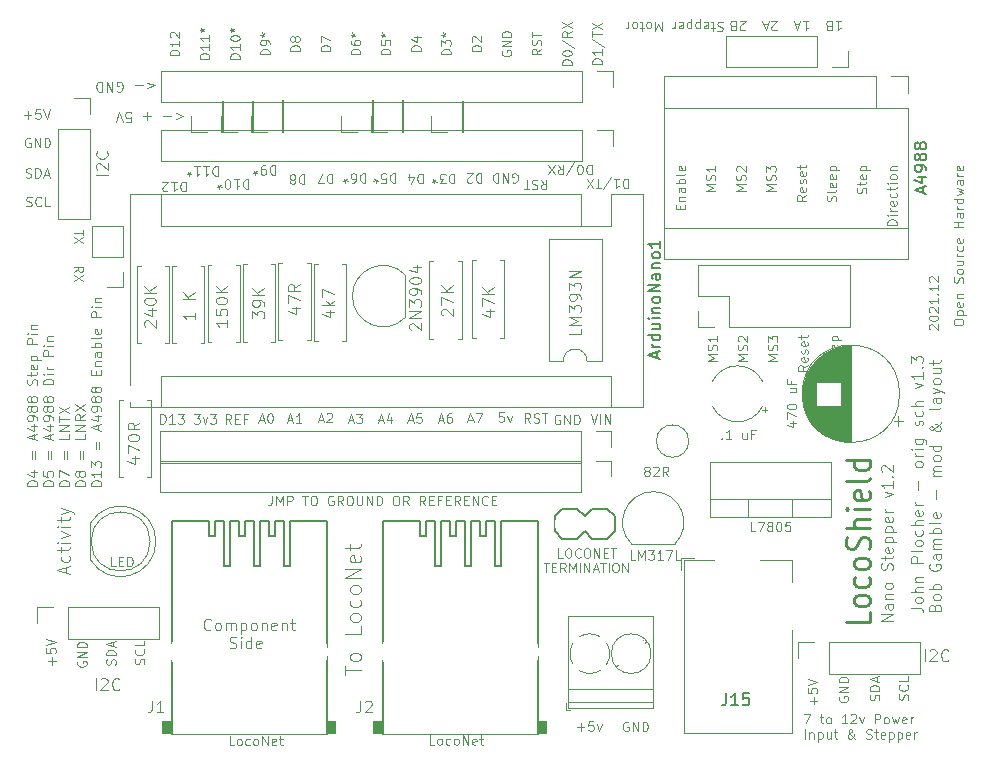
<source format=gto>
%TF.GenerationSoftware,KiCad,Pcbnew,(5.1.9)-1*%
%TF.CreationDate,2021-12-11T18:31:37-05:00*%
%TF.ProjectId,LN-Stepper_v1_2,4c4e2d53-7465-4707-9065-725f76315f32,rev?*%
%TF.SameCoordinates,Original*%
%TF.FileFunction,Legend,Top*%
%TF.FilePolarity,Positive*%
%FSLAX46Y46*%
G04 Gerber Fmt 4.6, Leading zero omitted, Abs format (unit mm)*
G04 Created by KiCad (PCBNEW (5.1.9)-1) date 2021-12-11 18:31:37*
%MOMM*%
%LPD*%
G01*
G04 APERTURE LIST*
%ADD10C,0.080000*%
%ADD11C,0.100000*%
%ADD12C,0.081280*%
%ADD13C,0.065024*%
%ADD14C,0.250000*%
%ADD15C,0.113792*%
%ADD16C,0.120000*%
%ADD17C,0.203200*%
%ADD18C,0.050800*%
%ADD19C,0.150000*%
%ADD20C,0.077216*%
%ADD21R,1.700000X1.700000*%
%ADD22O,1.700000X1.700000*%
%ADD23O,1.500000X1.050000*%
%ADD24R,1.500000X1.050000*%
%ADD25C,3.200000*%
%ADD26R,3.500000X3.500000*%
%ADD27O,1.050000X1.500000*%
%ADD28R,1.050000X1.500000*%
%ADD29C,3.251200*%
%ADD30C,1.701800*%
%ADD31O,1.600000X1.600000*%
%ADD32C,1.600000*%
%ADD33R,1.600000X1.600000*%
%ADD34C,2.082800*%
%ADD35R,2.400000X1.600000*%
%ADD36O,2.400000X1.600000*%
%ADD37R,1.800000X1.800000*%
%ADD38C,1.800000*%
%ADD39R,1.905000X2.000000*%
%ADD40O,1.905000X2.000000*%
%ADD41R,2.400000X2.400000*%
%ADD42C,2.400000*%
G04 APERTURE END LIST*
D10*
X119163809Y-127092380D02*
X119163809Y-126092380D01*
X119592380Y-126187619D02*
X119640000Y-126140000D01*
X119735238Y-126092380D01*
X119973333Y-126092380D01*
X120068571Y-126140000D01*
X120116190Y-126187619D01*
X120163809Y-126282857D01*
X120163809Y-126378095D01*
X120116190Y-126520952D01*
X119544761Y-127092380D01*
X120163809Y-127092380D01*
X121163809Y-126997142D02*
X121116190Y-127044761D01*
X120973333Y-127092380D01*
X120878095Y-127092380D01*
X120735238Y-127044761D01*
X120640000Y-126949523D01*
X120592380Y-126854285D01*
X120544761Y-126663809D01*
X120544761Y-126520952D01*
X120592380Y-126330476D01*
X120640000Y-126235238D01*
X120735238Y-126140000D01*
X120878095Y-126092380D01*
X120973333Y-126092380D01*
X121116190Y-126140000D01*
X121163809Y-126187619D01*
X189353809Y-124642380D02*
X189353809Y-123642380D01*
X189782380Y-123737619D02*
X189830000Y-123690000D01*
X189925238Y-123642380D01*
X190163333Y-123642380D01*
X190258571Y-123690000D01*
X190306190Y-123737619D01*
X190353809Y-123832857D01*
X190353809Y-123928095D01*
X190306190Y-124070952D01*
X189734761Y-124642380D01*
X190353809Y-124642380D01*
X191353809Y-124547142D02*
X191306190Y-124594761D01*
X191163333Y-124642380D01*
X191068095Y-124642380D01*
X190925238Y-124594761D01*
X190830000Y-124499523D01*
X190782380Y-124404285D01*
X190734761Y-124213809D01*
X190734761Y-124070952D01*
X190782380Y-123880476D01*
X190830000Y-123785238D01*
X190925238Y-123690000D01*
X191068095Y-123642380D01*
X191163333Y-123642380D01*
X191306190Y-123690000D01*
X191353809Y-123737619D01*
X187923809Y-127882380D02*
X187961904Y-127768095D01*
X187961904Y-127577619D01*
X187923809Y-127501428D01*
X187885714Y-127463333D01*
X187809523Y-127425238D01*
X187733333Y-127425238D01*
X187657142Y-127463333D01*
X187619047Y-127501428D01*
X187580952Y-127577619D01*
X187542857Y-127730000D01*
X187504761Y-127806190D01*
X187466666Y-127844285D01*
X187390476Y-127882380D01*
X187314285Y-127882380D01*
X187238095Y-127844285D01*
X187200000Y-127806190D01*
X187161904Y-127730000D01*
X187161904Y-127539523D01*
X187200000Y-127425238D01*
X187885714Y-126625238D02*
X187923809Y-126663333D01*
X187961904Y-126777619D01*
X187961904Y-126853809D01*
X187923809Y-126968095D01*
X187847619Y-127044285D01*
X187771428Y-127082380D01*
X187619047Y-127120476D01*
X187504761Y-127120476D01*
X187352380Y-127082380D01*
X187276190Y-127044285D01*
X187200000Y-126968095D01*
X187161904Y-126853809D01*
X187161904Y-126777619D01*
X187200000Y-126663333D01*
X187238095Y-126625238D01*
X187961904Y-125901428D02*
X187961904Y-126282380D01*
X187161904Y-126282380D01*
X185483809Y-127920476D02*
X185521904Y-127806190D01*
X185521904Y-127615714D01*
X185483809Y-127539524D01*
X185445714Y-127501428D01*
X185369523Y-127463333D01*
X185293333Y-127463333D01*
X185217142Y-127501428D01*
X185179047Y-127539524D01*
X185140952Y-127615714D01*
X185102857Y-127768095D01*
X185064761Y-127844286D01*
X185026666Y-127882381D01*
X184950476Y-127920476D01*
X184874285Y-127920476D01*
X184798095Y-127882381D01*
X184760000Y-127844286D01*
X184721904Y-127768095D01*
X184721904Y-127577619D01*
X184760000Y-127463333D01*
X185521904Y-127120476D02*
X184721904Y-127120476D01*
X184721904Y-126930000D01*
X184760000Y-126815714D01*
X184836190Y-126739524D01*
X184912380Y-126701428D01*
X185064761Y-126663333D01*
X185179047Y-126663333D01*
X185331428Y-126701428D01*
X185407619Y-126739524D01*
X185483809Y-126815714D01*
X185521904Y-126930000D01*
X185521904Y-127120476D01*
X185293333Y-126358571D02*
X185293333Y-125977619D01*
X185521904Y-126434762D02*
X184721904Y-126168095D01*
X185521904Y-125901428D01*
X182120000Y-127639523D02*
X182081904Y-127715714D01*
X182081904Y-127830000D01*
X182120000Y-127944285D01*
X182196190Y-128020476D01*
X182272380Y-128058571D01*
X182424761Y-128096666D01*
X182539047Y-128096666D01*
X182691428Y-128058571D01*
X182767619Y-128020476D01*
X182843809Y-127944285D01*
X182881904Y-127830000D01*
X182881904Y-127753809D01*
X182843809Y-127639523D01*
X182805714Y-127601428D01*
X182539047Y-127601428D01*
X182539047Y-127753809D01*
X182881904Y-127258571D02*
X182081904Y-127258571D01*
X182881904Y-126801428D01*
X182081904Y-126801428D01*
X182881904Y-126420476D02*
X182081904Y-126420476D01*
X182081904Y-126230000D01*
X182120000Y-126115714D01*
X182196190Y-126039523D01*
X182272380Y-126001428D01*
X182424761Y-125963333D01*
X182539047Y-125963333D01*
X182691428Y-126001428D01*
X182767619Y-126039523D01*
X182843809Y-126115714D01*
X182881904Y-126230000D01*
X182881904Y-126420476D01*
X120813809Y-124930476D02*
X120851904Y-124816190D01*
X120851904Y-124625714D01*
X120813809Y-124549524D01*
X120775714Y-124511428D01*
X120699523Y-124473333D01*
X120623333Y-124473333D01*
X120547142Y-124511428D01*
X120509047Y-124549524D01*
X120470952Y-124625714D01*
X120432857Y-124778095D01*
X120394761Y-124854286D01*
X120356666Y-124892381D01*
X120280476Y-124930476D01*
X120204285Y-124930476D01*
X120128095Y-124892381D01*
X120090000Y-124854286D01*
X120051904Y-124778095D01*
X120051904Y-124587619D01*
X120090000Y-124473333D01*
X120851904Y-124130476D02*
X120051904Y-124130476D01*
X120051904Y-123940000D01*
X120090000Y-123825714D01*
X120166190Y-123749524D01*
X120242380Y-123711428D01*
X120394761Y-123673333D01*
X120509047Y-123673333D01*
X120661428Y-123711428D01*
X120737619Y-123749524D01*
X120813809Y-123825714D01*
X120851904Y-123940000D01*
X120851904Y-124130476D01*
X120623333Y-123368571D02*
X120623333Y-122987619D01*
X120851904Y-123444762D02*
X120051904Y-123178095D01*
X120851904Y-122911428D01*
X117630000Y-124659523D02*
X117591904Y-124735714D01*
X117591904Y-124850000D01*
X117630000Y-124964285D01*
X117706190Y-125040476D01*
X117782380Y-125078571D01*
X117934761Y-125116666D01*
X118049047Y-125116666D01*
X118201428Y-125078571D01*
X118277619Y-125040476D01*
X118353809Y-124964285D01*
X118391904Y-124850000D01*
X118391904Y-124773809D01*
X118353809Y-124659523D01*
X118315714Y-124621428D01*
X118049047Y-124621428D01*
X118049047Y-124773809D01*
X118391904Y-124278571D02*
X117591904Y-124278571D01*
X118391904Y-123821428D01*
X117591904Y-123821428D01*
X118391904Y-123440476D02*
X117591904Y-123440476D01*
X117591904Y-123250000D01*
X117630000Y-123135714D01*
X117706190Y-123059523D01*
X117782380Y-123021428D01*
X117934761Y-122983333D01*
X118049047Y-122983333D01*
X118201428Y-123021428D01*
X118277619Y-123059523D01*
X118353809Y-123135714D01*
X118391904Y-123250000D01*
X118391904Y-123440476D01*
X123253809Y-124892380D02*
X123291904Y-124778095D01*
X123291904Y-124587619D01*
X123253809Y-124511428D01*
X123215714Y-124473333D01*
X123139523Y-124435238D01*
X123063333Y-124435238D01*
X122987142Y-124473333D01*
X122949047Y-124511428D01*
X122910952Y-124587619D01*
X122872857Y-124740000D01*
X122834761Y-124816190D01*
X122796666Y-124854285D01*
X122720476Y-124892380D01*
X122644285Y-124892380D01*
X122568095Y-124854285D01*
X122530000Y-124816190D01*
X122491904Y-124740000D01*
X122491904Y-124549523D01*
X122530000Y-124435238D01*
X123215714Y-123635238D02*
X123253809Y-123673333D01*
X123291904Y-123787619D01*
X123291904Y-123863809D01*
X123253809Y-123978095D01*
X123177619Y-124054285D01*
X123101428Y-124092380D01*
X122949047Y-124130476D01*
X122834761Y-124130476D01*
X122682380Y-124092380D01*
X122606190Y-124054285D01*
X122530000Y-123978095D01*
X122491904Y-123863809D01*
X122491904Y-123787619D01*
X122530000Y-123673333D01*
X122568095Y-123635238D01*
X123291904Y-122911428D02*
X123291904Y-123292380D01*
X122491904Y-123292380D01*
X120192380Y-83466190D02*
X119192380Y-83466190D01*
X119287619Y-83037619D02*
X119240000Y-82990000D01*
X119192380Y-82894761D01*
X119192380Y-82656666D01*
X119240000Y-82561428D01*
X119287619Y-82513809D01*
X119382857Y-82466190D01*
X119478095Y-82466190D01*
X119620952Y-82513809D01*
X120192380Y-83085238D01*
X120192380Y-82466190D01*
X120097142Y-81466190D02*
X120144761Y-81513809D01*
X120192380Y-81656666D01*
X120192380Y-81751904D01*
X120144761Y-81894761D01*
X120049523Y-81990000D01*
X119954285Y-82037619D01*
X119763809Y-82085238D01*
X119620952Y-82085238D01*
X119430476Y-82037619D01*
X119335238Y-81990000D01*
X119240000Y-81894761D01*
X119192380Y-81751904D01*
X119192380Y-81656666D01*
X119240000Y-81513809D01*
X119287619Y-81466190D01*
X113287619Y-86093809D02*
X113401904Y-86131904D01*
X113592380Y-86131904D01*
X113668571Y-86093809D01*
X113706666Y-86055714D01*
X113744761Y-85979523D01*
X113744761Y-85903333D01*
X113706666Y-85827142D01*
X113668571Y-85789047D01*
X113592380Y-85750952D01*
X113440000Y-85712857D01*
X113363809Y-85674761D01*
X113325714Y-85636666D01*
X113287619Y-85560476D01*
X113287619Y-85484285D01*
X113325714Y-85408095D01*
X113363809Y-85370000D01*
X113440000Y-85331904D01*
X113630476Y-85331904D01*
X113744761Y-85370000D01*
X114544761Y-86055714D02*
X114506666Y-86093809D01*
X114392380Y-86131904D01*
X114316190Y-86131904D01*
X114201904Y-86093809D01*
X114125714Y-86017619D01*
X114087619Y-85941428D01*
X114049523Y-85789047D01*
X114049523Y-85674761D01*
X114087619Y-85522380D01*
X114125714Y-85446190D01*
X114201904Y-85370000D01*
X114316190Y-85331904D01*
X114392380Y-85331904D01*
X114506666Y-85370000D01*
X114544761Y-85408095D01*
X115268571Y-86131904D02*
X114887619Y-86131904D01*
X114887619Y-85331904D01*
X113249523Y-83653809D02*
X113363809Y-83691904D01*
X113554285Y-83691904D01*
X113630475Y-83653809D01*
X113668571Y-83615714D01*
X113706666Y-83539523D01*
X113706666Y-83463333D01*
X113668571Y-83387142D01*
X113630475Y-83349047D01*
X113554285Y-83310952D01*
X113401904Y-83272857D01*
X113325713Y-83234761D01*
X113287618Y-83196666D01*
X113249523Y-83120476D01*
X113249523Y-83044285D01*
X113287618Y-82968095D01*
X113325713Y-82930000D01*
X113401904Y-82891904D01*
X113592380Y-82891904D01*
X113706666Y-82930000D01*
X114049523Y-83691904D02*
X114049523Y-82891904D01*
X114239999Y-82891904D01*
X114354285Y-82930000D01*
X114430475Y-83006190D01*
X114468571Y-83082380D01*
X114506666Y-83234761D01*
X114506666Y-83349047D01*
X114468571Y-83501428D01*
X114430475Y-83577619D01*
X114354285Y-83653809D01*
X114239999Y-83691904D01*
X114049523Y-83691904D01*
X114811428Y-83463333D02*
X115192380Y-83463333D01*
X114735237Y-83691904D02*
X115001904Y-82891904D01*
X115268571Y-83691904D01*
X113610476Y-80380000D02*
X113534285Y-80341904D01*
X113420000Y-80341904D01*
X113305714Y-80380000D01*
X113229523Y-80456190D01*
X113191428Y-80532380D01*
X113153333Y-80684761D01*
X113153333Y-80799047D01*
X113191428Y-80951428D01*
X113229523Y-81027619D01*
X113305714Y-81103809D01*
X113420000Y-81141904D01*
X113496190Y-81141904D01*
X113610476Y-81103809D01*
X113648571Y-81065714D01*
X113648571Y-80799047D01*
X113496190Y-80799047D01*
X113991428Y-81141904D02*
X113991428Y-80341904D01*
X114448571Y-81141904D01*
X114448571Y-80341904D01*
X114829523Y-81141904D02*
X114829523Y-80341904D01*
X115020000Y-80341904D01*
X115134285Y-80380000D01*
X115210476Y-80456190D01*
X115248571Y-80532380D01*
X115286666Y-80684761D01*
X115286666Y-80799047D01*
X115248571Y-80951428D01*
X115210476Y-81027619D01*
X115134285Y-81103809D01*
X115020000Y-81141904D01*
X114829523Y-81141904D01*
X179947142Y-128298571D02*
X179947142Y-127689047D01*
X180251904Y-127993809D02*
X179642380Y-127993809D01*
X179451904Y-126927142D02*
X179451904Y-127308095D01*
X179832857Y-127346190D01*
X179794761Y-127308095D01*
X179756666Y-127231904D01*
X179756666Y-127041428D01*
X179794761Y-126965238D01*
X179832857Y-126927142D01*
X179909047Y-126889047D01*
X180099523Y-126889047D01*
X180175714Y-126927142D01*
X180213809Y-126965238D01*
X180251904Y-127041428D01*
X180251904Y-127231904D01*
X180213809Y-127308095D01*
X180175714Y-127346190D01*
X179451904Y-126660476D02*
X180251904Y-126393809D01*
X179451904Y-126127142D01*
X115467142Y-124918571D02*
X115467142Y-124309047D01*
X115771904Y-124613809D02*
X115162380Y-124613809D01*
X114971904Y-123547142D02*
X114971904Y-123928095D01*
X115352857Y-123966190D01*
X115314761Y-123928095D01*
X115276666Y-123851904D01*
X115276666Y-123661428D01*
X115314761Y-123585238D01*
X115352857Y-123547142D01*
X115429047Y-123509047D01*
X115619523Y-123509047D01*
X115695714Y-123547142D01*
X115733809Y-123585238D01*
X115771904Y-123661428D01*
X115771904Y-123851904D01*
X115733809Y-123928095D01*
X115695714Y-123966190D01*
X114971904Y-123280476D02*
X115771904Y-123013809D01*
X114971904Y-122747142D01*
X113097142Y-78397142D02*
X113706666Y-78397142D01*
X113401904Y-78701904D02*
X113401904Y-78092380D01*
X114468571Y-77901904D02*
X114087618Y-77901904D01*
X114049523Y-78282857D01*
X114087618Y-78244761D01*
X114163809Y-78206666D01*
X114354285Y-78206666D01*
X114430475Y-78244761D01*
X114468571Y-78282857D01*
X114506666Y-78359047D01*
X114506666Y-78549523D01*
X114468571Y-78625714D01*
X114430475Y-78663809D01*
X114354285Y-78701904D01*
X114163809Y-78701904D01*
X114087618Y-78663809D01*
X114049523Y-78625714D01*
X114735237Y-77901904D02*
X115001904Y-78701904D01*
X115268571Y-77901904D01*
X147837523Y-131721904D02*
X147456571Y-131721904D01*
X147456571Y-130921904D01*
X148218476Y-131721904D02*
X148142285Y-131683809D01*
X148104190Y-131645714D01*
X148066095Y-131569523D01*
X148066095Y-131340952D01*
X148104190Y-131264761D01*
X148142285Y-131226666D01*
X148218476Y-131188571D01*
X148332761Y-131188571D01*
X148408952Y-131226666D01*
X148447047Y-131264761D01*
X148485142Y-131340952D01*
X148485142Y-131569523D01*
X148447047Y-131645714D01*
X148408952Y-131683809D01*
X148332761Y-131721904D01*
X148218476Y-131721904D01*
X149170857Y-131683809D02*
X149094666Y-131721904D01*
X148942285Y-131721904D01*
X148866095Y-131683809D01*
X148828000Y-131645714D01*
X148789904Y-131569523D01*
X148789904Y-131340952D01*
X148828000Y-131264761D01*
X148866095Y-131226666D01*
X148942285Y-131188571D01*
X149094666Y-131188571D01*
X149170857Y-131226666D01*
X149628000Y-131721904D02*
X149551809Y-131683809D01*
X149513714Y-131645714D01*
X149475619Y-131569523D01*
X149475619Y-131340952D01*
X149513714Y-131264761D01*
X149551809Y-131226666D01*
X149628000Y-131188571D01*
X149742285Y-131188571D01*
X149818476Y-131226666D01*
X149856571Y-131264761D01*
X149894666Y-131340952D01*
X149894666Y-131569523D01*
X149856571Y-131645714D01*
X149818476Y-131683809D01*
X149742285Y-131721904D01*
X149628000Y-131721904D01*
X150237523Y-131721904D02*
X150237523Y-130921904D01*
X150694666Y-131721904D01*
X150694666Y-130921904D01*
X151380380Y-131683809D02*
X151304190Y-131721904D01*
X151151809Y-131721904D01*
X151075619Y-131683809D01*
X151037523Y-131607619D01*
X151037523Y-131302857D01*
X151075619Y-131226666D01*
X151151809Y-131188571D01*
X151304190Y-131188571D01*
X151380380Y-131226666D01*
X151418476Y-131302857D01*
X151418476Y-131379047D01*
X151037523Y-131455238D01*
X151647047Y-131188571D02*
X151951809Y-131188571D01*
X151761333Y-130921904D02*
X151761333Y-131607619D01*
X151799428Y-131683809D01*
X151875619Y-131721904D01*
X151951809Y-131721904D01*
X130877523Y-131761904D02*
X130496571Y-131761904D01*
X130496571Y-130961904D01*
X131258476Y-131761904D02*
X131182285Y-131723809D01*
X131144190Y-131685714D01*
X131106095Y-131609523D01*
X131106095Y-131380952D01*
X131144190Y-131304761D01*
X131182285Y-131266666D01*
X131258476Y-131228571D01*
X131372761Y-131228571D01*
X131448952Y-131266666D01*
X131487047Y-131304761D01*
X131525142Y-131380952D01*
X131525142Y-131609523D01*
X131487047Y-131685714D01*
X131448952Y-131723809D01*
X131372761Y-131761904D01*
X131258476Y-131761904D01*
X132210857Y-131723809D02*
X132134666Y-131761904D01*
X131982285Y-131761904D01*
X131906095Y-131723809D01*
X131868000Y-131685714D01*
X131829904Y-131609523D01*
X131829904Y-131380952D01*
X131868000Y-131304761D01*
X131906095Y-131266666D01*
X131982285Y-131228571D01*
X132134666Y-131228571D01*
X132210857Y-131266666D01*
X132668000Y-131761904D02*
X132591809Y-131723809D01*
X132553714Y-131685714D01*
X132515619Y-131609523D01*
X132515619Y-131380952D01*
X132553714Y-131304761D01*
X132591809Y-131266666D01*
X132668000Y-131228571D01*
X132782285Y-131228571D01*
X132858476Y-131266666D01*
X132896571Y-131304761D01*
X132934666Y-131380952D01*
X132934666Y-131609523D01*
X132896571Y-131685714D01*
X132858476Y-131723809D01*
X132782285Y-131761904D01*
X132668000Y-131761904D01*
X133277523Y-131761904D02*
X133277523Y-130961904D01*
X133734666Y-131761904D01*
X133734666Y-130961904D01*
X134420380Y-131723809D02*
X134344190Y-131761904D01*
X134191809Y-131761904D01*
X134115619Y-131723809D01*
X134077523Y-131647619D01*
X134077523Y-131342857D01*
X134115619Y-131266666D01*
X134191809Y-131228571D01*
X134344190Y-131228571D01*
X134420380Y-131266666D01*
X134458476Y-131342857D01*
X134458476Y-131419047D01*
X134077523Y-131495238D01*
X134687047Y-131228571D02*
X134991809Y-131228571D01*
X134801333Y-130961904D02*
X134801333Y-131647619D01*
X134839428Y-131723809D01*
X134915619Y-131761904D01*
X134991809Y-131761904D01*
X126231904Y-73331427D02*
X125431904Y-73331427D01*
X125431904Y-73140951D01*
X125470000Y-73026665D01*
X125546190Y-72950475D01*
X125622380Y-72912379D01*
X125774761Y-72874284D01*
X125889047Y-72874284D01*
X126041428Y-72912379D01*
X126117619Y-72950475D01*
X126193809Y-73026665D01*
X126231904Y-73140951D01*
X126231904Y-73331427D01*
X126231904Y-72112379D02*
X126231904Y-72569522D01*
X126231904Y-72340951D02*
X125431904Y-72340951D01*
X125546190Y-72417141D01*
X125622380Y-72493332D01*
X125660476Y-72569522D01*
X125508095Y-71807618D02*
X125470000Y-71769522D01*
X125431904Y-71693332D01*
X125431904Y-71502856D01*
X125470000Y-71426665D01*
X125508095Y-71388570D01*
X125584285Y-71350475D01*
X125660476Y-71350475D01*
X125774761Y-71388570D01*
X126231904Y-71845713D01*
X126231904Y-71350475D01*
X128786904Y-73636190D02*
X127986904Y-73636190D01*
X127986904Y-73445714D01*
X128025000Y-73331428D01*
X128101190Y-73255238D01*
X128177380Y-73217142D01*
X128329761Y-73179047D01*
X128444047Y-73179047D01*
X128596428Y-73217142D01*
X128672619Y-73255238D01*
X128748809Y-73331428D01*
X128786904Y-73445714D01*
X128786904Y-73636190D01*
X128786904Y-72417142D02*
X128786904Y-72874285D01*
X128786904Y-72645714D02*
X127986904Y-72645714D01*
X128101190Y-72721904D01*
X128177380Y-72798095D01*
X128215476Y-72874285D01*
X128786904Y-71655238D02*
X128786904Y-72112380D01*
X128786904Y-71883809D02*
X127986904Y-71883809D01*
X128101190Y-71960000D01*
X128177380Y-72036190D01*
X128215476Y-72112380D01*
X127986904Y-71198095D02*
X128177380Y-71198095D01*
X128101190Y-71388571D02*
X128177380Y-71198095D01*
X128101190Y-71007619D01*
X128329761Y-71312380D02*
X128177380Y-71198095D01*
X128329761Y-71083809D01*
X131341904Y-73636190D02*
X130541904Y-73636190D01*
X130541904Y-73445714D01*
X130580000Y-73331428D01*
X130656190Y-73255238D01*
X130732380Y-73217142D01*
X130884761Y-73179047D01*
X130999047Y-73179047D01*
X131151428Y-73217142D01*
X131227619Y-73255238D01*
X131303809Y-73331428D01*
X131341904Y-73445714D01*
X131341904Y-73636190D01*
X131341904Y-72417142D02*
X131341904Y-72874285D01*
X131341904Y-72645714D02*
X130541904Y-72645714D01*
X130656190Y-72721904D01*
X130732380Y-72798095D01*
X130770476Y-72874285D01*
X130541904Y-71921904D02*
X130541904Y-71845714D01*
X130580000Y-71769523D01*
X130618095Y-71731428D01*
X130694285Y-71693333D01*
X130846666Y-71655238D01*
X131037142Y-71655238D01*
X131189523Y-71693333D01*
X131265714Y-71731428D01*
X131303809Y-71769523D01*
X131341904Y-71845714D01*
X131341904Y-71921904D01*
X131303809Y-71998095D01*
X131265714Y-72036190D01*
X131189523Y-72074285D01*
X131037142Y-72112380D01*
X130846666Y-72112380D01*
X130694285Y-72074285D01*
X130618095Y-72036190D01*
X130580000Y-71998095D01*
X130541904Y-71921904D01*
X130541904Y-71198095D02*
X130732380Y-71198095D01*
X130656190Y-71388571D02*
X130732380Y-71198095D01*
X130656190Y-71007619D01*
X130884761Y-71312380D02*
X130732380Y-71198095D01*
X130884761Y-71083809D01*
X133896904Y-73255238D02*
X133096904Y-73255238D01*
X133096904Y-73064761D01*
X133135000Y-72950476D01*
X133211190Y-72874285D01*
X133287380Y-72836190D01*
X133439761Y-72798095D01*
X133554047Y-72798095D01*
X133706428Y-72836190D01*
X133782619Y-72874285D01*
X133858809Y-72950476D01*
X133896904Y-73064761D01*
X133896904Y-73255238D01*
X133896904Y-72417142D02*
X133896904Y-72264761D01*
X133858809Y-72188571D01*
X133820714Y-72150476D01*
X133706428Y-72074285D01*
X133554047Y-72036190D01*
X133249285Y-72036190D01*
X133173095Y-72074285D01*
X133135000Y-72112380D01*
X133096904Y-72188571D01*
X133096904Y-72340952D01*
X133135000Y-72417142D01*
X133173095Y-72455238D01*
X133249285Y-72493333D01*
X133439761Y-72493333D01*
X133515952Y-72455238D01*
X133554047Y-72417142D01*
X133592142Y-72340952D01*
X133592142Y-72188571D01*
X133554047Y-72112380D01*
X133515952Y-72074285D01*
X133439761Y-72036190D01*
X133096904Y-71579047D02*
X133287380Y-71579047D01*
X133211190Y-71769523D02*
X133287380Y-71579047D01*
X133211190Y-71388571D01*
X133439761Y-71693333D02*
X133287380Y-71579047D01*
X133439761Y-71464761D01*
X136451904Y-72950476D02*
X135651904Y-72950476D01*
X135651904Y-72760000D01*
X135690000Y-72645714D01*
X135766190Y-72569523D01*
X135842380Y-72531428D01*
X135994761Y-72493333D01*
X136109047Y-72493333D01*
X136261428Y-72531428D01*
X136337619Y-72569523D01*
X136413809Y-72645714D01*
X136451904Y-72760000D01*
X136451904Y-72950476D01*
X135994761Y-72036190D02*
X135956666Y-72112380D01*
X135918571Y-72150476D01*
X135842380Y-72188571D01*
X135804285Y-72188571D01*
X135728095Y-72150476D01*
X135690000Y-72112380D01*
X135651904Y-72036190D01*
X135651904Y-71883809D01*
X135690000Y-71807619D01*
X135728095Y-71769523D01*
X135804285Y-71731428D01*
X135842380Y-71731428D01*
X135918571Y-71769523D01*
X135956666Y-71807619D01*
X135994761Y-71883809D01*
X135994761Y-72036190D01*
X136032857Y-72112380D01*
X136070952Y-72150476D01*
X136147142Y-72188571D01*
X136299523Y-72188571D01*
X136375714Y-72150476D01*
X136413809Y-72112380D01*
X136451904Y-72036190D01*
X136451904Y-71883809D01*
X136413809Y-71807619D01*
X136375714Y-71769523D01*
X136299523Y-71731428D01*
X136147142Y-71731428D01*
X136070952Y-71769523D01*
X136032857Y-71807619D01*
X135994761Y-71883809D01*
X139006904Y-72950476D02*
X138206904Y-72950476D01*
X138206904Y-72760000D01*
X138245000Y-72645714D01*
X138321190Y-72569523D01*
X138397380Y-72531428D01*
X138549761Y-72493333D01*
X138664047Y-72493333D01*
X138816428Y-72531428D01*
X138892619Y-72569523D01*
X138968809Y-72645714D01*
X139006904Y-72760000D01*
X139006904Y-72950476D01*
X138206904Y-72226666D02*
X138206904Y-71693333D01*
X139006904Y-72036190D01*
X141561904Y-73255238D02*
X140761904Y-73255238D01*
X140761904Y-73064761D01*
X140800000Y-72950476D01*
X140876190Y-72874285D01*
X140952380Y-72836190D01*
X141104761Y-72798095D01*
X141219047Y-72798095D01*
X141371428Y-72836190D01*
X141447619Y-72874285D01*
X141523809Y-72950476D01*
X141561904Y-73064761D01*
X141561904Y-73255238D01*
X140761904Y-72112380D02*
X140761904Y-72264761D01*
X140800000Y-72340952D01*
X140838095Y-72379047D01*
X140952380Y-72455238D01*
X141104761Y-72493333D01*
X141409523Y-72493333D01*
X141485714Y-72455238D01*
X141523809Y-72417142D01*
X141561904Y-72340952D01*
X141561904Y-72188571D01*
X141523809Y-72112380D01*
X141485714Y-72074285D01*
X141409523Y-72036190D01*
X141219047Y-72036190D01*
X141142857Y-72074285D01*
X141104761Y-72112380D01*
X141066666Y-72188571D01*
X141066666Y-72340952D01*
X141104761Y-72417142D01*
X141142857Y-72455238D01*
X141219047Y-72493333D01*
X140761904Y-71579047D02*
X140952380Y-71579047D01*
X140876190Y-71769523D02*
X140952380Y-71579047D01*
X140876190Y-71388571D01*
X141104761Y-71693333D02*
X140952380Y-71579047D01*
X141104761Y-71464761D01*
X144116904Y-73255238D02*
X143316904Y-73255238D01*
X143316904Y-73064761D01*
X143355000Y-72950476D01*
X143431190Y-72874285D01*
X143507380Y-72836190D01*
X143659761Y-72798095D01*
X143774047Y-72798095D01*
X143926428Y-72836190D01*
X144002619Y-72874285D01*
X144078809Y-72950476D01*
X144116904Y-73064761D01*
X144116904Y-73255238D01*
X143316904Y-72074285D02*
X143316904Y-72455238D01*
X143697857Y-72493333D01*
X143659761Y-72455238D01*
X143621666Y-72379047D01*
X143621666Y-72188571D01*
X143659761Y-72112380D01*
X143697857Y-72074285D01*
X143774047Y-72036190D01*
X143964523Y-72036190D01*
X144040714Y-72074285D01*
X144078809Y-72112380D01*
X144116904Y-72188571D01*
X144116904Y-72379047D01*
X144078809Y-72455238D01*
X144040714Y-72493333D01*
X143316904Y-71579047D02*
X143507380Y-71579047D01*
X143431190Y-71769523D02*
X143507380Y-71579047D01*
X143431190Y-71388571D01*
X143659761Y-71693333D02*
X143507380Y-71579047D01*
X143659761Y-71464761D01*
X146671904Y-72950476D02*
X145871904Y-72950476D01*
X145871904Y-72760000D01*
X145910000Y-72645714D01*
X145986190Y-72569523D01*
X146062380Y-72531428D01*
X146214761Y-72493333D01*
X146329047Y-72493333D01*
X146481428Y-72531428D01*
X146557619Y-72569523D01*
X146633809Y-72645714D01*
X146671904Y-72760000D01*
X146671904Y-72950476D01*
X146138571Y-71807619D02*
X146671904Y-71807619D01*
X145833809Y-71998095D02*
X146405238Y-72188571D01*
X146405238Y-71693333D01*
X149226904Y-73255238D02*
X148426904Y-73255238D01*
X148426904Y-73064761D01*
X148465000Y-72950476D01*
X148541190Y-72874285D01*
X148617380Y-72836190D01*
X148769761Y-72798095D01*
X148884047Y-72798095D01*
X149036428Y-72836190D01*
X149112619Y-72874285D01*
X149188809Y-72950476D01*
X149226904Y-73064761D01*
X149226904Y-73255238D01*
X148426904Y-72531428D02*
X148426904Y-72036190D01*
X148731666Y-72302857D01*
X148731666Y-72188571D01*
X148769761Y-72112380D01*
X148807857Y-72074285D01*
X148884047Y-72036190D01*
X149074523Y-72036190D01*
X149150714Y-72074285D01*
X149188809Y-72112380D01*
X149226904Y-72188571D01*
X149226904Y-72417142D01*
X149188809Y-72493333D01*
X149150714Y-72531428D01*
X148426904Y-71579047D02*
X148617380Y-71579047D01*
X148541190Y-71769523D02*
X148617380Y-71579047D01*
X148541190Y-71388571D01*
X148769761Y-71693333D02*
X148617380Y-71579047D01*
X148769761Y-71464761D01*
X151781904Y-72950476D02*
X150981904Y-72950476D01*
X150981904Y-72760000D01*
X151020000Y-72645714D01*
X151096190Y-72569523D01*
X151172380Y-72531428D01*
X151324761Y-72493333D01*
X151439047Y-72493333D01*
X151591428Y-72531428D01*
X151667619Y-72569523D01*
X151743809Y-72645714D01*
X151781904Y-72760000D01*
X151781904Y-72950476D01*
X151058095Y-72188571D02*
X151020000Y-72150476D01*
X150981904Y-72074285D01*
X150981904Y-71883809D01*
X151020000Y-71807619D01*
X151058095Y-71769523D01*
X151134285Y-71731428D01*
X151210476Y-71731428D01*
X151324761Y-71769523D01*
X151781904Y-72226666D01*
X151781904Y-71731428D01*
X153575000Y-72969523D02*
X153536904Y-73045714D01*
X153536904Y-73160000D01*
X153575000Y-73274285D01*
X153651190Y-73350476D01*
X153727380Y-73388571D01*
X153879761Y-73426666D01*
X153994047Y-73426666D01*
X154146428Y-73388571D01*
X154222619Y-73350476D01*
X154298809Y-73274285D01*
X154336904Y-73160000D01*
X154336904Y-73083809D01*
X154298809Y-72969523D01*
X154260714Y-72931428D01*
X153994047Y-72931428D01*
X153994047Y-73083809D01*
X154336904Y-72588571D02*
X153536904Y-72588571D01*
X154336904Y-72131428D01*
X153536904Y-72131428D01*
X154336904Y-71750476D02*
X153536904Y-71750476D01*
X153536904Y-71560000D01*
X153575000Y-71445714D01*
X153651190Y-71369523D01*
X153727380Y-71331428D01*
X153879761Y-71293333D01*
X153994047Y-71293333D01*
X154146428Y-71331428D01*
X154222619Y-71369523D01*
X154298809Y-71445714D01*
X154336904Y-71560000D01*
X154336904Y-71750476D01*
X156891904Y-72798095D02*
X156510952Y-73064761D01*
X156891904Y-73255238D02*
X156091904Y-73255238D01*
X156091904Y-72950476D01*
X156130000Y-72874285D01*
X156168095Y-72836190D01*
X156244285Y-72798095D01*
X156358571Y-72798095D01*
X156434761Y-72836190D01*
X156472857Y-72874285D01*
X156510952Y-72950476D01*
X156510952Y-73255238D01*
X156853809Y-72493333D02*
X156891904Y-72379047D01*
X156891904Y-72188571D01*
X156853809Y-72112380D01*
X156815714Y-72074285D01*
X156739523Y-72036190D01*
X156663333Y-72036190D01*
X156587142Y-72074285D01*
X156549047Y-72112380D01*
X156510952Y-72188571D01*
X156472857Y-72340952D01*
X156434761Y-72417142D01*
X156396666Y-72455238D01*
X156320476Y-72493333D01*
X156244285Y-72493333D01*
X156168095Y-72455238D01*
X156130000Y-72417142D01*
X156091904Y-72340952D01*
X156091904Y-72150476D01*
X156130000Y-72036190D01*
X156091904Y-71807619D02*
X156091904Y-71350476D01*
X156891904Y-71579047D02*
X156091904Y-71579047D01*
X159446904Y-74150476D02*
X158646904Y-74150476D01*
X158646904Y-73960000D01*
X158685000Y-73845714D01*
X158761190Y-73769523D01*
X158837380Y-73731428D01*
X158989761Y-73693333D01*
X159104047Y-73693333D01*
X159256428Y-73731428D01*
X159332619Y-73769523D01*
X159408809Y-73845714D01*
X159446904Y-73960000D01*
X159446904Y-74150476D01*
X158646904Y-73198095D02*
X158646904Y-73121904D01*
X158685000Y-73045714D01*
X158723095Y-73007619D01*
X158799285Y-72969523D01*
X158951666Y-72931428D01*
X159142142Y-72931428D01*
X159294523Y-72969523D01*
X159370714Y-73007619D01*
X159408809Y-73045714D01*
X159446904Y-73121904D01*
X159446904Y-73198095D01*
X159408809Y-73274285D01*
X159370714Y-73312380D01*
X159294523Y-73350476D01*
X159142142Y-73388571D01*
X158951666Y-73388571D01*
X158799285Y-73350476D01*
X158723095Y-73312380D01*
X158685000Y-73274285D01*
X158646904Y-73198095D01*
X158608809Y-72017142D02*
X159637380Y-72702857D01*
X159446904Y-71293333D02*
X159065952Y-71560000D01*
X159446904Y-71750476D02*
X158646904Y-71750476D01*
X158646904Y-71445714D01*
X158685000Y-71369523D01*
X158723095Y-71331428D01*
X158799285Y-71293333D01*
X158913571Y-71293333D01*
X158989761Y-71331428D01*
X159027857Y-71369523D01*
X159065952Y-71445714D01*
X159065952Y-71750476D01*
X158646904Y-71026666D02*
X159446904Y-70493333D01*
X158646904Y-70493333D02*
X159446904Y-71026666D01*
X162001904Y-74055238D02*
X161201904Y-74055238D01*
X161201904Y-73864761D01*
X161240000Y-73750476D01*
X161316190Y-73674285D01*
X161392380Y-73636190D01*
X161544761Y-73598095D01*
X161659047Y-73598095D01*
X161811428Y-73636190D01*
X161887619Y-73674285D01*
X161963809Y-73750476D01*
X162001904Y-73864761D01*
X162001904Y-74055238D01*
X162001904Y-72836190D02*
X162001904Y-73293333D01*
X162001904Y-73064761D02*
X161201904Y-73064761D01*
X161316190Y-73140952D01*
X161392380Y-73217142D01*
X161430476Y-73293333D01*
X161163809Y-71921904D02*
X162192380Y-72607619D01*
X161201904Y-71769523D02*
X161201904Y-71312380D01*
X162001904Y-71540952D02*
X161201904Y-71540952D01*
X161201904Y-71121904D02*
X162001904Y-70588571D01*
X161201904Y-70588571D02*
X162001904Y-71121904D01*
D11*
X160252380Y-96484285D02*
X160252380Y-96960476D01*
X159252380Y-96960476D01*
X160252380Y-96150952D02*
X159252380Y-96150952D01*
X159966666Y-95817619D01*
X159252380Y-95484285D01*
X160252380Y-95484285D01*
X159252380Y-95103333D02*
X159252380Y-94484285D01*
X159633333Y-94817619D01*
X159633333Y-94674761D01*
X159680952Y-94579523D01*
X159728571Y-94531904D01*
X159823809Y-94484285D01*
X160061904Y-94484285D01*
X160157142Y-94531904D01*
X160204761Y-94579523D01*
X160252380Y-94674761D01*
X160252380Y-94960476D01*
X160204761Y-95055714D01*
X160157142Y-95103333D01*
X160252380Y-94008095D02*
X160252380Y-93817619D01*
X160204761Y-93722380D01*
X160157142Y-93674761D01*
X160014285Y-93579523D01*
X159823809Y-93531904D01*
X159442857Y-93531904D01*
X159347619Y-93579523D01*
X159300000Y-93627142D01*
X159252380Y-93722380D01*
X159252380Y-93912857D01*
X159300000Y-94008095D01*
X159347619Y-94055714D01*
X159442857Y-94103333D01*
X159680952Y-94103333D01*
X159776190Y-94055714D01*
X159823809Y-94008095D01*
X159871428Y-93912857D01*
X159871428Y-93722380D01*
X159823809Y-93627142D01*
X159776190Y-93579523D01*
X159680952Y-93531904D01*
X159252380Y-93198571D02*
X159252380Y-92579523D01*
X159633333Y-92912857D01*
X159633333Y-92770000D01*
X159680952Y-92674761D01*
X159728571Y-92627142D01*
X159823809Y-92579523D01*
X160061904Y-92579523D01*
X160157142Y-92627142D01*
X160204761Y-92674761D01*
X160252380Y-92770000D01*
X160252380Y-93055714D01*
X160204761Y-93150952D01*
X160157142Y-93198571D01*
X160252380Y-92150952D02*
X159252380Y-92150952D01*
X160252380Y-91579523D01*
X159252380Y-91579523D01*
X152215714Y-94985714D02*
X152882380Y-94985714D01*
X151834761Y-95223809D02*
X152549047Y-95461904D01*
X152549047Y-94842857D01*
X151882380Y-94557142D02*
X151882380Y-93890476D01*
X152882380Y-94319047D01*
X152882380Y-93509523D02*
X151882380Y-93509523D01*
X152882380Y-92938095D02*
X152310952Y-93366666D01*
X151882380Y-92938095D02*
X152453809Y-93509523D01*
X148527619Y-95351904D02*
X148480000Y-95304285D01*
X148432380Y-95209047D01*
X148432380Y-94970952D01*
X148480000Y-94875714D01*
X148527619Y-94828095D01*
X148622857Y-94780476D01*
X148718095Y-94780476D01*
X148860952Y-94828095D01*
X149432380Y-95399523D01*
X149432380Y-94780476D01*
X148432380Y-94447142D02*
X148432380Y-93780476D01*
X149432380Y-94209047D01*
X149432380Y-93399523D02*
X148432380Y-93399523D01*
X149432380Y-92828095D02*
X148860952Y-93256666D01*
X148432380Y-92828095D02*
X149003809Y-93399523D01*
X145817619Y-96584285D02*
X145770000Y-96536666D01*
X145722380Y-96441428D01*
X145722380Y-96203333D01*
X145770000Y-96108095D01*
X145817619Y-96060476D01*
X145912857Y-96012857D01*
X146008095Y-96012857D01*
X146150952Y-96060476D01*
X146722380Y-96631904D01*
X146722380Y-96012857D01*
X146722380Y-95584285D02*
X145722380Y-95584285D01*
X146722380Y-95012857D01*
X145722380Y-95012857D01*
X145722380Y-94631904D02*
X145722380Y-94012857D01*
X146103333Y-94346190D01*
X146103333Y-94203333D01*
X146150952Y-94108095D01*
X146198571Y-94060476D01*
X146293809Y-94012857D01*
X146531904Y-94012857D01*
X146627142Y-94060476D01*
X146674761Y-94108095D01*
X146722380Y-94203333D01*
X146722380Y-94489047D01*
X146674761Y-94584285D01*
X146627142Y-94631904D01*
X146722380Y-93536666D02*
X146722380Y-93346190D01*
X146674761Y-93250952D01*
X146627142Y-93203333D01*
X146484285Y-93108095D01*
X146293809Y-93060476D01*
X145912857Y-93060476D01*
X145817619Y-93108095D01*
X145770000Y-93155714D01*
X145722380Y-93250952D01*
X145722380Y-93441428D01*
X145770000Y-93536666D01*
X145817619Y-93584285D01*
X145912857Y-93631904D01*
X146150952Y-93631904D01*
X146246190Y-93584285D01*
X146293809Y-93536666D01*
X146341428Y-93441428D01*
X146341428Y-93250952D01*
X146293809Y-93155714D01*
X146246190Y-93108095D01*
X146150952Y-93060476D01*
X145722380Y-92441428D02*
X145722380Y-92346190D01*
X145770000Y-92250952D01*
X145817619Y-92203333D01*
X145912857Y-92155714D01*
X146103333Y-92108095D01*
X146341428Y-92108095D01*
X146531904Y-92155714D01*
X146627142Y-92203333D01*
X146674761Y-92250952D01*
X146722380Y-92346190D01*
X146722380Y-92441428D01*
X146674761Y-92536666D01*
X146627142Y-92584285D01*
X146531904Y-92631904D01*
X146341428Y-92679523D01*
X146103333Y-92679523D01*
X145912857Y-92631904D01*
X145817619Y-92584285D01*
X145770000Y-92536666D01*
X145722380Y-92441428D01*
X146055714Y-91250952D02*
X146722380Y-91250952D01*
X145674761Y-91489047D02*
X146389047Y-91727142D01*
X146389047Y-91108095D01*
X138685714Y-95040476D02*
X139352380Y-95040476D01*
X138304761Y-95278571D02*
X139019047Y-95516666D01*
X139019047Y-94897619D01*
X139352380Y-94516666D02*
X138352380Y-94516666D01*
X138971428Y-94421428D02*
X139352380Y-94135714D01*
X138685714Y-94135714D02*
X139066666Y-94516666D01*
X138352380Y-93802380D02*
X138352380Y-93135714D01*
X139352380Y-93564285D01*
X135795714Y-94765714D02*
X136462380Y-94765714D01*
X135414761Y-95003809D02*
X136129047Y-95241904D01*
X136129047Y-94622857D01*
X135462380Y-94337142D02*
X135462380Y-93670476D01*
X136462380Y-94099047D01*
X136462380Y-92718095D02*
X135986190Y-93051428D01*
X136462380Y-93289523D02*
X135462380Y-93289523D01*
X135462380Y-92908571D01*
X135510000Y-92813333D01*
X135557619Y-92765714D01*
X135652857Y-92718095D01*
X135795714Y-92718095D01*
X135890952Y-92765714D01*
X135938571Y-92813333D01*
X135986190Y-92908571D01*
X135986190Y-93289523D01*
X132422380Y-95619523D02*
X132422380Y-95000476D01*
X132803333Y-95333809D01*
X132803333Y-95190952D01*
X132850952Y-95095714D01*
X132898571Y-95048095D01*
X132993809Y-95000476D01*
X133231904Y-95000476D01*
X133327142Y-95048095D01*
X133374761Y-95095714D01*
X133422380Y-95190952D01*
X133422380Y-95476666D01*
X133374761Y-95571904D01*
X133327142Y-95619523D01*
X133422380Y-94524285D02*
X133422380Y-94333809D01*
X133374761Y-94238571D01*
X133327142Y-94190952D01*
X133184285Y-94095714D01*
X132993809Y-94048095D01*
X132612857Y-94048095D01*
X132517619Y-94095714D01*
X132470000Y-94143333D01*
X132422380Y-94238571D01*
X132422380Y-94429047D01*
X132470000Y-94524285D01*
X132517619Y-94571904D01*
X132612857Y-94619523D01*
X132850952Y-94619523D01*
X132946190Y-94571904D01*
X132993809Y-94524285D01*
X133041428Y-94429047D01*
X133041428Y-94238571D01*
X132993809Y-94143333D01*
X132946190Y-94095714D01*
X132850952Y-94048095D01*
X133422380Y-93619523D02*
X132422380Y-93619523D01*
X133422380Y-93048095D02*
X132850952Y-93476666D01*
X132422380Y-93048095D02*
X132993809Y-93619523D01*
X130312380Y-95736666D02*
X130312380Y-96308095D01*
X130312380Y-96022380D02*
X129312380Y-96022380D01*
X129455238Y-96117619D01*
X129550476Y-96212857D01*
X129598095Y-96308095D01*
X129312380Y-94831904D02*
X129312380Y-95308095D01*
X129788571Y-95355714D01*
X129740952Y-95308095D01*
X129693333Y-95212857D01*
X129693333Y-94974761D01*
X129740952Y-94879523D01*
X129788571Y-94831904D01*
X129883809Y-94784285D01*
X130121904Y-94784285D01*
X130217142Y-94831904D01*
X130264761Y-94879523D01*
X130312380Y-94974761D01*
X130312380Y-95212857D01*
X130264761Y-95308095D01*
X130217142Y-95355714D01*
X129312380Y-94165238D02*
X129312380Y-94070000D01*
X129360000Y-93974761D01*
X129407619Y-93927142D01*
X129502857Y-93879523D01*
X129693333Y-93831904D01*
X129931428Y-93831904D01*
X130121904Y-93879523D01*
X130217142Y-93927142D01*
X130264761Y-93974761D01*
X130312380Y-94070000D01*
X130312380Y-94165238D01*
X130264761Y-94260476D01*
X130217142Y-94308095D01*
X130121904Y-94355714D01*
X129931428Y-94403333D01*
X129693333Y-94403333D01*
X129502857Y-94355714D01*
X129407619Y-94308095D01*
X129360000Y-94260476D01*
X129312380Y-94165238D01*
X130312380Y-93403333D02*
X129312380Y-93403333D01*
X130312380Y-92831904D02*
X129740952Y-93260476D01*
X129312380Y-92831904D02*
X129883809Y-93403333D01*
X127532380Y-95125238D02*
X127532380Y-95696666D01*
X127532380Y-95410952D02*
X126532380Y-95410952D01*
X126675238Y-95506190D01*
X126770476Y-95601428D01*
X126818095Y-95696666D01*
X127532380Y-93934761D02*
X126532380Y-93934761D01*
X127532380Y-93363333D02*
X126960952Y-93791904D01*
X126532380Y-93363333D02*
X127103809Y-93934761D01*
X123367619Y-96348095D02*
X123320000Y-96300476D01*
X123272380Y-96205238D01*
X123272380Y-95967142D01*
X123320000Y-95871904D01*
X123367619Y-95824285D01*
X123462857Y-95776666D01*
X123558095Y-95776666D01*
X123700952Y-95824285D01*
X124272380Y-96395714D01*
X124272380Y-95776666D01*
X123605714Y-94919523D02*
X124272380Y-94919523D01*
X123224761Y-95157619D02*
X123939047Y-95395714D01*
X123939047Y-94776666D01*
X123272380Y-94205238D02*
X123272380Y-94110000D01*
X123320000Y-94014761D01*
X123367619Y-93967142D01*
X123462857Y-93919523D01*
X123653333Y-93871904D01*
X123891428Y-93871904D01*
X124081904Y-93919523D01*
X124177142Y-93967142D01*
X124224761Y-94014761D01*
X124272380Y-94110000D01*
X124272380Y-94205238D01*
X124224761Y-94300476D01*
X124177142Y-94348095D01*
X124081904Y-94395714D01*
X123891428Y-94443333D01*
X123653333Y-94443333D01*
X123462857Y-94395714D01*
X123367619Y-94348095D01*
X123320000Y-94300476D01*
X123272380Y-94205238D01*
X124272380Y-93443333D02*
X123272380Y-93443333D01*
X124272380Y-92871904D02*
X123700952Y-93300476D01*
X123272380Y-92871904D02*
X123843809Y-93443333D01*
X122195714Y-107431904D02*
X122862380Y-107431904D01*
X121814761Y-107670000D02*
X122529047Y-107908095D01*
X122529047Y-107289047D01*
X121862380Y-107003333D02*
X121862380Y-106336666D01*
X122862380Y-106765238D01*
X121862380Y-105765238D02*
X121862380Y-105670000D01*
X121910000Y-105574761D01*
X121957619Y-105527142D01*
X122052857Y-105479523D01*
X122243333Y-105431904D01*
X122481428Y-105431904D01*
X122671904Y-105479523D01*
X122767142Y-105527142D01*
X122814761Y-105574761D01*
X122862380Y-105670000D01*
X122862380Y-105765238D01*
X122814761Y-105860476D01*
X122767142Y-105908095D01*
X122671904Y-105955714D01*
X122481428Y-106003333D01*
X122243333Y-106003333D01*
X122052857Y-105955714D01*
X121957619Y-105908095D01*
X121910000Y-105860476D01*
X121862380Y-105765238D01*
X122862380Y-104431904D02*
X122386190Y-104765238D01*
X122862380Y-105003333D02*
X121862380Y-105003333D01*
X121862380Y-104622380D01*
X121910000Y-104527142D01*
X121957619Y-104479523D01*
X122052857Y-104431904D01*
X122195714Y-104431904D01*
X122290952Y-104479523D01*
X122338571Y-104527142D01*
X122386190Y-104622380D01*
X122386190Y-105003333D01*
D10*
X165772857Y-108504761D02*
X165696666Y-108466666D01*
X165658571Y-108428571D01*
X165620476Y-108352380D01*
X165620476Y-108314285D01*
X165658571Y-108238095D01*
X165696666Y-108200000D01*
X165772857Y-108161904D01*
X165925238Y-108161904D01*
X166001428Y-108200000D01*
X166039523Y-108238095D01*
X166077619Y-108314285D01*
X166077619Y-108352380D01*
X166039523Y-108428571D01*
X166001428Y-108466666D01*
X165925238Y-108504761D01*
X165772857Y-108504761D01*
X165696666Y-108542857D01*
X165658571Y-108580952D01*
X165620476Y-108657142D01*
X165620476Y-108809523D01*
X165658571Y-108885714D01*
X165696666Y-108923809D01*
X165772857Y-108961904D01*
X165925238Y-108961904D01*
X166001428Y-108923809D01*
X166039523Y-108885714D01*
X166077619Y-108809523D01*
X166077619Y-108657142D01*
X166039523Y-108580952D01*
X166001428Y-108542857D01*
X165925238Y-108504761D01*
X166382380Y-108238095D02*
X166420476Y-108200000D01*
X166496666Y-108161904D01*
X166687142Y-108161904D01*
X166763333Y-108200000D01*
X166801428Y-108238095D01*
X166839523Y-108314285D01*
X166839523Y-108390476D01*
X166801428Y-108504761D01*
X166344285Y-108961904D01*
X166839523Y-108961904D01*
X167639523Y-108961904D02*
X167372857Y-108580952D01*
X167182380Y-108961904D02*
X167182380Y-108161904D01*
X167487142Y-108161904D01*
X167563333Y-108200000D01*
X167601428Y-108238095D01*
X167639523Y-108314285D01*
X167639523Y-108428571D01*
X167601428Y-108504761D01*
X167563333Y-108542857D01*
X167487142Y-108580952D01*
X167182380Y-108580952D01*
X177958571Y-104439047D02*
X178491904Y-104439047D01*
X177653809Y-104629523D02*
X178225238Y-104820000D01*
X178225238Y-104324761D01*
X177691904Y-104096190D02*
X177691904Y-103562857D01*
X178491904Y-103905714D01*
X177691904Y-103105714D02*
X177691904Y-103029523D01*
X177730000Y-102953333D01*
X177768095Y-102915238D01*
X177844285Y-102877142D01*
X177996666Y-102839047D01*
X178187142Y-102839047D01*
X178339523Y-102877142D01*
X178415714Y-102915238D01*
X178453809Y-102953333D01*
X178491904Y-103029523D01*
X178491904Y-103105714D01*
X178453809Y-103181904D01*
X178415714Y-103220000D01*
X178339523Y-103258095D01*
X178187142Y-103296190D01*
X177996666Y-103296190D01*
X177844285Y-103258095D01*
X177768095Y-103220000D01*
X177730000Y-103181904D01*
X177691904Y-103105714D01*
X177958571Y-101543809D02*
X178491904Y-101543809D01*
X177958571Y-101886666D02*
X178377619Y-101886666D01*
X178453809Y-101848571D01*
X178491904Y-101772380D01*
X178491904Y-101658095D01*
X178453809Y-101581904D01*
X178415714Y-101543809D01*
X178072857Y-100896190D02*
X178072857Y-101162857D01*
X178491904Y-101162857D02*
X177691904Y-101162857D01*
X177691904Y-100781904D01*
X172169523Y-105745714D02*
X172207619Y-105783809D01*
X172169523Y-105821904D01*
X172131428Y-105783809D01*
X172169523Y-105745714D01*
X172169523Y-105821904D01*
X172969523Y-105821904D02*
X172512380Y-105821904D01*
X172740952Y-105821904D02*
X172740952Y-105021904D01*
X172664761Y-105136190D01*
X172588571Y-105212380D01*
X172512380Y-105250476D01*
X174264761Y-105288571D02*
X174264761Y-105821904D01*
X173921904Y-105288571D02*
X173921904Y-105707619D01*
X173960000Y-105783809D01*
X174036190Y-105821904D01*
X174150476Y-105821904D01*
X174226666Y-105783809D01*
X174264761Y-105745714D01*
X174912380Y-105402857D02*
X174645714Y-105402857D01*
X174645714Y-105821904D02*
X174645714Y-105021904D01*
X175026666Y-105021904D01*
X175013809Y-113641904D02*
X174632857Y-113641904D01*
X174632857Y-112841904D01*
X175204285Y-112841904D02*
X175737619Y-112841904D01*
X175394761Y-113641904D01*
X176156666Y-113184761D02*
X176080476Y-113146666D01*
X176042380Y-113108571D01*
X176004285Y-113032380D01*
X176004285Y-112994285D01*
X176042380Y-112918095D01*
X176080476Y-112880000D01*
X176156666Y-112841904D01*
X176309047Y-112841904D01*
X176385238Y-112880000D01*
X176423333Y-112918095D01*
X176461428Y-112994285D01*
X176461428Y-113032380D01*
X176423333Y-113108571D01*
X176385238Y-113146666D01*
X176309047Y-113184761D01*
X176156666Y-113184761D01*
X176080476Y-113222857D01*
X176042380Y-113260952D01*
X176004285Y-113337142D01*
X176004285Y-113489523D01*
X176042380Y-113565714D01*
X176080476Y-113603809D01*
X176156666Y-113641904D01*
X176309047Y-113641904D01*
X176385238Y-113603809D01*
X176423333Y-113565714D01*
X176461428Y-113489523D01*
X176461428Y-113337142D01*
X176423333Y-113260952D01*
X176385238Y-113222857D01*
X176309047Y-113184761D01*
X176956666Y-112841904D02*
X177032857Y-112841904D01*
X177109047Y-112880000D01*
X177147142Y-112918095D01*
X177185238Y-112994285D01*
X177223333Y-113146666D01*
X177223333Y-113337142D01*
X177185238Y-113489523D01*
X177147142Y-113565714D01*
X177109047Y-113603809D01*
X177032857Y-113641904D01*
X176956666Y-113641904D01*
X176880476Y-113603809D01*
X176842380Y-113565714D01*
X176804285Y-113489523D01*
X176766190Y-113337142D01*
X176766190Y-113146666D01*
X176804285Y-112994285D01*
X176842380Y-112918095D01*
X176880476Y-112880000D01*
X176956666Y-112841904D01*
X177947142Y-112841904D02*
X177566190Y-112841904D01*
X177528095Y-113222857D01*
X177566190Y-113184761D01*
X177642380Y-113146666D01*
X177832857Y-113146666D01*
X177909047Y-113184761D01*
X177947142Y-113222857D01*
X177985238Y-113299047D01*
X177985238Y-113489523D01*
X177947142Y-113565714D01*
X177909047Y-113603809D01*
X177832857Y-113641904D01*
X177642380Y-113641904D01*
X177566190Y-113603809D01*
X177528095Y-113565714D01*
X164833809Y-116051904D02*
X164452857Y-116051904D01*
X164452857Y-115251904D01*
X165100476Y-116051904D02*
X165100476Y-115251904D01*
X165367142Y-115823333D01*
X165633809Y-115251904D01*
X165633809Y-116051904D01*
X165938571Y-115251904D02*
X166433809Y-115251904D01*
X166167142Y-115556666D01*
X166281428Y-115556666D01*
X166357619Y-115594761D01*
X166395714Y-115632857D01*
X166433809Y-115709047D01*
X166433809Y-115899523D01*
X166395714Y-115975714D01*
X166357619Y-116013809D01*
X166281428Y-116051904D01*
X166052857Y-116051904D01*
X165976666Y-116013809D01*
X165938571Y-115975714D01*
X167195714Y-116051904D02*
X166738571Y-116051904D01*
X166967142Y-116051904D02*
X166967142Y-115251904D01*
X166890952Y-115366190D01*
X166814761Y-115442380D01*
X166738571Y-115480476D01*
X167462380Y-115251904D02*
X167995714Y-115251904D01*
X167652857Y-116051904D01*
X168681428Y-116051904D02*
X168300476Y-116051904D01*
X168300476Y-115251904D01*
X120855714Y-116611904D02*
X120474761Y-116611904D01*
X120474761Y-115811904D01*
X121122380Y-116192857D02*
X121389047Y-116192857D01*
X121503333Y-116611904D02*
X121122380Y-116611904D01*
X121122380Y-115811904D01*
X121503333Y-115811904D01*
X121846190Y-116611904D02*
X121846190Y-115811904D01*
X122036666Y-115811904D01*
X122150952Y-115850000D01*
X122227142Y-115926190D01*
X122265238Y-116002380D01*
X122303333Y-116154761D01*
X122303333Y-116269047D01*
X122265238Y-116421428D01*
X122227142Y-116497619D01*
X122150952Y-116573809D01*
X122036666Y-116611904D01*
X121846190Y-116611904D01*
X181818666Y-70438095D02*
X182275809Y-70438095D01*
X182047238Y-70438095D02*
X182047238Y-71238095D01*
X182123428Y-71123809D01*
X182199619Y-71047619D01*
X182275809Y-71009523D01*
X181209142Y-70857142D02*
X181094857Y-70819047D01*
X181056761Y-70780952D01*
X181018666Y-70704761D01*
X181018666Y-70590476D01*
X181056761Y-70514285D01*
X181094857Y-70476190D01*
X181171047Y-70438095D01*
X181475809Y-70438095D01*
X181475809Y-71238095D01*
X181209142Y-71238095D01*
X181132952Y-71200000D01*
X181094857Y-71161904D01*
X181056761Y-71085714D01*
X181056761Y-71009523D01*
X181094857Y-70933333D01*
X181132952Y-70895238D01*
X181209142Y-70857142D01*
X181475809Y-70857142D01*
X179037714Y-70438095D02*
X179494857Y-70438095D01*
X179266285Y-70438095D02*
X179266285Y-71238095D01*
X179342476Y-71123809D01*
X179418666Y-71047619D01*
X179494857Y-71009523D01*
X178732952Y-70666666D02*
X178352000Y-70666666D01*
X178809142Y-70438095D02*
X178542476Y-71238095D01*
X178275809Y-70438095D01*
X176828190Y-71161904D02*
X176790095Y-71200000D01*
X176713904Y-71238095D01*
X176523428Y-71238095D01*
X176447238Y-71200000D01*
X176409142Y-71161904D01*
X176371047Y-71085714D01*
X176371047Y-71009523D01*
X176409142Y-70895238D01*
X176866285Y-70438095D01*
X176371047Y-70438095D01*
X176066285Y-70666666D02*
X175685333Y-70666666D01*
X176142476Y-70438095D02*
X175875809Y-71238095D01*
X175609142Y-70438095D01*
X174161523Y-71161904D02*
X174123428Y-71200000D01*
X174047238Y-71238095D01*
X173856761Y-71238095D01*
X173780571Y-71200000D01*
X173742476Y-71161904D01*
X173704380Y-71085714D01*
X173704380Y-71009523D01*
X173742476Y-70895238D01*
X174199619Y-70438095D01*
X173704380Y-70438095D01*
X173094857Y-70857142D02*
X172980571Y-70819047D01*
X172942476Y-70780952D01*
X172904380Y-70704761D01*
X172904380Y-70590476D01*
X172942476Y-70514285D01*
X172980571Y-70476190D01*
X173056761Y-70438095D01*
X173361523Y-70438095D01*
X173361523Y-71238095D01*
X173094857Y-71238095D01*
X173018666Y-71200000D01*
X172980571Y-71161904D01*
X172942476Y-71085714D01*
X172942476Y-71009523D01*
X172980571Y-70933333D01*
X173018666Y-70895238D01*
X173094857Y-70857142D01*
X173361523Y-70857142D01*
X168642857Y-86361523D02*
X168642857Y-86094857D01*
X169061904Y-85980571D02*
X169061904Y-86361523D01*
X168261904Y-86361523D01*
X168261904Y-85980571D01*
X168528571Y-85637714D02*
X169061904Y-85637714D01*
X168604761Y-85637714D02*
X168566666Y-85599619D01*
X168528571Y-85523428D01*
X168528571Y-85409142D01*
X168566666Y-85332952D01*
X168642857Y-85294857D01*
X169061904Y-85294857D01*
X169061904Y-84571047D02*
X168642857Y-84571047D01*
X168566666Y-84609142D01*
X168528571Y-84685333D01*
X168528571Y-84837714D01*
X168566666Y-84913904D01*
X169023809Y-84571047D02*
X169061904Y-84647238D01*
X169061904Y-84837714D01*
X169023809Y-84913904D01*
X168947619Y-84952000D01*
X168871428Y-84952000D01*
X168795238Y-84913904D01*
X168757142Y-84837714D01*
X168757142Y-84647238D01*
X168719047Y-84571047D01*
X169061904Y-84190095D02*
X168261904Y-84190095D01*
X168566666Y-84190095D02*
X168528571Y-84113904D01*
X168528571Y-83961523D01*
X168566666Y-83885333D01*
X168604761Y-83847238D01*
X168680952Y-83809142D01*
X168909523Y-83809142D01*
X168985714Y-83847238D01*
X169023809Y-83885333D01*
X169061904Y-83961523D01*
X169061904Y-84113904D01*
X169023809Y-84190095D01*
X169061904Y-83352000D02*
X169023809Y-83428190D01*
X168947619Y-83466285D01*
X168261904Y-83466285D01*
X169023809Y-82742476D02*
X169061904Y-82818666D01*
X169061904Y-82971047D01*
X169023809Y-83047238D01*
X168947619Y-83085333D01*
X168642857Y-83085333D01*
X168566666Y-83047238D01*
X168528571Y-82971047D01*
X168528571Y-82818666D01*
X168566666Y-82742476D01*
X168642857Y-82704380D01*
X168719047Y-82704380D01*
X168795238Y-83085333D01*
X171621904Y-84799619D02*
X170821904Y-84799619D01*
X171393333Y-84532952D01*
X170821904Y-84266285D01*
X171621904Y-84266285D01*
X171583809Y-83923428D02*
X171621904Y-83809142D01*
X171621904Y-83618666D01*
X171583809Y-83542476D01*
X171545714Y-83504380D01*
X171469523Y-83466285D01*
X171393333Y-83466285D01*
X171317142Y-83504380D01*
X171279047Y-83542476D01*
X171240952Y-83618666D01*
X171202857Y-83771047D01*
X171164761Y-83847238D01*
X171126666Y-83885333D01*
X171050476Y-83923428D01*
X170974285Y-83923428D01*
X170898095Y-83885333D01*
X170860000Y-83847238D01*
X170821904Y-83771047D01*
X170821904Y-83580571D01*
X170860000Y-83466285D01*
X171621904Y-82704380D02*
X171621904Y-83161523D01*
X171621904Y-82932952D02*
X170821904Y-82932952D01*
X170936190Y-83009142D01*
X171012380Y-83085333D01*
X171050476Y-83161523D01*
X174181904Y-84799619D02*
X173381904Y-84799619D01*
X173953333Y-84532952D01*
X173381904Y-84266285D01*
X174181904Y-84266285D01*
X174143809Y-83923428D02*
X174181904Y-83809142D01*
X174181904Y-83618666D01*
X174143809Y-83542476D01*
X174105714Y-83504380D01*
X174029523Y-83466285D01*
X173953333Y-83466285D01*
X173877142Y-83504380D01*
X173839047Y-83542476D01*
X173800952Y-83618666D01*
X173762857Y-83771047D01*
X173724761Y-83847238D01*
X173686666Y-83885333D01*
X173610476Y-83923428D01*
X173534285Y-83923428D01*
X173458095Y-83885333D01*
X173420000Y-83847238D01*
X173381904Y-83771047D01*
X173381904Y-83580571D01*
X173420000Y-83466285D01*
X173458095Y-83161523D02*
X173420000Y-83123428D01*
X173381904Y-83047238D01*
X173381904Y-82856761D01*
X173420000Y-82780571D01*
X173458095Y-82742476D01*
X173534285Y-82704380D01*
X173610476Y-82704380D01*
X173724761Y-82742476D01*
X174181904Y-83199619D01*
X174181904Y-82704380D01*
X176741904Y-84799619D02*
X175941904Y-84799619D01*
X176513333Y-84532952D01*
X175941904Y-84266285D01*
X176741904Y-84266285D01*
X176703809Y-83923428D02*
X176741904Y-83809142D01*
X176741904Y-83618666D01*
X176703809Y-83542476D01*
X176665714Y-83504380D01*
X176589523Y-83466285D01*
X176513333Y-83466285D01*
X176437142Y-83504380D01*
X176399047Y-83542476D01*
X176360952Y-83618666D01*
X176322857Y-83771047D01*
X176284761Y-83847238D01*
X176246666Y-83885333D01*
X176170476Y-83923428D01*
X176094285Y-83923428D01*
X176018095Y-83885333D01*
X175980000Y-83847238D01*
X175941904Y-83771047D01*
X175941904Y-83580571D01*
X175980000Y-83466285D01*
X175941904Y-83199619D02*
X175941904Y-82704380D01*
X176246666Y-82971047D01*
X176246666Y-82856761D01*
X176284761Y-82780571D01*
X176322857Y-82742476D01*
X176399047Y-82704380D01*
X176589523Y-82704380D01*
X176665714Y-82742476D01*
X176703809Y-82780571D01*
X176741904Y-82856761D01*
X176741904Y-83085333D01*
X176703809Y-83161523D01*
X176665714Y-83199619D01*
X179301904Y-85180571D02*
X178920952Y-85447238D01*
X179301904Y-85637714D02*
X178501904Y-85637714D01*
X178501904Y-85332952D01*
X178540000Y-85256761D01*
X178578095Y-85218666D01*
X178654285Y-85180571D01*
X178768571Y-85180571D01*
X178844761Y-85218666D01*
X178882857Y-85256761D01*
X178920952Y-85332952D01*
X178920952Y-85637714D01*
X179263809Y-84532952D02*
X179301904Y-84609142D01*
X179301904Y-84761523D01*
X179263809Y-84837714D01*
X179187619Y-84875809D01*
X178882857Y-84875809D01*
X178806666Y-84837714D01*
X178768571Y-84761523D01*
X178768571Y-84609142D01*
X178806666Y-84532952D01*
X178882857Y-84494857D01*
X178959047Y-84494857D01*
X179035238Y-84875809D01*
X179263809Y-84190095D02*
X179301904Y-84113904D01*
X179301904Y-83961523D01*
X179263809Y-83885333D01*
X179187619Y-83847238D01*
X179149523Y-83847238D01*
X179073333Y-83885333D01*
X179035238Y-83961523D01*
X179035238Y-84075809D01*
X178997142Y-84152000D01*
X178920952Y-84190095D01*
X178882857Y-84190095D01*
X178806666Y-84152000D01*
X178768571Y-84075809D01*
X178768571Y-83961523D01*
X178806666Y-83885333D01*
X179263809Y-83199619D02*
X179301904Y-83275809D01*
X179301904Y-83428190D01*
X179263809Y-83504380D01*
X179187619Y-83542476D01*
X178882857Y-83542476D01*
X178806666Y-83504380D01*
X178768571Y-83428190D01*
X178768571Y-83275809D01*
X178806666Y-83199619D01*
X178882857Y-83161523D01*
X178959047Y-83161523D01*
X179035238Y-83542476D01*
X178768571Y-82932952D02*
X178768571Y-82628190D01*
X178501904Y-82818666D02*
X179187619Y-82818666D01*
X179263809Y-82780571D01*
X179301904Y-82704380D01*
X179301904Y-82628190D01*
X181823809Y-85675809D02*
X181861904Y-85561523D01*
X181861904Y-85371047D01*
X181823809Y-85294857D01*
X181785714Y-85256761D01*
X181709523Y-85218666D01*
X181633333Y-85218666D01*
X181557142Y-85256761D01*
X181519047Y-85294857D01*
X181480952Y-85371047D01*
X181442857Y-85523428D01*
X181404761Y-85599619D01*
X181366666Y-85637714D01*
X181290476Y-85675809D01*
X181214285Y-85675809D01*
X181138095Y-85637714D01*
X181100000Y-85599619D01*
X181061904Y-85523428D01*
X181061904Y-85332952D01*
X181100000Y-85218666D01*
X181861904Y-84761523D02*
X181823809Y-84837714D01*
X181747619Y-84875809D01*
X181061904Y-84875809D01*
X181823809Y-84152000D02*
X181861904Y-84228190D01*
X181861904Y-84380571D01*
X181823809Y-84456761D01*
X181747619Y-84494857D01*
X181442857Y-84494857D01*
X181366666Y-84456761D01*
X181328571Y-84380571D01*
X181328571Y-84228190D01*
X181366666Y-84152000D01*
X181442857Y-84113904D01*
X181519047Y-84113904D01*
X181595238Y-84494857D01*
X181823809Y-83466285D02*
X181861904Y-83542476D01*
X181861904Y-83694857D01*
X181823809Y-83771047D01*
X181747619Y-83809142D01*
X181442857Y-83809142D01*
X181366666Y-83771047D01*
X181328571Y-83694857D01*
X181328571Y-83542476D01*
X181366666Y-83466285D01*
X181442857Y-83428190D01*
X181519047Y-83428190D01*
X181595238Y-83809142D01*
X181328571Y-83085333D02*
X182128571Y-83085333D01*
X181366666Y-83085333D02*
X181328571Y-83009142D01*
X181328571Y-82856761D01*
X181366666Y-82780571D01*
X181404761Y-82742476D01*
X181480952Y-82704380D01*
X181709523Y-82704380D01*
X181785714Y-82742476D01*
X181823809Y-82780571D01*
X181861904Y-82856761D01*
X181861904Y-83009142D01*
X181823809Y-83085333D01*
X184383809Y-85028190D02*
X184421904Y-84913904D01*
X184421904Y-84723428D01*
X184383809Y-84647238D01*
X184345714Y-84609142D01*
X184269523Y-84571047D01*
X184193333Y-84571047D01*
X184117142Y-84609142D01*
X184079047Y-84647238D01*
X184040952Y-84723428D01*
X184002857Y-84875809D01*
X183964761Y-84952000D01*
X183926666Y-84990095D01*
X183850476Y-85028190D01*
X183774285Y-85028190D01*
X183698095Y-84990095D01*
X183660000Y-84952000D01*
X183621904Y-84875809D01*
X183621904Y-84685333D01*
X183660000Y-84571047D01*
X183888571Y-84342476D02*
X183888571Y-84037714D01*
X183621904Y-84228190D02*
X184307619Y-84228190D01*
X184383809Y-84190095D01*
X184421904Y-84113904D01*
X184421904Y-84037714D01*
X184383809Y-83466285D02*
X184421904Y-83542476D01*
X184421904Y-83694857D01*
X184383809Y-83771047D01*
X184307619Y-83809142D01*
X184002857Y-83809142D01*
X183926666Y-83771047D01*
X183888571Y-83694857D01*
X183888571Y-83542476D01*
X183926666Y-83466285D01*
X184002857Y-83428190D01*
X184079047Y-83428190D01*
X184155238Y-83809142D01*
X183888571Y-83085333D02*
X184688571Y-83085333D01*
X183926666Y-83085333D02*
X183888571Y-83009142D01*
X183888571Y-82856761D01*
X183926666Y-82780571D01*
X183964761Y-82742476D01*
X184040952Y-82704380D01*
X184269523Y-82704380D01*
X184345714Y-82742476D01*
X184383809Y-82780571D01*
X184421904Y-82856761D01*
X184421904Y-83009142D01*
X184383809Y-83085333D01*
X186981904Y-87694857D02*
X186181904Y-87694857D01*
X186181904Y-87504380D01*
X186220000Y-87390095D01*
X186296190Y-87313904D01*
X186372380Y-87275809D01*
X186524761Y-87237714D01*
X186639047Y-87237714D01*
X186791428Y-87275809D01*
X186867619Y-87313904D01*
X186943809Y-87390095D01*
X186981904Y-87504380D01*
X186981904Y-87694857D01*
X186981904Y-86894857D02*
X186448571Y-86894857D01*
X186181904Y-86894857D02*
X186220000Y-86932952D01*
X186258095Y-86894857D01*
X186220000Y-86856761D01*
X186181904Y-86894857D01*
X186258095Y-86894857D01*
X186981904Y-86513904D02*
X186448571Y-86513904D01*
X186600952Y-86513904D02*
X186524761Y-86475809D01*
X186486666Y-86437714D01*
X186448571Y-86361523D01*
X186448571Y-86285333D01*
X186943809Y-85713904D02*
X186981904Y-85790095D01*
X186981904Y-85942476D01*
X186943809Y-86018666D01*
X186867619Y-86056761D01*
X186562857Y-86056761D01*
X186486666Y-86018666D01*
X186448571Y-85942476D01*
X186448571Y-85790095D01*
X186486666Y-85713904D01*
X186562857Y-85675809D01*
X186639047Y-85675809D01*
X186715238Y-86056761D01*
X186943809Y-84990095D02*
X186981904Y-85066285D01*
X186981904Y-85218666D01*
X186943809Y-85294857D01*
X186905714Y-85332952D01*
X186829523Y-85371047D01*
X186600952Y-85371047D01*
X186524761Y-85332952D01*
X186486666Y-85294857D01*
X186448571Y-85218666D01*
X186448571Y-85066285D01*
X186486666Y-84990095D01*
X186448571Y-84761523D02*
X186448571Y-84456761D01*
X186181904Y-84647238D02*
X186867619Y-84647238D01*
X186943809Y-84609142D01*
X186981904Y-84532952D01*
X186981904Y-84456761D01*
X186981904Y-84190095D02*
X186448571Y-84190095D01*
X186181904Y-84190095D02*
X186220000Y-84228190D01*
X186258095Y-84190095D01*
X186220000Y-84152000D01*
X186181904Y-84190095D01*
X186258095Y-84190095D01*
X186981904Y-83694857D02*
X186943809Y-83771047D01*
X186905714Y-83809142D01*
X186829523Y-83847238D01*
X186600952Y-83847238D01*
X186524761Y-83809142D01*
X186486666Y-83771047D01*
X186448571Y-83694857D01*
X186448571Y-83580571D01*
X186486666Y-83504380D01*
X186524761Y-83466285D01*
X186600952Y-83428190D01*
X186829523Y-83428190D01*
X186905714Y-83466285D01*
X186943809Y-83504380D01*
X186981904Y-83580571D01*
X186981904Y-83694857D01*
X186448571Y-83085333D02*
X186981904Y-83085333D01*
X186524761Y-83085333D02*
X186486666Y-83047238D01*
X186448571Y-82971047D01*
X186448571Y-82856761D01*
X186486666Y-82780571D01*
X186562857Y-82742476D01*
X186981904Y-82742476D01*
X171761904Y-99199619D02*
X170961904Y-99199619D01*
X171533333Y-98932952D01*
X170961904Y-98666285D01*
X171761904Y-98666285D01*
X171723809Y-98323428D02*
X171761904Y-98209142D01*
X171761904Y-98018666D01*
X171723809Y-97942476D01*
X171685714Y-97904380D01*
X171609523Y-97866285D01*
X171533333Y-97866285D01*
X171457142Y-97904380D01*
X171419047Y-97942476D01*
X171380952Y-98018666D01*
X171342857Y-98171047D01*
X171304761Y-98247238D01*
X171266666Y-98285333D01*
X171190476Y-98323428D01*
X171114285Y-98323428D01*
X171038095Y-98285333D01*
X171000000Y-98247238D01*
X170961904Y-98171047D01*
X170961904Y-97980571D01*
X171000000Y-97866285D01*
X171761904Y-97104380D02*
X171761904Y-97561523D01*
X171761904Y-97332952D02*
X170961904Y-97332952D01*
X171076190Y-97409142D01*
X171152380Y-97485333D01*
X171190476Y-97561523D01*
X174321904Y-99199619D02*
X173521904Y-99199619D01*
X174093333Y-98932952D01*
X173521904Y-98666285D01*
X174321904Y-98666285D01*
X174283809Y-98323428D02*
X174321904Y-98209142D01*
X174321904Y-98018666D01*
X174283809Y-97942476D01*
X174245714Y-97904380D01*
X174169523Y-97866285D01*
X174093333Y-97866285D01*
X174017142Y-97904380D01*
X173979047Y-97942476D01*
X173940952Y-98018666D01*
X173902857Y-98171047D01*
X173864761Y-98247238D01*
X173826666Y-98285333D01*
X173750476Y-98323428D01*
X173674285Y-98323428D01*
X173598095Y-98285333D01*
X173560000Y-98247238D01*
X173521904Y-98171047D01*
X173521904Y-97980571D01*
X173560000Y-97866285D01*
X173598095Y-97561523D02*
X173560000Y-97523428D01*
X173521904Y-97447238D01*
X173521904Y-97256761D01*
X173560000Y-97180571D01*
X173598095Y-97142476D01*
X173674285Y-97104380D01*
X173750476Y-97104380D01*
X173864761Y-97142476D01*
X174321904Y-97599619D01*
X174321904Y-97104380D01*
X176881904Y-99199619D02*
X176081904Y-99199619D01*
X176653333Y-98932952D01*
X176081904Y-98666285D01*
X176881904Y-98666285D01*
X176843809Y-98323428D02*
X176881904Y-98209142D01*
X176881904Y-98018666D01*
X176843809Y-97942476D01*
X176805714Y-97904380D01*
X176729523Y-97866285D01*
X176653333Y-97866285D01*
X176577142Y-97904380D01*
X176539047Y-97942476D01*
X176500952Y-98018666D01*
X176462857Y-98171047D01*
X176424761Y-98247238D01*
X176386666Y-98285333D01*
X176310476Y-98323428D01*
X176234285Y-98323428D01*
X176158095Y-98285333D01*
X176120000Y-98247238D01*
X176081904Y-98171047D01*
X176081904Y-97980571D01*
X176120000Y-97866285D01*
X176081904Y-97599619D02*
X176081904Y-97104380D01*
X176386666Y-97371047D01*
X176386666Y-97256761D01*
X176424761Y-97180571D01*
X176462857Y-97142476D01*
X176539047Y-97104380D01*
X176729523Y-97104380D01*
X176805714Y-97142476D01*
X176843809Y-97180571D01*
X176881904Y-97256761D01*
X176881904Y-97485333D01*
X176843809Y-97561523D01*
X176805714Y-97599619D01*
X179441904Y-99580571D02*
X179060952Y-99847238D01*
X179441904Y-100037714D02*
X178641904Y-100037714D01*
X178641904Y-99732952D01*
X178680000Y-99656761D01*
X178718095Y-99618666D01*
X178794285Y-99580571D01*
X178908571Y-99580571D01*
X178984761Y-99618666D01*
X179022857Y-99656761D01*
X179060952Y-99732952D01*
X179060952Y-100037714D01*
X179403809Y-98932952D02*
X179441904Y-99009142D01*
X179441904Y-99161523D01*
X179403809Y-99237714D01*
X179327619Y-99275809D01*
X179022857Y-99275809D01*
X178946666Y-99237714D01*
X178908571Y-99161523D01*
X178908571Y-99009142D01*
X178946666Y-98932952D01*
X179022857Y-98894857D01*
X179099047Y-98894857D01*
X179175238Y-99275809D01*
X179403809Y-98590095D02*
X179441904Y-98513904D01*
X179441904Y-98361523D01*
X179403809Y-98285333D01*
X179327619Y-98247238D01*
X179289523Y-98247238D01*
X179213333Y-98285333D01*
X179175238Y-98361523D01*
X179175238Y-98475809D01*
X179137142Y-98552000D01*
X179060952Y-98590095D01*
X179022857Y-98590095D01*
X178946666Y-98552000D01*
X178908571Y-98475809D01*
X178908571Y-98361523D01*
X178946666Y-98285333D01*
X179403809Y-97599619D02*
X179441904Y-97675809D01*
X179441904Y-97828190D01*
X179403809Y-97904380D01*
X179327619Y-97942476D01*
X179022857Y-97942476D01*
X178946666Y-97904380D01*
X178908571Y-97828190D01*
X178908571Y-97675809D01*
X178946666Y-97599619D01*
X179022857Y-97561523D01*
X179099047Y-97561523D01*
X179175238Y-97942476D01*
X178908571Y-97332952D02*
X178908571Y-97028190D01*
X178641904Y-97218666D02*
X179327619Y-97218666D01*
X179403809Y-97180571D01*
X179441904Y-97104380D01*
X179441904Y-97028190D01*
X181963809Y-100075809D02*
X182001904Y-99961523D01*
X182001904Y-99771047D01*
X181963809Y-99694857D01*
X181925714Y-99656761D01*
X181849523Y-99618666D01*
X181773333Y-99618666D01*
X181697142Y-99656761D01*
X181659047Y-99694857D01*
X181620952Y-99771047D01*
X181582857Y-99923428D01*
X181544761Y-99999619D01*
X181506666Y-100037714D01*
X181430476Y-100075809D01*
X181354285Y-100075809D01*
X181278095Y-100037714D01*
X181240000Y-99999619D01*
X181201904Y-99923428D01*
X181201904Y-99732952D01*
X181240000Y-99618666D01*
X182001904Y-99161523D02*
X181963809Y-99237714D01*
X181887619Y-99275809D01*
X181201904Y-99275809D01*
X181963809Y-98552000D02*
X182001904Y-98628190D01*
X182001904Y-98780571D01*
X181963809Y-98856761D01*
X181887619Y-98894857D01*
X181582857Y-98894857D01*
X181506666Y-98856761D01*
X181468571Y-98780571D01*
X181468571Y-98628190D01*
X181506666Y-98552000D01*
X181582857Y-98513904D01*
X181659047Y-98513904D01*
X181735238Y-98894857D01*
X181963809Y-97866285D02*
X182001904Y-97942476D01*
X182001904Y-98094857D01*
X181963809Y-98171047D01*
X181887619Y-98209142D01*
X181582857Y-98209142D01*
X181506666Y-98171047D01*
X181468571Y-98094857D01*
X181468571Y-97942476D01*
X181506666Y-97866285D01*
X181582857Y-97828190D01*
X181659047Y-97828190D01*
X181735238Y-98209142D01*
X181468571Y-97485333D02*
X182268571Y-97485333D01*
X181506666Y-97485333D02*
X181468571Y-97409142D01*
X181468571Y-97256761D01*
X181506666Y-97180571D01*
X181544761Y-97142476D01*
X181620952Y-97104380D01*
X181849523Y-97104380D01*
X181925714Y-97142476D01*
X181963809Y-97180571D01*
X182001904Y-97256761D01*
X182001904Y-97409142D01*
X181963809Y-97485333D01*
X114209523Y-109815619D02*
X113359523Y-109815619D01*
X113359523Y-109613238D01*
X113400000Y-109491809D01*
X113480952Y-109410857D01*
X113561904Y-109370380D01*
X113723809Y-109329904D01*
X113845238Y-109329904D01*
X114007142Y-109370380D01*
X114088095Y-109410857D01*
X114169047Y-109491809D01*
X114209523Y-109613238D01*
X114209523Y-109815619D01*
X113642857Y-108601333D02*
X114209523Y-108601333D01*
X113319047Y-108803714D02*
X113926190Y-109006095D01*
X113926190Y-108479904D01*
X113764285Y-107508476D02*
X113764285Y-106860857D01*
X114007142Y-106860857D02*
X114007142Y-107508476D01*
X113966666Y-105848952D02*
X113966666Y-105444190D01*
X114209523Y-105929904D02*
X113359523Y-105646571D01*
X114209523Y-105363238D01*
X113642857Y-104715619D02*
X114209523Y-104715619D01*
X113319047Y-104918000D02*
X113926190Y-105120380D01*
X113926190Y-104594190D01*
X114209523Y-104229904D02*
X114209523Y-104068000D01*
X114169047Y-103987047D01*
X114128571Y-103946571D01*
X114007142Y-103865619D01*
X113845238Y-103825142D01*
X113521428Y-103825142D01*
X113440476Y-103865619D01*
X113400000Y-103906095D01*
X113359523Y-103987047D01*
X113359523Y-104148952D01*
X113400000Y-104229904D01*
X113440476Y-104270380D01*
X113521428Y-104310857D01*
X113723809Y-104310857D01*
X113804761Y-104270380D01*
X113845238Y-104229904D01*
X113885714Y-104148952D01*
X113885714Y-103987047D01*
X113845238Y-103906095D01*
X113804761Y-103865619D01*
X113723809Y-103825142D01*
X113723809Y-103339428D02*
X113683333Y-103420380D01*
X113642857Y-103460857D01*
X113561904Y-103501333D01*
X113521428Y-103501333D01*
X113440476Y-103460857D01*
X113400000Y-103420380D01*
X113359523Y-103339428D01*
X113359523Y-103177523D01*
X113400000Y-103096571D01*
X113440476Y-103056095D01*
X113521428Y-103015619D01*
X113561904Y-103015619D01*
X113642857Y-103056095D01*
X113683333Y-103096571D01*
X113723809Y-103177523D01*
X113723809Y-103339428D01*
X113764285Y-103420380D01*
X113804761Y-103460857D01*
X113885714Y-103501333D01*
X114047619Y-103501333D01*
X114128571Y-103460857D01*
X114169047Y-103420380D01*
X114209523Y-103339428D01*
X114209523Y-103177523D01*
X114169047Y-103096571D01*
X114128571Y-103056095D01*
X114047619Y-103015619D01*
X113885714Y-103015619D01*
X113804761Y-103056095D01*
X113764285Y-103096571D01*
X113723809Y-103177523D01*
X113723809Y-102529904D02*
X113683333Y-102610857D01*
X113642857Y-102651333D01*
X113561904Y-102691809D01*
X113521428Y-102691809D01*
X113440476Y-102651333D01*
X113400000Y-102610857D01*
X113359523Y-102529904D01*
X113359523Y-102368000D01*
X113400000Y-102287047D01*
X113440476Y-102246571D01*
X113521428Y-102206095D01*
X113561904Y-102206095D01*
X113642857Y-102246571D01*
X113683333Y-102287047D01*
X113723809Y-102368000D01*
X113723809Y-102529904D01*
X113764285Y-102610857D01*
X113804761Y-102651333D01*
X113885714Y-102691809D01*
X114047619Y-102691809D01*
X114128571Y-102651333D01*
X114169047Y-102610857D01*
X114209523Y-102529904D01*
X114209523Y-102368000D01*
X114169047Y-102287047D01*
X114128571Y-102246571D01*
X114047619Y-102206095D01*
X113885714Y-102206095D01*
X113804761Y-102246571D01*
X113764285Y-102287047D01*
X113723809Y-102368000D01*
X114169047Y-101234666D02*
X114209523Y-101113238D01*
X114209523Y-100910857D01*
X114169047Y-100829904D01*
X114128571Y-100789428D01*
X114047619Y-100748952D01*
X113966666Y-100748952D01*
X113885714Y-100789428D01*
X113845238Y-100829904D01*
X113804761Y-100910857D01*
X113764285Y-101072761D01*
X113723809Y-101153714D01*
X113683333Y-101194190D01*
X113602380Y-101234666D01*
X113521428Y-101234666D01*
X113440476Y-101194190D01*
X113400000Y-101153714D01*
X113359523Y-101072761D01*
X113359523Y-100870380D01*
X113400000Y-100748952D01*
X113642857Y-100506095D02*
X113642857Y-100182285D01*
X113359523Y-100384666D02*
X114088095Y-100384666D01*
X114169047Y-100344190D01*
X114209523Y-100263238D01*
X114209523Y-100182285D01*
X114169047Y-99575142D02*
X114209523Y-99656095D01*
X114209523Y-99818000D01*
X114169047Y-99898952D01*
X114088095Y-99939428D01*
X113764285Y-99939428D01*
X113683333Y-99898952D01*
X113642857Y-99818000D01*
X113642857Y-99656095D01*
X113683333Y-99575142D01*
X113764285Y-99534666D01*
X113845238Y-99534666D01*
X113926190Y-99939428D01*
X113642857Y-99170380D02*
X114492857Y-99170380D01*
X113683333Y-99170380D02*
X113642857Y-99089428D01*
X113642857Y-98927523D01*
X113683333Y-98846571D01*
X113723809Y-98806095D01*
X113804761Y-98765619D01*
X114047619Y-98765619D01*
X114128571Y-98806095D01*
X114169047Y-98846571D01*
X114209523Y-98927523D01*
X114209523Y-99089428D01*
X114169047Y-99170380D01*
X114209523Y-97753714D02*
X113359523Y-97753714D01*
X113359523Y-97429904D01*
X113400000Y-97348952D01*
X113440476Y-97308476D01*
X113521428Y-97268000D01*
X113642857Y-97268000D01*
X113723809Y-97308476D01*
X113764285Y-97348952D01*
X113804761Y-97429904D01*
X113804761Y-97753714D01*
X114209523Y-96903714D02*
X113642857Y-96903714D01*
X113359523Y-96903714D02*
X113400000Y-96944190D01*
X113440476Y-96903714D01*
X113400000Y-96863238D01*
X113359523Y-96903714D01*
X113440476Y-96903714D01*
X113642857Y-96498952D02*
X114209523Y-96498952D01*
X113723809Y-96498952D02*
X113683333Y-96458476D01*
X113642857Y-96377523D01*
X113642857Y-96256095D01*
X113683333Y-96175142D01*
X113764285Y-96134666D01*
X114209523Y-96134666D01*
X115564523Y-109815619D02*
X114714523Y-109815619D01*
X114714523Y-109613238D01*
X114755000Y-109491809D01*
X114835952Y-109410857D01*
X114916904Y-109370380D01*
X115078809Y-109329904D01*
X115200238Y-109329904D01*
X115362142Y-109370380D01*
X115443095Y-109410857D01*
X115524047Y-109491809D01*
X115564523Y-109613238D01*
X115564523Y-109815619D01*
X114714523Y-108560857D02*
X114714523Y-108965619D01*
X115119285Y-109006095D01*
X115078809Y-108965619D01*
X115038333Y-108884666D01*
X115038333Y-108682285D01*
X115078809Y-108601333D01*
X115119285Y-108560857D01*
X115200238Y-108520380D01*
X115402619Y-108520380D01*
X115483571Y-108560857D01*
X115524047Y-108601333D01*
X115564523Y-108682285D01*
X115564523Y-108884666D01*
X115524047Y-108965619D01*
X115483571Y-109006095D01*
X115119285Y-107508476D02*
X115119285Y-106860857D01*
X115362142Y-106860857D02*
X115362142Y-107508476D01*
X115321666Y-105848952D02*
X115321666Y-105444190D01*
X115564523Y-105929904D02*
X114714523Y-105646571D01*
X115564523Y-105363238D01*
X114997857Y-104715619D02*
X115564523Y-104715619D01*
X114674047Y-104918000D02*
X115281190Y-105120380D01*
X115281190Y-104594190D01*
X115564523Y-104229904D02*
X115564523Y-104068000D01*
X115524047Y-103987047D01*
X115483571Y-103946571D01*
X115362142Y-103865619D01*
X115200238Y-103825142D01*
X114876428Y-103825142D01*
X114795476Y-103865619D01*
X114755000Y-103906095D01*
X114714523Y-103987047D01*
X114714523Y-104148952D01*
X114755000Y-104229904D01*
X114795476Y-104270380D01*
X114876428Y-104310857D01*
X115078809Y-104310857D01*
X115159761Y-104270380D01*
X115200238Y-104229904D01*
X115240714Y-104148952D01*
X115240714Y-103987047D01*
X115200238Y-103906095D01*
X115159761Y-103865619D01*
X115078809Y-103825142D01*
X115078809Y-103339428D02*
X115038333Y-103420380D01*
X114997857Y-103460857D01*
X114916904Y-103501333D01*
X114876428Y-103501333D01*
X114795476Y-103460857D01*
X114755000Y-103420380D01*
X114714523Y-103339428D01*
X114714523Y-103177523D01*
X114755000Y-103096571D01*
X114795476Y-103056095D01*
X114876428Y-103015619D01*
X114916904Y-103015619D01*
X114997857Y-103056095D01*
X115038333Y-103096571D01*
X115078809Y-103177523D01*
X115078809Y-103339428D01*
X115119285Y-103420380D01*
X115159761Y-103460857D01*
X115240714Y-103501333D01*
X115402619Y-103501333D01*
X115483571Y-103460857D01*
X115524047Y-103420380D01*
X115564523Y-103339428D01*
X115564523Y-103177523D01*
X115524047Y-103096571D01*
X115483571Y-103056095D01*
X115402619Y-103015619D01*
X115240714Y-103015619D01*
X115159761Y-103056095D01*
X115119285Y-103096571D01*
X115078809Y-103177523D01*
X115078809Y-102529904D02*
X115038333Y-102610857D01*
X114997857Y-102651333D01*
X114916904Y-102691809D01*
X114876428Y-102691809D01*
X114795476Y-102651333D01*
X114755000Y-102610857D01*
X114714523Y-102529904D01*
X114714523Y-102368000D01*
X114755000Y-102287047D01*
X114795476Y-102246571D01*
X114876428Y-102206095D01*
X114916904Y-102206095D01*
X114997857Y-102246571D01*
X115038333Y-102287047D01*
X115078809Y-102368000D01*
X115078809Y-102529904D01*
X115119285Y-102610857D01*
X115159761Y-102651333D01*
X115240714Y-102691809D01*
X115402619Y-102691809D01*
X115483571Y-102651333D01*
X115524047Y-102610857D01*
X115564523Y-102529904D01*
X115564523Y-102368000D01*
X115524047Y-102287047D01*
X115483571Y-102246571D01*
X115402619Y-102206095D01*
X115240714Y-102206095D01*
X115159761Y-102246571D01*
X115119285Y-102287047D01*
X115078809Y-102368000D01*
X115564523Y-101194190D02*
X114714523Y-101194190D01*
X114714523Y-100991809D01*
X114755000Y-100870380D01*
X114835952Y-100789428D01*
X114916904Y-100748952D01*
X115078809Y-100708476D01*
X115200238Y-100708476D01*
X115362142Y-100748952D01*
X115443095Y-100789428D01*
X115524047Y-100870380D01*
X115564523Y-100991809D01*
X115564523Y-101194190D01*
X115564523Y-100344190D02*
X114997857Y-100344190D01*
X114714523Y-100344190D02*
X114755000Y-100384666D01*
X114795476Y-100344190D01*
X114755000Y-100303714D01*
X114714523Y-100344190D01*
X114795476Y-100344190D01*
X115564523Y-99939428D02*
X114997857Y-99939428D01*
X115159761Y-99939428D02*
X115078809Y-99898952D01*
X115038333Y-99858476D01*
X114997857Y-99777523D01*
X114997857Y-99696571D01*
X115564523Y-98765619D02*
X114714523Y-98765619D01*
X114714523Y-98441809D01*
X114755000Y-98360857D01*
X114795476Y-98320380D01*
X114876428Y-98279904D01*
X114997857Y-98279904D01*
X115078809Y-98320380D01*
X115119285Y-98360857D01*
X115159761Y-98441809D01*
X115159761Y-98765619D01*
X115564523Y-97915619D02*
X114997857Y-97915619D01*
X114714523Y-97915619D02*
X114755000Y-97956095D01*
X114795476Y-97915619D01*
X114755000Y-97875142D01*
X114714523Y-97915619D01*
X114795476Y-97915619D01*
X114997857Y-97510857D02*
X115564523Y-97510857D01*
X115078809Y-97510857D02*
X115038333Y-97470380D01*
X114997857Y-97389428D01*
X114997857Y-97268000D01*
X115038333Y-97187047D01*
X115119285Y-97146571D01*
X115564523Y-97146571D01*
X116919523Y-109815619D02*
X116069523Y-109815619D01*
X116069523Y-109613238D01*
X116110000Y-109491809D01*
X116190952Y-109410857D01*
X116271904Y-109370380D01*
X116433809Y-109329904D01*
X116555238Y-109329904D01*
X116717142Y-109370380D01*
X116798095Y-109410857D01*
X116879047Y-109491809D01*
X116919523Y-109613238D01*
X116919523Y-109815619D01*
X116069523Y-109046571D02*
X116069523Y-108479904D01*
X116919523Y-108844190D01*
X116474285Y-107508476D02*
X116474285Y-106860857D01*
X116717142Y-106860857D02*
X116717142Y-107508476D01*
X116919523Y-105403714D02*
X116919523Y-105808476D01*
X116069523Y-105808476D01*
X116919523Y-105120380D02*
X116069523Y-105120380D01*
X116919523Y-104634666D01*
X116069523Y-104634666D01*
X116069523Y-104351333D02*
X116069523Y-103865619D01*
X116919523Y-104108476D02*
X116069523Y-104108476D01*
X116069523Y-103663238D02*
X116919523Y-103096571D01*
X116069523Y-103096571D02*
X116919523Y-103663238D01*
X118274523Y-109815619D02*
X117424523Y-109815619D01*
X117424523Y-109613238D01*
X117465000Y-109491809D01*
X117545952Y-109410857D01*
X117626904Y-109370380D01*
X117788809Y-109329904D01*
X117910238Y-109329904D01*
X118072142Y-109370380D01*
X118153095Y-109410857D01*
X118234047Y-109491809D01*
X118274523Y-109613238D01*
X118274523Y-109815619D01*
X117788809Y-108844190D02*
X117748333Y-108925142D01*
X117707857Y-108965619D01*
X117626904Y-109006095D01*
X117586428Y-109006095D01*
X117505476Y-108965619D01*
X117465000Y-108925142D01*
X117424523Y-108844190D01*
X117424523Y-108682285D01*
X117465000Y-108601333D01*
X117505476Y-108560857D01*
X117586428Y-108520380D01*
X117626904Y-108520380D01*
X117707857Y-108560857D01*
X117748333Y-108601333D01*
X117788809Y-108682285D01*
X117788809Y-108844190D01*
X117829285Y-108925142D01*
X117869761Y-108965619D01*
X117950714Y-109006095D01*
X118112619Y-109006095D01*
X118193571Y-108965619D01*
X118234047Y-108925142D01*
X118274523Y-108844190D01*
X118274523Y-108682285D01*
X118234047Y-108601333D01*
X118193571Y-108560857D01*
X118112619Y-108520380D01*
X117950714Y-108520380D01*
X117869761Y-108560857D01*
X117829285Y-108601333D01*
X117788809Y-108682285D01*
X117829285Y-107508476D02*
X117829285Y-106860857D01*
X118072142Y-106860857D02*
X118072142Y-107508476D01*
X118274523Y-105403714D02*
X118274523Y-105808476D01*
X117424523Y-105808476D01*
X118274523Y-105120380D02*
X117424523Y-105120380D01*
X118274523Y-104634666D01*
X117424523Y-104634666D01*
X118274523Y-103744190D02*
X117869761Y-104027523D01*
X118274523Y-104229904D02*
X117424523Y-104229904D01*
X117424523Y-103906095D01*
X117465000Y-103825142D01*
X117505476Y-103784666D01*
X117586428Y-103744190D01*
X117707857Y-103744190D01*
X117788809Y-103784666D01*
X117829285Y-103825142D01*
X117869761Y-103906095D01*
X117869761Y-104229904D01*
X117424523Y-103460857D02*
X118274523Y-102894190D01*
X117424523Y-102894190D02*
X118274523Y-103460857D01*
X119629523Y-109815619D02*
X118779523Y-109815619D01*
X118779523Y-109613238D01*
X118820000Y-109491809D01*
X118900952Y-109410857D01*
X118981904Y-109370380D01*
X119143809Y-109329904D01*
X119265238Y-109329904D01*
X119427142Y-109370380D01*
X119508095Y-109410857D01*
X119589047Y-109491809D01*
X119629523Y-109613238D01*
X119629523Y-109815619D01*
X119629523Y-108520380D02*
X119629523Y-109006095D01*
X119629523Y-108763238D02*
X118779523Y-108763238D01*
X118900952Y-108844190D01*
X118981904Y-108925142D01*
X119022380Y-109006095D01*
X118779523Y-108237047D02*
X118779523Y-107710857D01*
X119103333Y-107994190D01*
X119103333Y-107872761D01*
X119143809Y-107791809D01*
X119184285Y-107751333D01*
X119265238Y-107710857D01*
X119467619Y-107710857D01*
X119548571Y-107751333D01*
X119589047Y-107791809D01*
X119629523Y-107872761D01*
X119629523Y-108115619D01*
X119589047Y-108196571D01*
X119548571Y-108237047D01*
X119184285Y-106698952D02*
X119184285Y-106051333D01*
X119427142Y-106051333D02*
X119427142Y-106698952D01*
X119386666Y-105039428D02*
X119386666Y-104634666D01*
X119629523Y-105120380D02*
X118779523Y-104837047D01*
X119629523Y-104553714D01*
X119062857Y-103906095D02*
X119629523Y-103906095D01*
X118739047Y-104108476D02*
X119346190Y-104310857D01*
X119346190Y-103784666D01*
X119629523Y-103420380D02*
X119629523Y-103258476D01*
X119589047Y-103177523D01*
X119548571Y-103137047D01*
X119427142Y-103056095D01*
X119265238Y-103015619D01*
X118941428Y-103015619D01*
X118860476Y-103056095D01*
X118820000Y-103096571D01*
X118779523Y-103177523D01*
X118779523Y-103339428D01*
X118820000Y-103420380D01*
X118860476Y-103460857D01*
X118941428Y-103501333D01*
X119143809Y-103501333D01*
X119224761Y-103460857D01*
X119265238Y-103420380D01*
X119305714Y-103339428D01*
X119305714Y-103177523D01*
X119265238Y-103096571D01*
X119224761Y-103056095D01*
X119143809Y-103015619D01*
X119143809Y-102529904D02*
X119103333Y-102610857D01*
X119062857Y-102651333D01*
X118981904Y-102691809D01*
X118941428Y-102691809D01*
X118860476Y-102651333D01*
X118820000Y-102610857D01*
X118779523Y-102529904D01*
X118779523Y-102368000D01*
X118820000Y-102287047D01*
X118860476Y-102246571D01*
X118941428Y-102206095D01*
X118981904Y-102206095D01*
X119062857Y-102246571D01*
X119103333Y-102287047D01*
X119143809Y-102368000D01*
X119143809Y-102529904D01*
X119184285Y-102610857D01*
X119224761Y-102651333D01*
X119305714Y-102691809D01*
X119467619Y-102691809D01*
X119548571Y-102651333D01*
X119589047Y-102610857D01*
X119629523Y-102529904D01*
X119629523Y-102368000D01*
X119589047Y-102287047D01*
X119548571Y-102246571D01*
X119467619Y-102206095D01*
X119305714Y-102206095D01*
X119224761Y-102246571D01*
X119184285Y-102287047D01*
X119143809Y-102368000D01*
X119143809Y-101720380D02*
X119103333Y-101801333D01*
X119062857Y-101841809D01*
X118981904Y-101882285D01*
X118941428Y-101882285D01*
X118860476Y-101841809D01*
X118820000Y-101801333D01*
X118779523Y-101720380D01*
X118779523Y-101558476D01*
X118820000Y-101477523D01*
X118860476Y-101437047D01*
X118941428Y-101396571D01*
X118981904Y-101396571D01*
X119062857Y-101437047D01*
X119103333Y-101477523D01*
X119143809Y-101558476D01*
X119143809Y-101720380D01*
X119184285Y-101801333D01*
X119224761Y-101841809D01*
X119305714Y-101882285D01*
X119467619Y-101882285D01*
X119548571Y-101841809D01*
X119589047Y-101801333D01*
X119629523Y-101720380D01*
X119629523Y-101558476D01*
X119589047Y-101477523D01*
X119548571Y-101437047D01*
X119467619Y-101396571D01*
X119305714Y-101396571D01*
X119224761Y-101437047D01*
X119184285Y-101477523D01*
X119143809Y-101558476D01*
X119184285Y-100384666D02*
X119184285Y-100101333D01*
X119629523Y-99979904D02*
X119629523Y-100384666D01*
X118779523Y-100384666D01*
X118779523Y-99979904D01*
X119062857Y-99615619D02*
X119629523Y-99615619D01*
X119143809Y-99615619D02*
X119103333Y-99575142D01*
X119062857Y-99494190D01*
X119062857Y-99372761D01*
X119103333Y-99291809D01*
X119184285Y-99251333D01*
X119629523Y-99251333D01*
X119629523Y-98482285D02*
X119184285Y-98482285D01*
X119103333Y-98522761D01*
X119062857Y-98603714D01*
X119062857Y-98765619D01*
X119103333Y-98846571D01*
X119589047Y-98482285D02*
X119629523Y-98563238D01*
X119629523Y-98765619D01*
X119589047Y-98846571D01*
X119508095Y-98887047D01*
X119427142Y-98887047D01*
X119346190Y-98846571D01*
X119305714Y-98765619D01*
X119305714Y-98563238D01*
X119265238Y-98482285D01*
X119629523Y-98077523D02*
X118779523Y-98077523D01*
X119103333Y-98077523D02*
X119062857Y-97996571D01*
X119062857Y-97834666D01*
X119103333Y-97753714D01*
X119143809Y-97713238D01*
X119224761Y-97672761D01*
X119467619Y-97672761D01*
X119548571Y-97713238D01*
X119589047Y-97753714D01*
X119629523Y-97834666D01*
X119629523Y-97996571D01*
X119589047Y-98077523D01*
X119629523Y-97187047D02*
X119589047Y-97268000D01*
X119508095Y-97308476D01*
X118779523Y-97308476D01*
X119589047Y-96539428D02*
X119629523Y-96620380D01*
X119629523Y-96782285D01*
X119589047Y-96863238D01*
X119508095Y-96903714D01*
X119184285Y-96903714D01*
X119103333Y-96863238D01*
X119062857Y-96782285D01*
X119062857Y-96620380D01*
X119103333Y-96539428D01*
X119184285Y-96498952D01*
X119265238Y-96498952D01*
X119346190Y-96903714D01*
X119629523Y-95487047D02*
X118779523Y-95487047D01*
X118779523Y-95163238D01*
X118820000Y-95082285D01*
X118860476Y-95041809D01*
X118941428Y-95001333D01*
X119062857Y-95001333D01*
X119143809Y-95041809D01*
X119184285Y-95082285D01*
X119224761Y-95163238D01*
X119224761Y-95487047D01*
X119629523Y-94637047D02*
X119062857Y-94637047D01*
X118779523Y-94637047D02*
X118820000Y-94677523D01*
X118860476Y-94637047D01*
X118820000Y-94596571D01*
X118779523Y-94637047D01*
X118860476Y-94637047D01*
X119062857Y-94232285D02*
X119629523Y-94232285D01*
X119143809Y-94232285D02*
X119103333Y-94191809D01*
X119062857Y-94110857D01*
X119062857Y-93989428D01*
X119103333Y-93908476D01*
X119184285Y-93868000D01*
X119629523Y-93868000D01*
X123531428Y-76132142D02*
X124179047Y-75889285D01*
X123531428Y-75646428D01*
X123126666Y-75889285D02*
X122479047Y-75889285D01*
X120981428Y-76375000D02*
X121062380Y-76415476D01*
X121183809Y-76415476D01*
X121305238Y-76375000D01*
X121386190Y-76294047D01*
X121426666Y-76213095D01*
X121467142Y-76051190D01*
X121467142Y-75929761D01*
X121426666Y-75767857D01*
X121386190Y-75686904D01*
X121305238Y-75605952D01*
X121183809Y-75565476D01*
X121102857Y-75565476D01*
X120981428Y-75605952D01*
X120940952Y-75646428D01*
X120940952Y-75929761D01*
X121102857Y-75929761D01*
X120576666Y-75565476D02*
X120576666Y-76415476D01*
X120090952Y-75565476D01*
X120090952Y-76415476D01*
X119686190Y-75565476D02*
X119686190Y-76415476D01*
X119483809Y-76415476D01*
X119362380Y-76375000D01*
X119281428Y-76294047D01*
X119240952Y-76213095D01*
X119200476Y-76051190D01*
X119200476Y-75929761D01*
X119240952Y-75767857D01*
X119281428Y-75686904D01*
X119362380Y-75605952D01*
X119483809Y-75565476D01*
X119686190Y-75565476D01*
X125935238Y-78702142D02*
X126582857Y-78459285D01*
X125935238Y-78216428D01*
X125530476Y-78459285D02*
X124882857Y-78459285D01*
X123830476Y-78459285D02*
X123182857Y-78459285D01*
X123506666Y-78135476D02*
X123506666Y-78783095D01*
X121725714Y-78985476D02*
X122130476Y-78985476D01*
X122170952Y-78580714D01*
X122130476Y-78621190D01*
X122049523Y-78661666D01*
X121847142Y-78661666D01*
X121766190Y-78621190D01*
X121725714Y-78580714D01*
X121685238Y-78499761D01*
X121685238Y-78297380D01*
X121725714Y-78216428D01*
X121766190Y-78175952D01*
X121847142Y-78135476D01*
X122049523Y-78135476D01*
X122130476Y-78175952D01*
X122170952Y-78216428D01*
X121442380Y-78985476D02*
X121159047Y-78135476D01*
X120875714Y-78985476D01*
X164235238Y-83798095D02*
X164235238Y-84598095D01*
X164044761Y-84598095D01*
X163930476Y-84560000D01*
X163854285Y-84483809D01*
X163816190Y-84407619D01*
X163778095Y-84255238D01*
X163778095Y-84140952D01*
X163816190Y-83988571D01*
X163854285Y-83912380D01*
X163930476Y-83836190D01*
X164044761Y-83798095D01*
X164235238Y-83798095D01*
X163016190Y-83798095D02*
X163473333Y-83798095D01*
X163244761Y-83798095D02*
X163244761Y-84598095D01*
X163320952Y-84483809D01*
X163397142Y-84407619D01*
X163473333Y-84369523D01*
X162101904Y-84636190D02*
X162787619Y-83607619D01*
X161949523Y-84598095D02*
X161492380Y-84598095D01*
X161720952Y-83798095D02*
X161720952Y-84598095D01*
X161301904Y-84598095D02*
X160768571Y-83798095D01*
X160768571Y-84598095D02*
X161301904Y-83798095D01*
X161140476Y-82598095D02*
X161140476Y-83398095D01*
X160950000Y-83398095D01*
X160835714Y-83360000D01*
X160759523Y-83283809D01*
X160721428Y-83207619D01*
X160683333Y-83055238D01*
X160683333Y-82940952D01*
X160721428Y-82788571D01*
X160759523Y-82712380D01*
X160835714Y-82636190D01*
X160950000Y-82598095D01*
X161140476Y-82598095D01*
X160188095Y-83398095D02*
X160111904Y-83398095D01*
X160035714Y-83360000D01*
X159997619Y-83321904D01*
X159959523Y-83245714D01*
X159921428Y-83093333D01*
X159921428Y-82902857D01*
X159959523Y-82750476D01*
X159997619Y-82674285D01*
X160035714Y-82636190D01*
X160111904Y-82598095D01*
X160188095Y-82598095D01*
X160264285Y-82636190D01*
X160302380Y-82674285D01*
X160340476Y-82750476D01*
X160378571Y-82902857D01*
X160378571Y-83093333D01*
X160340476Y-83245714D01*
X160302380Y-83321904D01*
X160264285Y-83360000D01*
X160188095Y-83398095D01*
X159007142Y-83436190D02*
X159692857Y-82407619D01*
X158283333Y-82598095D02*
X158550000Y-82979047D01*
X158740476Y-82598095D02*
X158740476Y-83398095D01*
X158435714Y-83398095D01*
X158359523Y-83360000D01*
X158321428Y-83321904D01*
X158283333Y-83245714D01*
X158283333Y-83131428D01*
X158321428Y-83055238D01*
X158359523Y-83017142D01*
X158435714Y-82979047D01*
X158740476Y-82979047D01*
X158016666Y-83398095D02*
X157483333Y-82598095D01*
X157483333Y-83398095D02*
X158016666Y-82598095D01*
X156868095Y-83878095D02*
X157134761Y-84259047D01*
X157325238Y-83878095D02*
X157325238Y-84678095D01*
X157020476Y-84678095D01*
X156944285Y-84640000D01*
X156906190Y-84601904D01*
X156868095Y-84525714D01*
X156868095Y-84411428D01*
X156906190Y-84335238D01*
X156944285Y-84297142D01*
X157020476Y-84259047D01*
X157325238Y-84259047D01*
X156563333Y-83916190D02*
X156449047Y-83878095D01*
X156258571Y-83878095D01*
X156182380Y-83916190D01*
X156144285Y-83954285D01*
X156106190Y-84030476D01*
X156106190Y-84106666D01*
X156144285Y-84182857D01*
X156182380Y-84220952D01*
X156258571Y-84259047D01*
X156410952Y-84297142D01*
X156487142Y-84335238D01*
X156525238Y-84373333D01*
X156563333Y-84449523D01*
X156563333Y-84525714D01*
X156525238Y-84601904D01*
X156487142Y-84640000D01*
X156410952Y-84678095D01*
X156220476Y-84678095D01*
X156106190Y-84640000D01*
X155877619Y-84678095D02*
X155420476Y-84678095D01*
X155649047Y-83878095D02*
X155649047Y-84678095D01*
X154459523Y-84080000D02*
X154535714Y-84118095D01*
X154650000Y-84118095D01*
X154764285Y-84080000D01*
X154840476Y-84003809D01*
X154878571Y-83927619D01*
X154916666Y-83775238D01*
X154916666Y-83660952D01*
X154878571Y-83508571D01*
X154840476Y-83432380D01*
X154764285Y-83356190D01*
X154650000Y-83318095D01*
X154573809Y-83318095D01*
X154459523Y-83356190D01*
X154421428Y-83394285D01*
X154421428Y-83660952D01*
X154573809Y-83660952D01*
X154078571Y-83318095D02*
X154078571Y-84118095D01*
X153621428Y-83318095D01*
X153621428Y-84118095D01*
X153240476Y-83318095D02*
X153240476Y-84118095D01*
X153050000Y-84118095D01*
X152935714Y-84080000D01*
X152859523Y-84003809D01*
X152821428Y-83927619D01*
X152783333Y-83775238D01*
X152783333Y-83660952D01*
X152821428Y-83508571D01*
X152859523Y-83432380D01*
X152935714Y-83356190D01*
X153050000Y-83318095D01*
X153240476Y-83318095D01*
X151790476Y-83318095D02*
X151790476Y-84118095D01*
X151600000Y-84118095D01*
X151485714Y-84080000D01*
X151409523Y-84003809D01*
X151371428Y-83927619D01*
X151333333Y-83775238D01*
X151333333Y-83660952D01*
X151371428Y-83508571D01*
X151409523Y-83432380D01*
X151485714Y-83356190D01*
X151600000Y-83318095D01*
X151790476Y-83318095D01*
X151028571Y-84041904D02*
X150990476Y-84080000D01*
X150914285Y-84118095D01*
X150723809Y-84118095D01*
X150647619Y-84080000D01*
X150609523Y-84041904D01*
X150571428Y-83965714D01*
X150571428Y-83889523D01*
X150609523Y-83775238D01*
X151066666Y-83318095D01*
X150571428Y-83318095D01*
X149515238Y-83358095D02*
X149515238Y-84158095D01*
X149324761Y-84158095D01*
X149210476Y-84120000D01*
X149134285Y-84043809D01*
X149096190Y-83967619D01*
X149058095Y-83815238D01*
X149058095Y-83700952D01*
X149096190Y-83548571D01*
X149134285Y-83472380D01*
X149210476Y-83396190D01*
X149324761Y-83358095D01*
X149515238Y-83358095D01*
X148791428Y-84158095D02*
X148296190Y-84158095D01*
X148562857Y-83853333D01*
X148448571Y-83853333D01*
X148372380Y-83815238D01*
X148334285Y-83777142D01*
X148296190Y-83700952D01*
X148296190Y-83510476D01*
X148334285Y-83434285D01*
X148372380Y-83396190D01*
X148448571Y-83358095D01*
X148677142Y-83358095D01*
X148753333Y-83396190D01*
X148791428Y-83434285D01*
X147839047Y-84158095D02*
X147839047Y-83967619D01*
X148029523Y-84043809D02*
X147839047Y-83967619D01*
X147648571Y-84043809D01*
X147953333Y-83815238D02*
X147839047Y-83967619D01*
X147724761Y-83815238D01*
X146840476Y-83358095D02*
X146840476Y-84158095D01*
X146650000Y-84158095D01*
X146535714Y-84120000D01*
X146459523Y-84043809D01*
X146421428Y-83967619D01*
X146383333Y-83815238D01*
X146383333Y-83700952D01*
X146421428Y-83548571D01*
X146459523Y-83472380D01*
X146535714Y-83396190D01*
X146650000Y-83358095D01*
X146840476Y-83358095D01*
X145697619Y-83891428D02*
X145697619Y-83358095D01*
X145888095Y-84196190D02*
X146078571Y-83624761D01*
X145583333Y-83624761D01*
X144535238Y-83318095D02*
X144535238Y-84118095D01*
X144344761Y-84118095D01*
X144230476Y-84080000D01*
X144154285Y-84003809D01*
X144116190Y-83927619D01*
X144078095Y-83775238D01*
X144078095Y-83660952D01*
X144116190Y-83508571D01*
X144154285Y-83432380D01*
X144230476Y-83356190D01*
X144344761Y-83318095D01*
X144535238Y-83318095D01*
X143354285Y-84118095D02*
X143735238Y-84118095D01*
X143773333Y-83737142D01*
X143735238Y-83775238D01*
X143659047Y-83813333D01*
X143468571Y-83813333D01*
X143392380Y-83775238D01*
X143354285Y-83737142D01*
X143316190Y-83660952D01*
X143316190Y-83470476D01*
X143354285Y-83394285D01*
X143392380Y-83356190D01*
X143468571Y-83318095D01*
X143659047Y-83318095D01*
X143735238Y-83356190D01*
X143773333Y-83394285D01*
X142859047Y-84118095D02*
X142859047Y-83927619D01*
X143049523Y-84003809D02*
X142859047Y-83927619D01*
X142668571Y-84003809D01*
X142973333Y-83775238D02*
X142859047Y-83927619D01*
X142744761Y-83775238D01*
X141985238Y-83318095D02*
X141985238Y-84118095D01*
X141794761Y-84118095D01*
X141680476Y-84080000D01*
X141604285Y-84003809D01*
X141566190Y-83927619D01*
X141528095Y-83775238D01*
X141528095Y-83660952D01*
X141566190Y-83508571D01*
X141604285Y-83432380D01*
X141680476Y-83356190D01*
X141794761Y-83318095D01*
X141985238Y-83318095D01*
X140842380Y-84118095D02*
X140994761Y-84118095D01*
X141070952Y-84080000D01*
X141109047Y-84041904D01*
X141185238Y-83927619D01*
X141223333Y-83775238D01*
X141223333Y-83470476D01*
X141185238Y-83394285D01*
X141147142Y-83356190D01*
X141070952Y-83318095D01*
X140918571Y-83318095D01*
X140842380Y-83356190D01*
X140804285Y-83394285D01*
X140766190Y-83470476D01*
X140766190Y-83660952D01*
X140804285Y-83737142D01*
X140842380Y-83775238D01*
X140918571Y-83813333D01*
X141070952Y-83813333D01*
X141147142Y-83775238D01*
X141185238Y-83737142D01*
X141223333Y-83660952D01*
X140309047Y-84118095D02*
X140309047Y-83927619D01*
X140499523Y-84003809D02*
X140309047Y-83927619D01*
X140118571Y-84003809D01*
X140423333Y-83775238D02*
X140309047Y-83927619D01*
X140194761Y-83775238D01*
X139200476Y-83358095D02*
X139200476Y-84158095D01*
X139010000Y-84158095D01*
X138895714Y-84120000D01*
X138819523Y-84043809D01*
X138781428Y-83967619D01*
X138743333Y-83815238D01*
X138743333Y-83700952D01*
X138781428Y-83548571D01*
X138819523Y-83472380D01*
X138895714Y-83396190D01*
X139010000Y-83358095D01*
X139200476Y-83358095D01*
X138476666Y-84158095D02*
X137943333Y-84158095D01*
X138286190Y-83358095D01*
X136830476Y-83428095D02*
X136830476Y-84228095D01*
X136640000Y-84228095D01*
X136525714Y-84190000D01*
X136449523Y-84113809D01*
X136411428Y-84037619D01*
X136373333Y-83885238D01*
X136373333Y-83770952D01*
X136411428Y-83618571D01*
X136449523Y-83542380D01*
X136525714Y-83466190D01*
X136640000Y-83428095D01*
X136830476Y-83428095D01*
X135916190Y-83885238D02*
X135992380Y-83923333D01*
X136030476Y-83961428D01*
X136068571Y-84037619D01*
X136068571Y-84075714D01*
X136030476Y-84151904D01*
X135992380Y-84190000D01*
X135916190Y-84228095D01*
X135763809Y-84228095D01*
X135687619Y-84190000D01*
X135649523Y-84151904D01*
X135611428Y-84075714D01*
X135611428Y-84037619D01*
X135649523Y-83961428D01*
X135687619Y-83923333D01*
X135763809Y-83885238D01*
X135916190Y-83885238D01*
X135992380Y-83847142D01*
X136030476Y-83809047D01*
X136068571Y-83732857D01*
X136068571Y-83580476D01*
X136030476Y-83504285D01*
X135992380Y-83466190D01*
X135916190Y-83428095D01*
X135763809Y-83428095D01*
X135687619Y-83466190D01*
X135649523Y-83504285D01*
X135611428Y-83580476D01*
X135611428Y-83732857D01*
X135649523Y-83809047D01*
X135687619Y-83847142D01*
X135763809Y-83885238D01*
X134345238Y-82638095D02*
X134345238Y-83438095D01*
X134154761Y-83438095D01*
X134040476Y-83400000D01*
X133964285Y-83323809D01*
X133926190Y-83247619D01*
X133888095Y-83095238D01*
X133888095Y-82980952D01*
X133926190Y-82828571D01*
X133964285Y-82752380D01*
X134040476Y-82676190D01*
X134154761Y-82638095D01*
X134345238Y-82638095D01*
X133507142Y-82638095D02*
X133354761Y-82638095D01*
X133278571Y-82676190D01*
X133240476Y-82714285D01*
X133164285Y-82828571D01*
X133126190Y-82980952D01*
X133126190Y-83285714D01*
X133164285Y-83361904D01*
X133202380Y-83400000D01*
X133278571Y-83438095D01*
X133430952Y-83438095D01*
X133507142Y-83400000D01*
X133545238Y-83361904D01*
X133583333Y-83285714D01*
X133583333Y-83095238D01*
X133545238Y-83019047D01*
X133507142Y-82980952D01*
X133430952Y-82942857D01*
X133278571Y-82942857D01*
X133202380Y-82980952D01*
X133164285Y-83019047D01*
X133126190Y-83095238D01*
X132669047Y-83438095D02*
X132669047Y-83247619D01*
X132859523Y-83323809D02*
X132669047Y-83247619D01*
X132478571Y-83323809D01*
X132783333Y-83095238D02*
X132669047Y-83247619D01*
X132554761Y-83095238D01*
X132076190Y-83838095D02*
X132076190Y-84638095D01*
X131885714Y-84638095D01*
X131771428Y-84600000D01*
X131695238Y-84523809D01*
X131657142Y-84447619D01*
X131619047Y-84295238D01*
X131619047Y-84180952D01*
X131657142Y-84028571D01*
X131695238Y-83952380D01*
X131771428Y-83876190D01*
X131885714Y-83838095D01*
X132076190Y-83838095D01*
X130857142Y-83838095D02*
X131314285Y-83838095D01*
X131085714Y-83838095D02*
X131085714Y-84638095D01*
X131161904Y-84523809D01*
X131238095Y-84447619D01*
X131314285Y-84409523D01*
X130361904Y-84638095D02*
X130285714Y-84638095D01*
X130209523Y-84600000D01*
X130171428Y-84561904D01*
X130133333Y-84485714D01*
X130095238Y-84333333D01*
X130095238Y-84142857D01*
X130133333Y-83990476D01*
X130171428Y-83914285D01*
X130209523Y-83876190D01*
X130285714Y-83838095D01*
X130361904Y-83838095D01*
X130438095Y-83876190D01*
X130476190Y-83914285D01*
X130514285Y-83990476D01*
X130552380Y-84142857D01*
X130552380Y-84333333D01*
X130514285Y-84485714D01*
X130476190Y-84561904D01*
X130438095Y-84600000D01*
X130361904Y-84638095D01*
X129638095Y-84638095D02*
X129638095Y-84447619D01*
X129828571Y-84523809D02*
X129638095Y-84447619D01*
X129447619Y-84523809D01*
X129752380Y-84295238D02*
X129638095Y-84447619D01*
X129523809Y-84295238D01*
X129496190Y-82738095D02*
X129496190Y-83538095D01*
X129305714Y-83538095D01*
X129191428Y-83500000D01*
X129115238Y-83423809D01*
X129077142Y-83347619D01*
X129039047Y-83195238D01*
X129039047Y-83080952D01*
X129077142Y-82928571D01*
X129115238Y-82852380D01*
X129191428Y-82776190D01*
X129305714Y-82738095D01*
X129496190Y-82738095D01*
X128277142Y-82738095D02*
X128734285Y-82738095D01*
X128505714Y-82738095D02*
X128505714Y-83538095D01*
X128581904Y-83423809D01*
X128658095Y-83347619D01*
X128734285Y-83309523D01*
X127515238Y-82738095D02*
X127972380Y-82738095D01*
X127743809Y-82738095D02*
X127743809Y-83538095D01*
X127820000Y-83423809D01*
X127896190Y-83347619D01*
X127972380Y-83309523D01*
X127058095Y-83538095D02*
X127058095Y-83347619D01*
X127248571Y-83423809D02*
X127058095Y-83347619D01*
X126867619Y-83423809D01*
X127172380Y-83195238D02*
X127058095Y-83347619D01*
X126943809Y-83195238D01*
X126781428Y-84048095D02*
X126781428Y-84848095D01*
X126590952Y-84848095D01*
X126476666Y-84810000D01*
X126400476Y-84733809D01*
X126362380Y-84657619D01*
X126324285Y-84505238D01*
X126324285Y-84390952D01*
X126362380Y-84238571D01*
X126400476Y-84162380D01*
X126476666Y-84086190D01*
X126590952Y-84048095D01*
X126781428Y-84048095D01*
X125562380Y-84048095D02*
X126019523Y-84048095D01*
X125790952Y-84048095D02*
X125790952Y-84848095D01*
X125867142Y-84733809D01*
X125943333Y-84657619D01*
X126019523Y-84619523D01*
X125257619Y-84771904D02*
X125219523Y-84810000D01*
X125143333Y-84848095D01*
X124952857Y-84848095D01*
X124876666Y-84810000D01*
X124838571Y-84771904D01*
X124800476Y-84695714D01*
X124800476Y-84619523D01*
X124838571Y-84505238D01*
X125295714Y-84048095D01*
X124800476Y-84048095D01*
X130622857Y-104521904D02*
X130356190Y-104140952D01*
X130165714Y-104521904D02*
X130165714Y-103721904D01*
X130470476Y-103721904D01*
X130546666Y-103760000D01*
X130584761Y-103798095D01*
X130622857Y-103874285D01*
X130622857Y-103988571D01*
X130584761Y-104064761D01*
X130546666Y-104102857D01*
X130470476Y-104140952D01*
X130165714Y-104140952D01*
X130965714Y-104102857D02*
X131232380Y-104102857D01*
X131346666Y-104521904D02*
X130965714Y-104521904D01*
X130965714Y-103721904D01*
X131346666Y-103721904D01*
X131956190Y-104102857D02*
X131689523Y-104102857D01*
X131689523Y-104521904D02*
X131689523Y-103721904D01*
X132070476Y-103721904D01*
X161063809Y-103721904D02*
X161330476Y-104521904D01*
X161597142Y-103721904D01*
X161863809Y-104521904D02*
X161863809Y-103721904D01*
X162244761Y-104521904D02*
X162244761Y-103721904D01*
X162701904Y-104521904D01*
X162701904Y-103721904D01*
X158470476Y-103790000D02*
X158394285Y-103751904D01*
X158280000Y-103751904D01*
X158165714Y-103790000D01*
X158089523Y-103866190D01*
X158051428Y-103942380D01*
X158013333Y-104094761D01*
X158013333Y-104209047D01*
X158051428Y-104361428D01*
X158089523Y-104437619D01*
X158165714Y-104513809D01*
X158280000Y-104551904D01*
X158356190Y-104551904D01*
X158470476Y-104513809D01*
X158508571Y-104475714D01*
X158508571Y-104209047D01*
X158356190Y-104209047D01*
X158851428Y-104551904D02*
X158851428Y-103751904D01*
X159308571Y-104551904D01*
X159308571Y-103751904D01*
X159689523Y-104551904D02*
X159689523Y-103751904D01*
X159880000Y-103751904D01*
X159994285Y-103790000D01*
X160070476Y-103866190D01*
X160108571Y-103942380D01*
X160146666Y-104094761D01*
X160146666Y-104209047D01*
X160108571Y-104361428D01*
X160070476Y-104437619D01*
X159994285Y-104513809D01*
X159880000Y-104551904D01*
X159689523Y-104551904D01*
X155961904Y-104451904D02*
X155695238Y-104070952D01*
X155504761Y-104451904D02*
X155504761Y-103651904D01*
X155809523Y-103651904D01*
X155885714Y-103690000D01*
X155923809Y-103728095D01*
X155961904Y-103804285D01*
X155961904Y-103918571D01*
X155923809Y-103994761D01*
X155885714Y-104032857D01*
X155809523Y-104070952D01*
X155504761Y-104070952D01*
X156266666Y-104413809D02*
X156380952Y-104451904D01*
X156571428Y-104451904D01*
X156647619Y-104413809D01*
X156685714Y-104375714D01*
X156723809Y-104299523D01*
X156723809Y-104223333D01*
X156685714Y-104147142D01*
X156647619Y-104109047D01*
X156571428Y-104070952D01*
X156419047Y-104032857D01*
X156342857Y-103994761D01*
X156304761Y-103956666D01*
X156266666Y-103880476D01*
X156266666Y-103804285D01*
X156304761Y-103728095D01*
X156342857Y-103690000D01*
X156419047Y-103651904D01*
X156609523Y-103651904D01*
X156723809Y-103690000D01*
X156952380Y-103651904D02*
X157409523Y-103651904D01*
X157180952Y-104451904D02*
X157180952Y-103651904D01*
X153705714Y-103581904D02*
X153324761Y-103581904D01*
X153286666Y-103962857D01*
X153324761Y-103924761D01*
X153400952Y-103886666D01*
X153591428Y-103886666D01*
X153667619Y-103924761D01*
X153705714Y-103962857D01*
X153743809Y-104039047D01*
X153743809Y-104229523D01*
X153705714Y-104305714D01*
X153667619Y-104343809D01*
X153591428Y-104381904D01*
X153400952Y-104381904D01*
X153324761Y-104343809D01*
X153286666Y-104305714D01*
X154010476Y-103848571D02*
X154200952Y-104381904D01*
X154391428Y-103848571D01*
X150698571Y-104183333D02*
X151079523Y-104183333D01*
X150622380Y-104411904D02*
X150889047Y-103611904D01*
X151155714Y-104411904D01*
X151346190Y-103611904D02*
X151879523Y-103611904D01*
X151536666Y-104411904D01*
X148188571Y-104223333D02*
X148569523Y-104223333D01*
X148112380Y-104451904D02*
X148379047Y-103651904D01*
X148645714Y-104451904D01*
X149255238Y-103651904D02*
X149102857Y-103651904D01*
X149026666Y-103690000D01*
X148988571Y-103728095D01*
X148912380Y-103842380D01*
X148874285Y-103994761D01*
X148874285Y-104299523D01*
X148912380Y-104375714D01*
X148950476Y-104413809D01*
X149026666Y-104451904D01*
X149179047Y-104451904D01*
X149255238Y-104413809D01*
X149293333Y-104375714D01*
X149331428Y-104299523D01*
X149331428Y-104109047D01*
X149293333Y-104032857D01*
X149255238Y-103994761D01*
X149179047Y-103956666D01*
X149026666Y-103956666D01*
X148950476Y-103994761D01*
X148912380Y-104032857D01*
X148874285Y-104109047D01*
X145628571Y-104233333D02*
X146009523Y-104233333D01*
X145552380Y-104461904D02*
X145819047Y-103661904D01*
X146085714Y-104461904D01*
X146733333Y-103661904D02*
X146352380Y-103661904D01*
X146314285Y-104042857D01*
X146352380Y-104004761D01*
X146428571Y-103966666D01*
X146619047Y-103966666D01*
X146695238Y-104004761D01*
X146733333Y-104042857D01*
X146771428Y-104119047D01*
X146771428Y-104309523D01*
X146733333Y-104385714D01*
X146695238Y-104423809D01*
X146619047Y-104461904D01*
X146428571Y-104461904D01*
X146352380Y-104423809D01*
X146314285Y-104385714D01*
X143098571Y-104253333D02*
X143479523Y-104253333D01*
X143022380Y-104481904D02*
X143289047Y-103681904D01*
X143555714Y-104481904D01*
X144165238Y-103948571D02*
X144165238Y-104481904D01*
X143974761Y-103643809D02*
X143784285Y-104215238D01*
X144279523Y-104215238D01*
X140588571Y-104253333D02*
X140969523Y-104253333D01*
X140512380Y-104481904D02*
X140779047Y-103681904D01*
X141045714Y-104481904D01*
X141236190Y-103681904D02*
X141731428Y-103681904D01*
X141464761Y-103986666D01*
X141579047Y-103986666D01*
X141655238Y-104024761D01*
X141693333Y-104062857D01*
X141731428Y-104139047D01*
X141731428Y-104329523D01*
X141693333Y-104405714D01*
X141655238Y-104443809D01*
X141579047Y-104481904D01*
X141350476Y-104481904D01*
X141274285Y-104443809D01*
X141236190Y-104405714D01*
X138038571Y-104183333D02*
X138419523Y-104183333D01*
X137962380Y-104411904D02*
X138229047Y-103611904D01*
X138495714Y-104411904D01*
X138724285Y-103688095D02*
X138762380Y-103650000D01*
X138838571Y-103611904D01*
X139029047Y-103611904D01*
X139105238Y-103650000D01*
X139143333Y-103688095D01*
X139181428Y-103764285D01*
X139181428Y-103840476D01*
X139143333Y-103954761D01*
X138686190Y-104411904D01*
X139181428Y-104411904D01*
X135428571Y-104223333D02*
X135809523Y-104223333D01*
X135352380Y-104451904D02*
X135619047Y-103651904D01*
X135885714Y-104451904D01*
X136571428Y-104451904D02*
X136114285Y-104451904D01*
X136342857Y-104451904D02*
X136342857Y-103651904D01*
X136266666Y-103766190D01*
X136190476Y-103842380D01*
X136114285Y-103880476D01*
X133018571Y-104223333D02*
X133399523Y-104223333D01*
X132942380Y-104451904D02*
X133209047Y-103651904D01*
X133475714Y-104451904D01*
X133894761Y-103651904D02*
X133970952Y-103651904D01*
X134047142Y-103690000D01*
X134085238Y-103728095D01*
X134123333Y-103804285D01*
X134161428Y-103956666D01*
X134161428Y-104147142D01*
X134123333Y-104299523D01*
X134085238Y-104375714D01*
X134047142Y-104413809D01*
X133970952Y-104451904D01*
X133894761Y-104451904D01*
X133818571Y-104413809D01*
X133780476Y-104375714D01*
X133742380Y-104299523D01*
X133704285Y-104147142D01*
X133704285Y-103956666D01*
X133742380Y-103804285D01*
X133780476Y-103728095D01*
X133818571Y-103690000D01*
X133894761Y-103651904D01*
X127477619Y-103721904D02*
X127972857Y-103721904D01*
X127706190Y-104026666D01*
X127820476Y-104026666D01*
X127896666Y-104064761D01*
X127934761Y-104102857D01*
X127972857Y-104179047D01*
X127972857Y-104369523D01*
X127934761Y-104445714D01*
X127896666Y-104483809D01*
X127820476Y-104521904D01*
X127591904Y-104521904D01*
X127515714Y-104483809D01*
X127477619Y-104445714D01*
X128239523Y-103988571D02*
X128430000Y-104521904D01*
X128620476Y-103988571D01*
X128849047Y-103721904D02*
X129344285Y-103721904D01*
X129077619Y-104026666D01*
X129191904Y-104026666D01*
X129268095Y-104064761D01*
X129306190Y-104102857D01*
X129344285Y-104179047D01*
X129344285Y-104369523D01*
X129306190Y-104445714D01*
X129268095Y-104483809D01*
X129191904Y-104521904D01*
X128963333Y-104521904D01*
X128887142Y-104483809D01*
X128849047Y-104445714D01*
X124638571Y-104521904D02*
X124638571Y-103721904D01*
X124829047Y-103721904D01*
X124943333Y-103760000D01*
X125019523Y-103836190D01*
X125057619Y-103912380D01*
X125095714Y-104064761D01*
X125095714Y-104179047D01*
X125057619Y-104331428D01*
X125019523Y-104407619D01*
X124943333Y-104483809D01*
X124829047Y-104521904D01*
X124638571Y-104521904D01*
X125857619Y-104521904D02*
X125400476Y-104521904D01*
X125629047Y-104521904D02*
X125629047Y-103721904D01*
X125552857Y-103836190D01*
X125476666Y-103912380D01*
X125400476Y-103950476D01*
X126124285Y-103721904D02*
X126619523Y-103721904D01*
X126352857Y-104026666D01*
X126467142Y-104026666D01*
X126543333Y-104064761D01*
X126581428Y-104102857D01*
X126619523Y-104179047D01*
X126619523Y-104369523D01*
X126581428Y-104445714D01*
X126543333Y-104483809D01*
X126467142Y-104521904D01*
X126238571Y-104521904D01*
X126162380Y-104483809D01*
X126124285Y-104445714D01*
X134078571Y-110621904D02*
X134078571Y-111193333D01*
X134040476Y-111307619D01*
X133964285Y-111383809D01*
X133850000Y-111421904D01*
X133773809Y-111421904D01*
X134459523Y-111421904D02*
X134459523Y-110621904D01*
X134726190Y-111193333D01*
X134992857Y-110621904D01*
X134992857Y-111421904D01*
X135373809Y-111421904D02*
X135373809Y-110621904D01*
X135678571Y-110621904D01*
X135754761Y-110660000D01*
X135792857Y-110698095D01*
X135830952Y-110774285D01*
X135830952Y-110888571D01*
X135792857Y-110964761D01*
X135754761Y-111002857D01*
X135678571Y-111040952D01*
X135373809Y-111040952D01*
X136669047Y-110621904D02*
X137126190Y-110621904D01*
X136897619Y-111421904D02*
X136897619Y-110621904D01*
X137545238Y-110621904D02*
X137697619Y-110621904D01*
X137773809Y-110660000D01*
X137850000Y-110736190D01*
X137888095Y-110888571D01*
X137888095Y-111155238D01*
X137850000Y-111307619D01*
X137773809Y-111383809D01*
X137697619Y-111421904D01*
X137545238Y-111421904D01*
X137469047Y-111383809D01*
X137392857Y-111307619D01*
X137354761Y-111155238D01*
X137354761Y-110888571D01*
X137392857Y-110736190D01*
X137469047Y-110660000D01*
X137545238Y-110621904D01*
X139259523Y-110660000D02*
X139183333Y-110621904D01*
X139069047Y-110621904D01*
X138954761Y-110660000D01*
X138878571Y-110736190D01*
X138840476Y-110812380D01*
X138802380Y-110964761D01*
X138802380Y-111079047D01*
X138840476Y-111231428D01*
X138878571Y-111307619D01*
X138954761Y-111383809D01*
X139069047Y-111421904D01*
X139145238Y-111421904D01*
X139259523Y-111383809D01*
X139297619Y-111345714D01*
X139297619Y-111079047D01*
X139145238Y-111079047D01*
X140097619Y-111421904D02*
X139830952Y-111040952D01*
X139640476Y-111421904D02*
X139640476Y-110621904D01*
X139945238Y-110621904D01*
X140021428Y-110660000D01*
X140059523Y-110698095D01*
X140097619Y-110774285D01*
X140097619Y-110888571D01*
X140059523Y-110964761D01*
X140021428Y-111002857D01*
X139945238Y-111040952D01*
X139640476Y-111040952D01*
X140592857Y-110621904D02*
X140745238Y-110621904D01*
X140821428Y-110660000D01*
X140897619Y-110736190D01*
X140935714Y-110888571D01*
X140935714Y-111155238D01*
X140897619Y-111307619D01*
X140821428Y-111383809D01*
X140745238Y-111421904D01*
X140592857Y-111421904D01*
X140516666Y-111383809D01*
X140440476Y-111307619D01*
X140402380Y-111155238D01*
X140402380Y-110888571D01*
X140440476Y-110736190D01*
X140516666Y-110660000D01*
X140592857Y-110621904D01*
X141278571Y-110621904D02*
X141278571Y-111269523D01*
X141316666Y-111345714D01*
X141354761Y-111383809D01*
X141430952Y-111421904D01*
X141583333Y-111421904D01*
X141659523Y-111383809D01*
X141697619Y-111345714D01*
X141735714Y-111269523D01*
X141735714Y-110621904D01*
X142116666Y-111421904D02*
X142116666Y-110621904D01*
X142573809Y-111421904D01*
X142573809Y-110621904D01*
X142954761Y-111421904D02*
X142954761Y-110621904D01*
X143145238Y-110621904D01*
X143259523Y-110660000D01*
X143335714Y-110736190D01*
X143373809Y-110812380D01*
X143411904Y-110964761D01*
X143411904Y-111079047D01*
X143373809Y-111231428D01*
X143335714Y-111307619D01*
X143259523Y-111383809D01*
X143145238Y-111421904D01*
X142954761Y-111421904D01*
X144516666Y-110621904D02*
X144669047Y-110621904D01*
X144745238Y-110660000D01*
X144821428Y-110736190D01*
X144859523Y-110888571D01*
X144859523Y-111155238D01*
X144821428Y-111307619D01*
X144745238Y-111383809D01*
X144669047Y-111421904D01*
X144516666Y-111421904D01*
X144440476Y-111383809D01*
X144364285Y-111307619D01*
X144326190Y-111155238D01*
X144326190Y-110888571D01*
X144364285Y-110736190D01*
X144440476Y-110660000D01*
X144516666Y-110621904D01*
X145659523Y-111421904D02*
X145392857Y-111040952D01*
X145202380Y-111421904D02*
X145202380Y-110621904D01*
X145507142Y-110621904D01*
X145583333Y-110660000D01*
X145621428Y-110698095D01*
X145659523Y-110774285D01*
X145659523Y-110888571D01*
X145621428Y-110964761D01*
X145583333Y-111002857D01*
X145507142Y-111040952D01*
X145202380Y-111040952D01*
X147069047Y-111421904D02*
X146802380Y-111040952D01*
X146611904Y-111421904D02*
X146611904Y-110621904D01*
X146916666Y-110621904D01*
X146992857Y-110660000D01*
X147030952Y-110698095D01*
X147069047Y-110774285D01*
X147069047Y-110888571D01*
X147030952Y-110964761D01*
X146992857Y-111002857D01*
X146916666Y-111040952D01*
X146611904Y-111040952D01*
X147411904Y-111002857D02*
X147678571Y-111002857D01*
X147792857Y-111421904D02*
X147411904Y-111421904D01*
X147411904Y-110621904D01*
X147792857Y-110621904D01*
X148402380Y-111002857D02*
X148135714Y-111002857D01*
X148135714Y-111421904D02*
X148135714Y-110621904D01*
X148516666Y-110621904D01*
X148821428Y-111002857D02*
X149088095Y-111002857D01*
X149202380Y-111421904D02*
X148821428Y-111421904D01*
X148821428Y-110621904D01*
X149202380Y-110621904D01*
X150002380Y-111421904D02*
X149735714Y-111040952D01*
X149545238Y-111421904D02*
X149545238Y-110621904D01*
X149850000Y-110621904D01*
X149926190Y-110660000D01*
X149964285Y-110698095D01*
X150002380Y-110774285D01*
X150002380Y-110888571D01*
X149964285Y-110964761D01*
X149926190Y-111002857D01*
X149850000Y-111040952D01*
X149545238Y-111040952D01*
X150345238Y-111002857D02*
X150611904Y-111002857D01*
X150726190Y-111421904D02*
X150345238Y-111421904D01*
X150345238Y-110621904D01*
X150726190Y-110621904D01*
X151069047Y-111421904D02*
X151069047Y-110621904D01*
X151526190Y-111421904D01*
X151526190Y-110621904D01*
X152364285Y-111345714D02*
X152326190Y-111383809D01*
X152211904Y-111421904D01*
X152135714Y-111421904D01*
X152021428Y-111383809D01*
X151945238Y-111307619D01*
X151907142Y-111231428D01*
X151869047Y-111079047D01*
X151869047Y-110964761D01*
X151907142Y-110812380D01*
X151945238Y-110736190D01*
X152021428Y-110660000D01*
X152135714Y-110621904D01*
X152211904Y-110621904D01*
X152326190Y-110660000D01*
X152364285Y-110698095D01*
X152707142Y-111002857D02*
X152973809Y-111002857D01*
X153088095Y-111421904D02*
X152707142Y-111421904D01*
X152707142Y-110621904D01*
X153088095Y-110621904D01*
D12*
X128894184Y-121922634D02*
X128848222Y-121968596D01*
X128710336Y-122014558D01*
X128618412Y-122014558D01*
X128480527Y-121968596D01*
X128388603Y-121876672D01*
X128342641Y-121784748D01*
X128296679Y-121600900D01*
X128296679Y-121463015D01*
X128342641Y-121279167D01*
X128388603Y-121187243D01*
X128480527Y-121095320D01*
X128618412Y-121049358D01*
X128710336Y-121049358D01*
X128848222Y-121095320D01*
X128894184Y-121141281D01*
X129445727Y-122014558D02*
X129353803Y-121968596D01*
X129307841Y-121922634D01*
X129261879Y-121830710D01*
X129261879Y-121554939D01*
X129307841Y-121463015D01*
X129353803Y-121417053D01*
X129445727Y-121371091D01*
X129583612Y-121371091D01*
X129675536Y-121417053D01*
X129721498Y-121463015D01*
X129767460Y-121554939D01*
X129767460Y-121830710D01*
X129721498Y-121922634D01*
X129675536Y-121968596D01*
X129583612Y-122014558D01*
X129445727Y-122014558D01*
X130181117Y-122014558D02*
X130181117Y-121371091D01*
X130181117Y-121463015D02*
X130227079Y-121417053D01*
X130319003Y-121371091D01*
X130456889Y-121371091D01*
X130548812Y-121417053D01*
X130594774Y-121508977D01*
X130594774Y-122014558D01*
X130594774Y-121508977D02*
X130640736Y-121417053D01*
X130732660Y-121371091D01*
X130870546Y-121371091D01*
X130962470Y-121417053D01*
X131008432Y-121508977D01*
X131008432Y-122014558D01*
X131468051Y-121371091D02*
X131468051Y-122336291D01*
X131468051Y-121417053D02*
X131559974Y-121371091D01*
X131743822Y-121371091D01*
X131835746Y-121417053D01*
X131881708Y-121463015D01*
X131927670Y-121554939D01*
X131927670Y-121830710D01*
X131881708Y-121922634D01*
X131835746Y-121968596D01*
X131743822Y-122014558D01*
X131559974Y-122014558D01*
X131468051Y-121968596D01*
X132479212Y-122014558D02*
X132387289Y-121968596D01*
X132341327Y-121922634D01*
X132295365Y-121830710D01*
X132295365Y-121554939D01*
X132341327Y-121463015D01*
X132387289Y-121417053D01*
X132479212Y-121371091D01*
X132617098Y-121371091D01*
X132709022Y-121417053D01*
X132754984Y-121463015D01*
X132800946Y-121554939D01*
X132800946Y-121830710D01*
X132754984Y-121922634D01*
X132709022Y-121968596D01*
X132617098Y-122014558D01*
X132479212Y-122014558D01*
X133214603Y-121371091D02*
X133214603Y-122014558D01*
X133214603Y-121463015D02*
X133260565Y-121417053D01*
X133352489Y-121371091D01*
X133490374Y-121371091D01*
X133582298Y-121417053D01*
X133628260Y-121508977D01*
X133628260Y-122014558D01*
X134455574Y-121968596D02*
X134363651Y-122014558D01*
X134179803Y-122014558D01*
X134087879Y-121968596D01*
X134041917Y-121876672D01*
X134041917Y-121508977D01*
X134087879Y-121417053D01*
X134179803Y-121371091D01*
X134363651Y-121371091D01*
X134455574Y-121417053D01*
X134501536Y-121508977D01*
X134501536Y-121600900D01*
X134041917Y-121692824D01*
X134915193Y-121371091D02*
X134915193Y-122014558D01*
X134915193Y-121463015D02*
X134961155Y-121417053D01*
X135053079Y-121371091D01*
X135190965Y-121371091D01*
X135282889Y-121417053D01*
X135328851Y-121508977D01*
X135328851Y-122014558D01*
X135650584Y-121371091D02*
X136018279Y-121371091D01*
X135788470Y-121049358D02*
X135788470Y-121876672D01*
X135834432Y-121968596D01*
X135926355Y-122014558D01*
X136018279Y-122014558D01*
X130502851Y-123497676D02*
X130640736Y-123543638D01*
X130870546Y-123543638D01*
X130962470Y-123497676D01*
X131008432Y-123451714D01*
X131054393Y-123359790D01*
X131054393Y-123267866D01*
X131008432Y-123175942D01*
X130962470Y-123129980D01*
X130870546Y-123084019D01*
X130686698Y-123038057D01*
X130594774Y-122992095D01*
X130548812Y-122946133D01*
X130502851Y-122854209D01*
X130502851Y-122762285D01*
X130548812Y-122670361D01*
X130594774Y-122624400D01*
X130686698Y-122578438D01*
X130916508Y-122578438D01*
X131054393Y-122624400D01*
X131468051Y-123543638D02*
X131468051Y-122900171D01*
X131468051Y-122578438D02*
X131422089Y-122624400D01*
X131468051Y-122670361D01*
X131514012Y-122624400D01*
X131468051Y-122578438D01*
X131468051Y-122670361D01*
X132341327Y-123543638D02*
X132341327Y-122578438D01*
X132341327Y-123497676D02*
X132249403Y-123543638D01*
X132065555Y-123543638D01*
X131973632Y-123497676D01*
X131927670Y-123451714D01*
X131881708Y-123359790D01*
X131881708Y-123084019D01*
X131927670Y-122992095D01*
X131973632Y-122946133D01*
X132065555Y-122900171D01*
X132249403Y-122900171D01*
X132341327Y-122946133D01*
X133168641Y-123497676D02*
X133076717Y-123543638D01*
X132892870Y-123543638D01*
X132800946Y-123497676D01*
X132754984Y-123405752D01*
X132754984Y-123038057D01*
X132800946Y-122946133D01*
X132892870Y-122900171D01*
X133076717Y-122900171D01*
X133168641Y-122946133D01*
X133214603Y-123038057D01*
X133214603Y-123129980D01*
X132754984Y-123221904D01*
X188209758Y-120121587D02*
X188899186Y-120121587D01*
X189037072Y-120167548D01*
X189128996Y-120259472D01*
X189174958Y-120397358D01*
X189174958Y-120489282D01*
X189174958Y-119524082D02*
X189128996Y-119616006D01*
X189083034Y-119661968D01*
X188991110Y-119707929D01*
X188715339Y-119707929D01*
X188623415Y-119661968D01*
X188577453Y-119616006D01*
X188531491Y-119524082D01*
X188531491Y-119386196D01*
X188577453Y-119294272D01*
X188623415Y-119248310D01*
X188715339Y-119202348D01*
X188991110Y-119202348D01*
X189083034Y-119248310D01*
X189128996Y-119294272D01*
X189174958Y-119386196D01*
X189174958Y-119524082D01*
X189174958Y-118788691D02*
X188209758Y-118788691D01*
X189174958Y-118375034D02*
X188669377Y-118375034D01*
X188577453Y-118420996D01*
X188531491Y-118512920D01*
X188531491Y-118650806D01*
X188577453Y-118742729D01*
X188623415Y-118788691D01*
X188531491Y-117915415D02*
X189174958Y-117915415D01*
X188623415Y-117915415D02*
X188577453Y-117869453D01*
X188531491Y-117777529D01*
X188531491Y-117639644D01*
X188577453Y-117547720D01*
X188669377Y-117501758D01*
X189174958Y-117501758D01*
X189174958Y-116306748D02*
X188209758Y-116306748D01*
X188209758Y-115939053D01*
X188255720Y-115847129D01*
X188301681Y-115801168D01*
X188393605Y-115755206D01*
X188531491Y-115755206D01*
X188623415Y-115801168D01*
X188669377Y-115847129D01*
X188715339Y-115939053D01*
X188715339Y-116306748D01*
X189174958Y-115203663D02*
X189128996Y-115295587D01*
X189037072Y-115341548D01*
X188209758Y-115341548D01*
X189174958Y-114698082D02*
X189128996Y-114790006D01*
X189083034Y-114835968D01*
X188991110Y-114881929D01*
X188715339Y-114881929D01*
X188623415Y-114835968D01*
X188577453Y-114790006D01*
X188531491Y-114698082D01*
X188531491Y-114560196D01*
X188577453Y-114468272D01*
X188623415Y-114422310D01*
X188715339Y-114376348D01*
X188991110Y-114376348D01*
X189083034Y-114422310D01*
X189128996Y-114468272D01*
X189174958Y-114560196D01*
X189174958Y-114698082D01*
X189128996Y-113549034D02*
X189174958Y-113640958D01*
X189174958Y-113824806D01*
X189128996Y-113916729D01*
X189083034Y-113962691D01*
X188991110Y-114008653D01*
X188715339Y-114008653D01*
X188623415Y-113962691D01*
X188577453Y-113916729D01*
X188531491Y-113824806D01*
X188531491Y-113640958D01*
X188577453Y-113549034D01*
X189174958Y-113135377D02*
X188209758Y-113135377D01*
X189174958Y-112721720D02*
X188669377Y-112721720D01*
X188577453Y-112767682D01*
X188531491Y-112859606D01*
X188531491Y-112997491D01*
X188577453Y-113089415D01*
X188623415Y-113135377D01*
X189128996Y-111894406D02*
X189174958Y-111986329D01*
X189174958Y-112170177D01*
X189128996Y-112262101D01*
X189037072Y-112308063D01*
X188669377Y-112308063D01*
X188577453Y-112262101D01*
X188531491Y-112170177D01*
X188531491Y-111986329D01*
X188577453Y-111894406D01*
X188669377Y-111848444D01*
X188761300Y-111848444D01*
X188853224Y-112308063D01*
X189174958Y-111434787D02*
X188531491Y-111434787D01*
X188715339Y-111434787D02*
X188623415Y-111388825D01*
X188577453Y-111342863D01*
X188531491Y-111250939D01*
X188531491Y-111159015D01*
X188807262Y-110101891D02*
X188807262Y-109366501D01*
X189174958Y-108033606D02*
X189128996Y-108125529D01*
X189083034Y-108171491D01*
X188991110Y-108217453D01*
X188715339Y-108217453D01*
X188623415Y-108171491D01*
X188577453Y-108125529D01*
X188531491Y-108033606D01*
X188531491Y-107895720D01*
X188577453Y-107803796D01*
X188623415Y-107757834D01*
X188715339Y-107711872D01*
X188991110Y-107711872D01*
X189083034Y-107757834D01*
X189128996Y-107803796D01*
X189174958Y-107895720D01*
X189174958Y-108033606D01*
X189174958Y-107298215D02*
X188531491Y-107298215D01*
X188715339Y-107298215D02*
X188623415Y-107252253D01*
X188577453Y-107206291D01*
X188531491Y-107114368D01*
X188531491Y-107022444D01*
X189174958Y-106700710D02*
X188531491Y-106700710D01*
X188209758Y-106700710D02*
X188255720Y-106746672D01*
X188301681Y-106700710D01*
X188255720Y-106654748D01*
X188209758Y-106700710D01*
X188301681Y-106700710D01*
X188531491Y-105827434D02*
X189312843Y-105827434D01*
X189404767Y-105873396D01*
X189450729Y-105919358D01*
X189496691Y-106011282D01*
X189496691Y-106149168D01*
X189450729Y-106241091D01*
X189128996Y-105827434D02*
X189174958Y-105919358D01*
X189174958Y-106103206D01*
X189128996Y-106195129D01*
X189083034Y-106241091D01*
X188991110Y-106287053D01*
X188715339Y-106287053D01*
X188623415Y-106241091D01*
X188577453Y-106195129D01*
X188531491Y-106103206D01*
X188531491Y-105919358D01*
X188577453Y-105827434D01*
X189128996Y-104678387D02*
X189174958Y-104586463D01*
X189174958Y-104402615D01*
X189128996Y-104310691D01*
X189037072Y-104264729D01*
X188991110Y-104264729D01*
X188899186Y-104310691D01*
X188853224Y-104402615D01*
X188853224Y-104540501D01*
X188807262Y-104632425D01*
X188715339Y-104678387D01*
X188669377Y-104678387D01*
X188577453Y-104632425D01*
X188531491Y-104540501D01*
X188531491Y-104402615D01*
X188577453Y-104310691D01*
X189128996Y-103437415D02*
X189174958Y-103529339D01*
X189174958Y-103713187D01*
X189128996Y-103805110D01*
X189083034Y-103851072D01*
X188991110Y-103897034D01*
X188715339Y-103897034D01*
X188623415Y-103851072D01*
X188577453Y-103805110D01*
X188531491Y-103713187D01*
X188531491Y-103529339D01*
X188577453Y-103437415D01*
X189174958Y-103023758D02*
X188209758Y-103023758D01*
X189174958Y-102610101D02*
X188669377Y-102610101D01*
X188577453Y-102656063D01*
X188531491Y-102747987D01*
X188531491Y-102885872D01*
X188577453Y-102977796D01*
X188623415Y-103023758D01*
X188531491Y-101507015D02*
X189174958Y-101277206D01*
X188531491Y-101047396D01*
X189174958Y-100174120D02*
X189174958Y-100725663D01*
X189174958Y-100449891D02*
X188209758Y-100449891D01*
X188347643Y-100541815D01*
X188439567Y-100633739D01*
X188485529Y-100725663D01*
X189083034Y-99760463D02*
X189128996Y-99714501D01*
X189174958Y-99760463D01*
X189128996Y-99806425D01*
X189083034Y-99760463D01*
X189174958Y-99760463D01*
X188209758Y-99392768D02*
X188209758Y-98795263D01*
X188577453Y-99116996D01*
X188577453Y-98979110D01*
X188623415Y-98887187D01*
X188669377Y-98841225D01*
X188761300Y-98795263D01*
X188991110Y-98795263D01*
X189083034Y-98841225D01*
X189128996Y-98887187D01*
X189174958Y-98979110D01*
X189174958Y-99254882D01*
X189128996Y-99346806D01*
X189083034Y-99392768D01*
X190198457Y-120075625D02*
X190244419Y-119937739D01*
X190290380Y-119891777D01*
X190382304Y-119845815D01*
X190520190Y-119845815D01*
X190612114Y-119891777D01*
X190658076Y-119937739D01*
X190704038Y-120029663D01*
X190704038Y-120397358D01*
X189738838Y-120397358D01*
X189738838Y-120075625D01*
X189784800Y-119983701D01*
X189830761Y-119937739D01*
X189922685Y-119891777D01*
X190014609Y-119891777D01*
X190106533Y-119937739D01*
X190152495Y-119983701D01*
X190198457Y-120075625D01*
X190198457Y-120397358D01*
X190704038Y-119294272D02*
X190658076Y-119386196D01*
X190612114Y-119432158D01*
X190520190Y-119478120D01*
X190244419Y-119478120D01*
X190152495Y-119432158D01*
X190106533Y-119386196D01*
X190060571Y-119294272D01*
X190060571Y-119156387D01*
X190106533Y-119064463D01*
X190152495Y-119018501D01*
X190244419Y-118972539D01*
X190520190Y-118972539D01*
X190612114Y-119018501D01*
X190658076Y-119064463D01*
X190704038Y-119156387D01*
X190704038Y-119294272D01*
X190704038Y-118558882D02*
X189738838Y-118558882D01*
X190106533Y-118558882D02*
X190060571Y-118466958D01*
X190060571Y-118283110D01*
X190106533Y-118191187D01*
X190152495Y-118145225D01*
X190244419Y-118099263D01*
X190520190Y-118099263D01*
X190612114Y-118145225D01*
X190658076Y-118191187D01*
X190704038Y-118283110D01*
X190704038Y-118466958D01*
X190658076Y-118558882D01*
X189784800Y-116444634D02*
X189738838Y-116536558D01*
X189738838Y-116674444D01*
X189784800Y-116812329D01*
X189876723Y-116904253D01*
X189968647Y-116950215D01*
X190152495Y-116996177D01*
X190290380Y-116996177D01*
X190474228Y-116950215D01*
X190566152Y-116904253D01*
X190658076Y-116812329D01*
X190704038Y-116674444D01*
X190704038Y-116582520D01*
X190658076Y-116444634D01*
X190612114Y-116398672D01*
X190290380Y-116398672D01*
X190290380Y-116582520D01*
X190704038Y-115571358D02*
X190198457Y-115571358D01*
X190106533Y-115617320D01*
X190060571Y-115709244D01*
X190060571Y-115893091D01*
X190106533Y-115985015D01*
X190658076Y-115571358D02*
X190704038Y-115663282D01*
X190704038Y-115893091D01*
X190658076Y-115985015D01*
X190566152Y-116030977D01*
X190474228Y-116030977D01*
X190382304Y-115985015D01*
X190336342Y-115893091D01*
X190336342Y-115663282D01*
X190290380Y-115571358D01*
X190704038Y-115111739D02*
X190060571Y-115111739D01*
X190152495Y-115111739D02*
X190106533Y-115065777D01*
X190060571Y-114973853D01*
X190060571Y-114835968D01*
X190106533Y-114744044D01*
X190198457Y-114698082D01*
X190704038Y-114698082D01*
X190198457Y-114698082D02*
X190106533Y-114652120D01*
X190060571Y-114560196D01*
X190060571Y-114422310D01*
X190106533Y-114330387D01*
X190198457Y-114284425D01*
X190704038Y-114284425D01*
X190704038Y-113824806D02*
X189738838Y-113824806D01*
X190106533Y-113824806D02*
X190060571Y-113732882D01*
X190060571Y-113549034D01*
X190106533Y-113457110D01*
X190152495Y-113411148D01*
X190244419Y-113365187D01*
X190520190Y-113365187D01*
X190612114Y-113411148D01*
X190658076Y-113457110D01*
X190704038Y-113549034D01*
X190704038Y-113732882D01*
X190658076Y-113824806D01*
X190704038Y-112813644D02*
X190658076Y-112905568D01*
X190566152Y-112951529D01*
X189738838Y-112951529D01*
X190658076Y-112078253D02*
X190704038Y-112170177D01*
X190704038Y-112354025D01*
X190658076Y-112445948D01*
X190566152Y-112491910D01*
X190198457Y-112491910D01*
X190106533Y-112445948D01*
X190060571Y-112354025D01*
X190060571Y-112170177D01*
X190106533Y-112078253D01*
X190198457Y-112032291D01*
X190290380Y-112032291D01*
X190382304Y-112491910D01*
X190336342Y-110883244D02*
X190336342Y-110147853D01*
X190704038Y-108952844D02*
X190060571Y-108952844D01*
X190152495Y-108952844D02*
X190106533Y-108906882D01*
X190060571Y-108814958D01*
X190060571Y-108677072D01*
X190106533Y-108585148D01*
X190198457Y-108539187D01*
X190704038Y-108539187D01*
X190198457Y-108539187D02*
X190106533Y-108493225D01*
X190060571Y-108401301D01*
X190060571Y-108263415D01*
X190106533Y-108171491D01*
X190198457Y-108125529D01*
X190704038Y-108125529D01*
X190704038Y-107528025D02*
X190658076Y-107619948D01*
X190612114Y-107665910D01*
X190520190Y-107711872D01*
X190244419Y-107711872D01*
X190152495Y-107665910D01*
X190106533Y-107619948D01*
X190060571Y-107528025D01*
X190060571Y-107390139D01*
X190106533Y-107298215D01*
X190152495Y-107252253D01*
X190244419Y-107206291D01*
X190520190Y-107206291D01*
X190612114Y-107252253D01*
X190658076Y-107298215D01*
X190704038Y-107390139D01*
X190704038Y-107528025D01*
X190704038Y-106378977D02*
X189738838Y-106378977D01*
X190658076Y-106378977D02*
X190704038Y-106470901D01*
X190704038Y-106654748D01*
X190658076Y-106746672D01*
X190612114Y-106792634D01*
X190520190Y-106838596D01*
X190244419Y-106838596D01*
X190152495Y-106792634D01*
X190106533Y-106746672D01*
X190060571Y-106654748D01*
X190060571Y-106470901D01*
X190106533Y-106378977D01*
X190704038Y-104402615D02*
X190704038Y-104448577D01*
X190658076Y-104540501D01*
X190520190Y-104678387D01*
X190244419Y-104908196D01*
X190106533Y-105000120D01*
X189968647Y-105046082D01*
X189876723Y-105046082D01*
X189784800Y-105000120D01*
X189738838Y-104908196D01*
X189738838Y-104862234D01*
X189784800Y-104770310D01*
X189876723Y-104724348D01*
X189922685Y-104724348D01*
X190014609Y-104770310D01*
X190060571Y-104816272D01*
X190244419Y-105092044D01*
X190290380Y-105138006D01*
X190382304Y-105183968D01*
X190520190Y-105183968D01*
X190612114Y-105138006D01*
X190658076Y-105092044D01*
X190704038Y-105000120D01*
X190704038Y-104862234D01*
X190658076Y-104770310D01*
X190612114Y-104724348D01*
X190428266Y-104586463D01*
X190290380Y-104540501D01*
X190198457Y-104540501D01*
X190704038Y-103115682D02*
X190658076Y-103207606D01*
X190566152Y-103253568D01*
X189738838Y-103253568D01*
X190704038Y-102334329D02*
X190198457Y-102334329D01*
X190106533Y-102380291D01*
X190060571Y-102472215D01*
X190060571Y-102656063D01*
X190106533Y-102747987D01*
X190658076Y-102334329D02*
X190704038Y-102426253D01*
X190704038Y-102656063D01*
X190658076Y-102747987D01*
X190566152Y-102793948D01*
X190474228Y-102793948D01*
X190382304Y-102747987D01*
X190336342Y-102656063D01*
X190336342Y-102426253D01*
X190290380Y-102334329D01*
X190060571Y-101966634D02*
X190704038Y-101736825D01*
X190060571Y-101507015D02*
X190704038Y-101736825D01*
X190933847Y-101828748D01*
X190979809Y-101874710D01*
X191025771Y-101966634D01*
X190704038Y-101001434D02*
X190658076Y-101093358D01*
X190612114Y-101139320D01*
X190520190Y-101185282D01*
X190244419Y-101185282D01*
X190152495Y-101139320D01*
X190106533Y-101093358D01*
X190060571Y-101001434D01*
X190060571Y-100863548D01*
X190106533Y-100771625D01*
X190152495Y-100725663D01*
X190244419Y-100679701D01*
X190520190Y-100679701D01*
X190612114Y-100725663D01*
X190658076Y-100771625D01*
X190704038Y-100863548D01*
X190704038Y-101001434D01*
X190060571Y-99852387D02*
X190704038Y-99852387D01*
X190060571Y-100266044D02*
X190566152Y-100266044D01*
X190658076Y-100220082D01*
X190704038Y-100128158D01*
X190704038Y-99990272D01*
X190658076Y-99898348D01*
X190612114Y-99852387D01*
X190060571Y-99530653D02*
X190060571Y-99162958D01*
X189738838Y-99392768D02*
X190566152Y-99392768D01*
X190658076Y-99346806D01*
X190704038Y-99254882D01*
X190704038Y-99162958D01*
D13*
X189784609Y-96550656D02*
X189747840Y-96513886D01*
X189711070Y-96440347D01*
X189711070Y-96256500D01*
X189747840Y-96182961D01*
X189784609Y-96146191D01*
X189858148Y-96109422D01*
X189931687Y-96109422D01*
X190041996Y-96146191D01*
X190483230Y-96587425D01*
X190483230Y-96109422D01*
X189711070Y-95631418D02*
X189711070Y-95557879D01*
X189747840Y-95484340D01*
X189784609Y-95447570D01*
X189858148Y-95410801D01*
X190005226Y-95374031D01*
X190189074Y-95374031D01*
X190336152Y-95410801D01*
X190409691Y-95447570D01*
X190446460Y-95484340D01*
X190483230Y-95557879D01*
X190483230Y-95631418D01*
X190446460Y-95704957D01*
X190409691Y-95741726D01*
X190336152Y-95778496D01*
X190189074Y-95815265D01*
X190005226Y-95815265D01*
X189858148Y-95778496D01*
X189784609Y-95741726D01*
X189747840Y-95704957D01*
X189711070Y-95631418D01*
X189784609Y-95079875D02*
X189747840Y-95043105D01*
X189711070Y-94969566D01*
X189711070Y-94785719D01*
X189747840Y-94712180D01*
X189784609Y-94675410D01*
X189858148Y-94638641D01*
X189931687Y-94638641D01*
X190041996Y-94675410D01*
X190483230Y-95116644D01*
X190483230Y-94638641D01*
X190483230Y-93903250D02*
X190483230Y-94344484D01*
X190483230Y-94123867D02*
X189711070Y-94123867D01*
X189821379Y-94197406D01*
X189894918Y-94270945D01*
X189931687Y-94344484D01*
X190409691Y-93572324D02*
X190446460Y-93535555D01*
X190483230Y-93572324D01*
X190446460Y-93609094D01*
X190409691Y-93572324D01*
X190483230Y-93572324D01*
X190483230Y-92800164D02*
X190483230Y-93241399D01*
X190483230Y-93020782D02*
X189711070Y-93020782D01*
X189821379Y-93094321D01*
X189894918Y-93167860D01*
X189931687Y-93241399D01*
X189784609Y-92506008D02*
X189747840Y-92469239D01*
X189711070Y-92395700D01*
X189711070Y-92211852D01*
X189747840Y-92138313D01*
X189784609Y-92101543D01*
X189858148Y-92064774D01*
X189931687Y-92064774D01*
X190041996Y-92101543D01*
X190483230Y-92542778D01*
X190483230Y-92064774D01*
D12*
X186634038Y-121227358D02*
X185668838Y-121227358D01*
X186634038Y-120675815D01*
X185668838Y-120675815D01*
X186634038Y-119802539D02*
X186128457Y-119802539D01*
X186036533Y-119848501D01*
X185990571Y-119940425D01*
X185990571Y-120124272D01*
X186036533Y-120216196D01*
X186588076Y-119802539D02*
X186634038Y-119894463D01*
X186634038Y-120124272D01*
X186588076Y-120216196D01*
X186496152Y-120262158D01*
X186404228Y-120262158D01*
X186312304Y-120216196D01*
X186266342Y-120124272D01*
X186266342Y-119894463D01*
X186220380Y-119802539D01*
X185990571Y-119342920D02*
X186634038Y-119342920D01*
X186082495Y-119342920D02*
X186036533Y-119296958D01*
X185990571Y-119205034D01*
X185990571Y-119067148D01*
X186036533Y-118975225D01*
X186128457Y-118929263D01*
X186634038Y-118929263D01*
X186634038Y-118331758D02*
X186588076Y-118423682D01*
X186542114Y-118469644D01*
X186450190Y-118515606D01*
X186174419Y-118515606D01*
X186082495Y-118469644D01*
X186036533Y-118423682D01*
X185990571Y-118331758D01*
X185990571Y-118193872D01*
X186036533Y-118101948D01*
X186082495Y-118055987D01*
X186174419Y-118010025D01*
X186450190Y-118010025D01*
X186542114Y-118055987D01*
X186588076Y-118101948D01*
X186634038Y-118193872D01*
X186634038Y-118331758D01*
X186588076Y-116906939D02*
X186634038Y-116769053D01*
X186634038Y-116539244D01*
X186588076Y-116447320D01*
X186542114Y-116401358D01*
X186450190Y-116355396D01*
X186358266Y-116355396D01*
X186266342Y-116401358D01*
X186220380Y-116447320D01*
X186174419Y-116539244D01*
X186128457Y-116723091D01*
X186082495Y-116815015D01*
X186036533Y-116860977D01*
X185944609Y-116906939D01*
X185852685Y-116906939D01*
X185760761Y-116860977D01*
X185714800Y-116815015D01*
X185668838Y-116723091D01*
X185668838Y-116493282D01*
X185714800Y-116355396D01*
X185990571Y-116079625D02*
X185990571Y-115711929D01*
X185668838Y-115941739D02*
X186496152Y-115941739D01*
X186588076Y-115895777D01*
X186634038Y-115803853D01*
X186634038Y-115711929D01*
X186588076Y-115022501D02*
X186634038Y-115114425D01*
X186634038Y-115298272D01*
X186588076Y-115390196D01*
X186496152Y-115436158D01*
X186128457Y-115436158D01*
X186036533Y-115390196D01*
X185990571Y-115298272D01*
X185990571Y-115114425D01*
X186036533Y-115022501D01*
X186128457Y-114976539D01*
X186220380Y-114976539D01*
X186312304Y-115436158D01*
X185990571Y-114562882D02*
X186955771Y-114562882D01*
X186036533Y-114562882D02*
X185990571Y-114470958D01*
X185990571Y-114287110D01*
X186036533Y-114195187D01*
X186082495Y-114149225D01*
X186174419Y-114103263D01*
X186450190Y-114103263D01*
X186542114Y-114149225D01*
X186588076Y-114195187D01*
X186634038Y-114287110D01*
X186634038Y-114470958D01*
X186588076Y-114562882D01*
X185990571Y-113689606D02*
X186955771Y-113689606D01*
X186036533Y-113689606D02*
X185990571Y-113597682D01*
X185990571Y-113413834D01*
X186036533Y-113321910D01*
X186082495Y-113275948D01*
X186174419Y-113229987D01*
X186450190Y-113229987D01*
X186542114Y-113275948D01*
X186588076Y-113321910D01*
X186634038Y-113413834D01*
X186634038Y-113597682D01*
X186588076Y-113689606D01*
X186588076Y-112448634D02*
X186634038Y-112540558D01*
X186634038Y-112724406D01*
X186588076Y-112816329D01*
X186496152Y-112862291D01*
X186128457Y-112862291D01*
X186036533Y-112816329D01*
X185990571Y-112724406D01*
X185990571Y-112540558D01*
X186036533Y-112448634D01*
X186128457Y-112402672D01*
X186220380Y-112402672D01*
X186312304Y-112862291D01*
X186634038Y-111989015D02*
X185990571Y-111989015D01*
X186174419Y-111989015D02*
X186082495Y-111943053D01*
X186036533Y-111897091D01*
X185990571Y-111805168D01*
X185990571Y-111713244D01*
X185990571Y-110748044D02*
X186634038Y-110518234D01*
X185990571Y-110288425D01*
X186634038Y-109415148D02*
X186634038Y-109966691D01*
X186634038Y-109690920D02*
X185668838Y-109690920D01*
X185806723Y-109782844D01*
X185898647Y-109874768D01*
X185944609Y-109966691D01*
X186542114Y-109001491D02*
X186588076Y-108955529D01*
X186634038Y-109001491D01*
X186588076Y-109047453D01*
X186542114Y-109001491D01*
X186634038Y-109001491D01*
X185760761Y-108587834D02*
X185714800Y-108541872D01*
X185668838Y-108449948D01*
X185668838Y-108220139D01*
X185714800Y-108128215D01*
X185760761Y-108082253D01*
X185852685Y-108036291D01*
X185944609Y-108036291D01*
X186082495Y-108082253D01*
X186634038Y-108633796D01*
X186634038Y-108036291D01*
D14*
X184704761Y-120488214D02*
X184704761Y-121345357D01*
X182704761Y-121345357D01*
X184704761Y-119631071D02*
X184609523Y-119802500D01*
X184514285Y-119888214D01*
X184323809Y-119973928D01*
X183752380Y-119973928D01*
X183561904Y-119888214D01*
X183466666Y-119802500D01*
X183371428Y-119631071D01*
X183371428Y-119373928D01*
X183466666Y-119202500D01*
X183561904Y-119116785D01*
X183752380Y-119031071D01*
X184323809Y-119031071D01*
X184514285Y-119116785D01*
X184609523Y-119202500D01*
X184704761Y-119373928D01*
X184704761Y-119631071D01*
X184609523Y-117488214D02*
X184704761Y-117659642D01*
X184704761Y-118002500D01*
X184609523Y-118173928D01*
X184514285Y-118259642D01*
X184323809Y-118345357D01*
X183752380Y-118345357D01*
X183561904Y-118259642D01*
X183466666Y-118173928D01*
X183371428Y-118002500D01*
X183371428Y-117659642D01*
X183466666Y-117488214D01*
X184704761Y-116459642D02*
X184609523Y-116631071D01*
X184514285Y-116716785D01*
X184323809Y-116802500D01*
X183752380Y-116802500D01*
X183561904Y-116716785D01*
X183466666Y-116631071D01*
X183371428Y-116459642D01*
X183371428Y-116202500D01*
X183466666Y-116031071D01*
X183561904Y-115945357D01*
X183752380Y-115859642D01*
X184323809Y-115859642D01*
X184514285Y-115945357D01*
X184609523Y-116031071D01*
X184704761Y-116202500D01*
X184704761Y-116459642D01*
X184609523Y-115173928D02*
X184704761Y-114916785D01*
X184704761Y-114488214D01*
X184609523Y-114316785D01*
X184514285Y-114231071D01*
X184323809Y-114145357D01*
X184133333Y-114145357D01*
X183942857Y-114231071D01*
X183847619Y-114316785D01*
X183752380Y-114488214D01*
X183657142Y-114831071D01*
X183561904Y-115002500D01*
X183466666Y-115088214D01*
X183276190Y-115173928D01*
X183085714Y-115173928D01*
X182895238Y-115088214D01*
X182800000Y-115002500D01*
X182704761Y-114831071D01*
X182704761Y-114402500D01*
X182800000Y-114145357D01*
X184704761Y-113373928D02*
X182704761Y-113373928D01*
X184704761Y-112602500D02*
X183657142Y-112602500D01*
X183466666Y-112688214D01*
X183371428Y-112859642D01*
X183371428Y-113116785D01*
X183466666Y-113288214D01*
X183561904Y-113373928D01*
X184704761Y-111745357D02*
X183371428Y-111745357D01*
X182704761Y-111745357D02*
X182800000Y-111831071D01*
X182895238Y-111745357D01*
X182800000Y-111659642D01*
X182704761Y-111745357D01*
X182895238Y-111745357D01*
X184609523Y-110202500D02*
X184704761Y-110373928D01*
X184704761Y-110716785D01*
X184609523Y-110888214D01*
X184419047Y-110973928D01*
X183657142Y-110973928D01*
X183466666Y-110888214D01*
X183371428Y-110716785D01*
X183371428Y-110373928D01*
X183466666Y-110202500D01*
X183657142Y-110116785D01*
X183847619Y-110116785D01*
X184038095Y-110973928D01*
X184704761Y-109088214D02*
X184609523Y-109259642D01*
X184419047Y-109345357D01*
X182704761Y-109345357D01*
X184704761Y-107631071D02*
X182704761Y-107631071D01*
X184609523Y-107631071D02*
X184704761Y-107802500D01*
X184704761Y-108145357D01*
X184609523Y-108316785D01*
X184514285Y-108402500D01*
X184323809Y-108488214D01*
X183752380Y-108488214D01*
X183561904Y-108402500D01*
X183466666Y-108316785D01*
X183371428Y-108145357D01*
X183371428Y-107802500D01*
X183466666Y-107631071D01*
D13*
X117336769Y-91677347D02*
X117704464Y-91419960D01*
X117336769Y-91236113D02*
X118108929Y-91236113D01*
X118108929Y-91530269D01*
X118072160Y-91603808D01*
X118035390Y-91640577D01*
X117961851Y-91677347D01*
X117851542Y-91677347D01*
X117778003Y-91640577D01*
X117741234Y-91603808D01*
X117704464Y-91530269D01*
X117704464Y-91236113D01*
X118108929Y-91934734D02*
X117336769Y-92449507D01*
X118108929Y-92449507D02*
X117336769Y-91934734D01*
X118108929Y-88125804D02*
X118108929Y-88567038D01*
X117336769Y-88346421D02*
X118108929Y-88346421D01*
X118108929Y-88750886D02*
X117336769Y-89265659D01*
X118108929Y-89265659D02*
X117336769Y-88750886D01*
D10*
X159932476Y-130207142D02*
X160542000Y-130207142D01*
X160237238Y-130511904D02*
X160237238Y-129902380D01*
X161303904Y-129711904D02*
X160922952Y-129711904D01*
X160884857Y-130092857D01*
X160922952Y-130054761D01*
X160999142Y-130016666D01*
X161189619Y-130016666D01*
X161265809Y-130054761D01*
X161303904Y-130092857D01*
X161342000Y-130169047D01*
X161342000Y-130359523D01*
X161303904Y-130435714D01*
X161265809Y-130473809D01*
X161189619Y-130511904D01*
X160999142Y-130511904D01*
X160922952Y-130473809D01*
X160884857Y-130435714D01*
X161608666Y-129978571D02*
X161799142Y-130511904D01*
X161989619Y-129978571D01*
X164241523Y-129800000D02*
X164165333Y-129761904D01*
X164051047Y-129761904D01*
X163936761Y-129800000D01*
X163860571Y-129876190D01*
X163822476Y-129952380D01*
X163784380Y-130104761D01*
X163784380Y-130219047D01*
X163822476Y-130371428D01*
X163860571Y-130447619D01*
X163936761Y-130523809D01*
X164051047Y-130561904D01*
X164127238Y-130561904D01*
X164241523Y-130523809D01*
X164279619Y-130485714D01*
X164279619Y-130219047D01*
X164127238Y-130219047D01*
X164622476Y-130561904D02*
X164622476Y-129761904D01*
X165079619Y-130561904D01*
X165079619Y-129761904D01*
X165460571Y-130561904D02*
X165460571Y-129761904D01*
X165651047Y-129761904D01*
X165765333Y-129800000D01*
X165841523Y-129876190D01*
X165879619Y-129952380D01*
X165917714Y-130104761D01*
X165917714Y-130219047D01*
X165879619Y-130371428D01*
X165841523Y-130447619D01*
X165765333Y-130523809D01*
X165651047Y-130561904D01*
X165460571Y-130561904D01*
D15*
X140244373Y-125797341D02*
X140244373Y-125025181D01*
X141595653Y-125411261D02*
X140244373Y-125411261D01*
X141595653Y-124381715D02*
X141531306Y-124510408D01*
X141466960Y-124574755D01*
X141338266Y-124639101D01*
X140952186Y-124639101D01*
X140823493Y-124574755D01*
X140759146Y-124510408D01*
X140694800Y-124381715D01*
X140694800Y-124188675D01*
X140759146Y-124059981D01*
X140823493Y-123995635D01*
X140952186Y-123931288D01*
X141338266Y-123931288D01*
X141466960Y-123995635D01*
X141531306Y-124059981D01*
X141595653Y-124188675D01*
X141595653Y-124381715D01*
X141595653Y-121679155D02*
X141595653Y-122322621D01*
X140244373Y-122322621D01*
X141595653Y-121035688D02*
X141531306Y-121164381D01*
X141466960Y-121228728D01*
X141338266Y-121293075D01*
X140952186Y-121293075D01*
X140823493Y-121228728D01*
X140759146Y-121164381D01*
X140694800Y-121035688D01*
X140694800Y-120842648D01*
X140759146Y-120713955D01*
X140823493Y-120649608D01*
X140952186Y-120585261D01*
X141338266Y-120585261D01*
X141466960Y-120649608D01*
X141531306Y-120713955D01*
X141595653Y-120842648D01*
X141595653Y-121035688D01*
X141531306Y-119427021D02*
X141595653Y-119555715D01*
X141595653Y-119813101D01*
X141531306Y-119941795D01*
X141466960Y-120006141D01*
X141338266Y-120070488D01*
X140952186Y-120070488D01*
X140823493Y-120006141D01*
X140759146Y-119941795D01*
X140694800Y-119813101D01*
X140694800Y-119555715D01*
X140759146Y-119427021D01*
X141595653Y-118654861D02*
X141531306Y-118783555D01*
X141466960Y-118847901D01*
X141338266Y-118912248D01*
X140952186Y-118912248D01*
X140823493Y-118847901D01*
X140759146Y-118783555D01*
X140694800Y-118654861D01*
X140694800Y-118461821D01*
X140759146Y-118333128D01*
X140823493Y-118268781D01*
X140952186Y-118204435D01*
X141338266Y-118204435D01*
X141466960Y-118268781D01*
X141531306Y-118333128D01*
X141595653Y-118461821D01*
X141595653Y-118654861D01*
X141595653Y-117625315D02*
X140244373Y-117625315D01*
X141595653Y-116853155D01*
X140244373Y-116853155D01*
X141531306Y-115694915D02*
X141595653Y-115823608D01*
X141595653Y-116080995D01*
X141531306Y-116209688D01*
X141402613Y-116274035D01*
X140887840Y-116274035D01*
X140759146Y-116209688D01*
X140694800Y-116080995D01*
X140694800Y-115823608D01*
X140759146Y-115694915D01*
X140887840Y-115630568D01*
X141016533Y-115630568D01*
X141145226Y-116274035D01*
X140694800Y-115244488D02*
X140694800Y-114729715D01*
X140244373Y-115051448D02*
X141402613Y-115051448D01*
X141531306Y-114987101D01*
X141595653Y-114858408D01*
X141595653Y-114729715D01*
D11*
X116673333Y-117165476D02*
X116673333Y-116641666D01*
X116987619Y-117270238D02*
X115887619Y-116903571D01*
X116987619Y-116536904D01*
X116935238Y-115698809D02*
X116987619Y-115803571D01*
X116987619Y-116013095D01*
X116935238Y-116117857D01*
X116882857Y-116170238D01*
X116778095Y-116222619D01*
X116463809Y-116222619D01*
X116359047Y-116170238D01*
X116306666Y-116117857D01*
X116254285Y-116013095D01*
X116254285Y-115803571D01*
X116306666Y-115698809D01*
X116254285Y-115384523D02*
X116254285Y-114965476D01*
X115887619Y-115227380D02*
X116830476Y-115227380D01*
X116935238Y-115175000D01*
X116987619Y-115070238D01*
X116987619Y-114965476D01*
X116987619Y-114598809D02*
X116254285Y-114598809D01*
X115887619Y-114598809D02*
X115940000Y-114651190D01*
X115992380Y-114598809D01*
X115940000Y-114546428D01*
X115887619Y-114598809D01*
X115992380Y-114598809D01*
X116254285Y-114179761D02*
X116987619Y-113917857D01*
X116254285Y-113655952D01*
X116987619Y-113236904D02*
X116254285Y-113236904D01*
X115887619Y-113236904D02*
X115940000Y-113289285D01*
X115992380Y-113236904D01*
X115940000Y-113184523D01*
X115887619Y-113236904D01*
X115992380Y-113236904D01*
X116254285Y-112870238D02*
X116254285Y-112451190D01*
X115887619Y-112713095D02*
X116830476Y-112713095D01*
X116935238Y-112660714D01*
X116987619Y-112555952D01*
X116987619Y-112451190D01*
X116254285Y-112189285D02*
X116987619Y-111927380D01*
X116254285Y-111665476D02*
X116987619Y-111927380D01*
X117249523Y-112032142D01*
X117301904Y-112084523D01*
X117354285Y-112189285D01*
D10*
X191821904Y-95989619D02*
X191821904Y-95837238D01*
X191860000Y-95761047D01*
X191936190Y-95684857D01*
X192088571Y-95646761D01*
X192355238Y-95646761D01*
X192507619Y-95684857D01*
X192583809Y-95761047D01*
X192621904Y-95837238D01*
X192621904Y-95989619D01*
X192583809Y-96065809D01*
X192507619Y-96142000D01*
X192355238Y-96180095D01*
X192088571Y-96180095D01*
X191936190Y-96142000D01*
X191860000Y-96065809D01*
X191821904Y-95989619D01*
X192088571Y-95303904D02*
X192888571Y-95303904D01*
X192126666Y-95303904D02*
X192088571Y-95227714D01*
X192088571Y-95075333D01*
X192126666Y-94999142D01*
X192164761Y-94961047D01*
X192240952Y-94922952D01*
X192469523Y-94922952D01*
X192545714Y-94961047D01*
X192583809Y-94999142D01*
X192621904Y-95075333D01*
X192621904Y-95227714D01*
X192583809Y-95303904D01*
X192583809Y-94275333D02*
X192621904Y-94351523D01*
X192621904Y-94503904D01*
X192583809Y-94580095D01*
X192507619Y-94618190D01*
X192202857Y-94618190D01*
X192126666Y-94580095D01*
X192088571Y-94503904D01*
X192088571Y-94351523D01*
X192126666Y-94275333D01*
X192202857Y-94237238D01*
X192279047Y-94237238D01*
X192355238Y-94618190D01*
X192088571Y-93894380D02*
X192621904Y-93894380D01*
X192164761Y-93894380D02*
X192126666Y-93856285D01*
X192088571Y-93780095D01*
X192088571Y-93665809D01*
X192126666Y-93589619D01*
X192202857Y-93551523D01*
X192621904Y-93551523D01*
X192583809Y-92599142D02*
X192621904Y-92484857D01*
X192621904Y-92294380D01*
X192583809Y-92218190D01*
X192545714Y-92180095D01*
X192469523Y-92142000D01*
X192393333Y-92142000D01*
X192317142Y-92180095D01*
X192279047Y-92218190D01*
X192240952Y-92294380D01*
X192202857Y-92446761D01*
X192164761Y-92522952D01*
X192126666Y-92561047D01*
X192050476Y-92599142D01*
X191974285Y-92599142D01*
X191898095Y-92561047D01*
X191860000Y-92522952D01*
X191821904Y-92446761D01*
X191821904Y-92256285D01*
X191860000Y-92142000D01*
X192621904Y-91684857D02*
X192583809Y-91761047D01*
X192545714Y-91799142D01*
X192469523Y-91837238D01*
X192240952Y-91837238D01*
X192164761Y-91799142D01*
X192126666Y-91761047D01*
X192088571Y-91684857D01*
X192088571Y-91570571D01*
X192126666Y-91494380D01*
X192164761Y-91456285D01*
X192240952Y-91418190D01*
X192469523Y-91418190D01*
X192545714Y-91456285D01*
X192583809Y-91494380D01*
X192621904Y-91570571D01*
X192621904Y-91684857D01*
X192088571Y-90732476D02*
X192621904Y-90732476D01*
X192088571Y-91075333D02*
X192507619Y-91075333D01*
X192583809Y-91037238D01*
X192621904Y-90961047D01*
X192621904Y-90846761D01*
X192583809Y-90770571D01*
X192545714Y-90732476D01*
X192621904Y-90351523D02*
X192088571Y-90351523D01*
X192240952Y-90351523D02*
X192164761Y-90313428D01*
X192126666Y-90275333D01*
X192088571Y-90199142D01*
X192088571Y-90122952D01*
X192583809Y-89513428D02*
X192621904Y-89589619D01*
X192621904Y-89742000D01*
X192583809Y-89818190D01*
X192545714Y-89856285D01*
X192469523Y-89894380D01*
X192240952Y-89894380D01*
X192164761Y-89856285D01*
X192126666Y-89818190D01*
X192088571Y-89742000D01*
X192088571Y-89589619D01*
X192126666Y-89513428D01*
X192583809Y-88865809D02*
X192621904Y-88942000D01*
X192621904Y-89094380D01*
X192583809Y-89170571D01*
X192507619Y-89208666D01*
X192202857Y-89208666D01*
X192126666Y-89170571D01*
X192088571Y-89094380D01*
X192088571Y-88942000D01*
X192126666Y-88865809D01*
X192202857Y-88827714D01*
X192279047Y-88827714D01*
X192355238Y-89208666D01*
X192621904Y-87875333D02*
X191821904Y-87875333D01*
X192202857Y-87875333D02*
X192202857Y-87418190D01*
X192621904Y-87418190D02*
X191821904Y-87418190D01*
X192621904Y-86694380D02*
X192202857Y-86694380D01*
X192126666Y-86732476D01*
X192088571Y-86808666D01*
X192088571Y-86961047D01*
X192126666Y-87037238D01*
X192583809Y-86694380D02*
X192621904Y-86770571D01*
X192621904Y-86961047D01*
X192583809Y-87037238D01*
X192507619Y-87075333D01*
X192431428Y-87075333D01*
X192355238Y-87037238D01*
X192317142Y-86961047D01*
X192317142Y-86770571D01*
X192279047Y-86694380D01*
X192621904Y-86313428D02*
X192088571Y-86313428D01*
X192240952Y-86313428D02*
X192164761Y-86275333D01*
X192126666Y-86237238D01*
X192088571Y-86161047D01*
X192088571Y-86084857D01*
X192621904Y-85475333D02*
X191821904Y-85475333D01*
X192583809Y-85475333D02*
X192621904Y-85551523D01*
X192621904Y-85703904D01*
X192583809Y-85780095D01*
X192545714Y-85818190D01*
X192469523Y-85856285D01*
X192240952Y-85856285D01*
X192164761Y-85818190D01*
X192126666Y-85780095D01*
X192088571Y-85703904D01*
X192088571Y-85551523D01*
X192126666Y-85475333D01*
X192088571Y-85170571D02*
X192621904Y-85018190D01*
X192240952Y-84865809D01*
X192621904Y-84713428D01*
X192088571Y-84561047D01*
X192621904Y-83913428D02*
X192202857Y-83913428D01*
X192126666Y-83951523D01*
X192088571Y-84027714D01*
X192088571Y-84180095D01*
X192126666Y-84256285D01*
X192583809Y-83913428D02*
X192621904Y-83989619D01*
X192621904Y-84180095D01*
X192583809Y-84256285D01*
X192507619Y-84294380D01*
X192431428Y-84294380D01*
X192355238Y-84256285D01*
X192317142Y-84180095D01*
X192317142Y-83989619D01*
X192279047Y-83913428D01*
X192621904Y-83532476D02*
X192088571Y-83532476D01*
X192240952Y-83532476D02*
X192164761Y-83494380D01*
X192126666Y-83456285D01*
X192088571Y-83380095D01*
X192088571Y-83303904D01*
X192583809Y-82732476D02*
X192621904Y-82808666D01*
X192621904Y-82961047D01*
X192583809Y-83037238D01*
X192507619Y-83075333D01*
X192202857Y-83075333D01*
X192126666Y-83037238D01*
X192088571Y-82961047D01*
X192088571Y-82808666D01*
X192126666Y-82732476D01*
X192202857Y-82694380D01*
X192279047Y-82694380D01*
X192355238Y-83075333D01*
X172256761Y-70536190D02*
X172142476Y-70498095D01*
X171952000Y-70498095D01*
X171875809Y-70536190D01*
X171837714Y-70574285D01*
X171799619Y-70650476D01*
X171799619Y-70726666D01*
X171837714Y-70802857D01*
X171875809Y-70840952D01*
X171952000Y-70879047D01*
X172104380Y-70917142D01*
X172180571Y-70955238D01*
X172218666Y-70993333D01*
X172256761Y-71069523D01*
X172256761Y-71145714D01*
X172218666Y-71221904D01*
X172180571Y-71260000D01*
X172104380Y-71298095D01*
X171913904Y-71298095D01*
X171799619Y-71260000D01*
X171571047Y-71031428D02*
X171266285Y-71031428D01*
X171456761Y-71298095D02*
X171456761Y-70612380D01*
X171418666Y-70536190D01*
X171342476Y-70498095D01*
X171266285Y-70498095D01*
X170694857Y-70536190D02*
X170771047Y-70498095D01*
X170923428Y-70498095D01*
X170999619Y-70536190D01*
X171037714Y-70612380D01*
X171037714Y-70917142D01*
X170999619Y-70993333D01*
X170923428Y-71031428D01*
X170771047Y-71031428D01*
X170694857Y-70993333D01*
X170656761Y-70917142D01*
X170656761Y-70840952D01*
X171037714Y-70764761D01*
X170313904Y-71031428D02*
X170313904Y-70231428D01*
X170313904Y-70993333D02*
X170237714Y-71031428D01*
X170085333Y-71031428D01*
X170009142Y-70993333D01*
X169971047Y-70955238D01*
X169932952Y-70879047D01*
X169932952Y-70650476D01*
X169971047Y-70574285D01*
X170009142Y-70536190D01*
X170085333Y-70498095D01*
X170237714Y-70498095D01*
X170313904Y-70536190D01*
X169590095Y-71031428D02*
X169590095Y-70231428D01*
X169590095Y-70993333D02*
X169513904Y-71031428D01*
X169361523Y-71031428D01*
X169285333Y-70993333D01*
X169247238Y-70955238D01*
X169209142Y-70879047D01*
X169209142Y-70650476D01*
X169247238Y-70574285D01*
X169285333Y-70536190D01*
X169361523Y-70498095D01*
X169513904Y-70498095D01*
X169590095Y-70536190D01*
X168561523Y-70536190D02*
X168637714Y-70498095D01*
X168790095Y-70498095D01*
X168866285Y-70536190D01*
X168904380Y-70612380D01*
X168904380Y-70917142D01*
X168866285Y-70993333D01*
X168790095Y-71031428D01*
X168637714Y-71031428D01*
X168561523Y-70993333D01*
X168523428Y-70917142D01*
X168523428Y-70840952D01*
X168904380Y-70764761D01*
X168180571Y-70498095D02*
X168180571Y-71031428D01*
X168180571Y-70879047D02*
X168142476Y-70955238D01*
X168104380Y-70993333D01*
X168028190Y-71031428D01*
X167952000Y-71031428D01*
X167075809Y-70498095D02*
X167075809Y-71298095D01*
X166809142Y-70726666D01*
X166542476Y-71298095D01*
X166542476Y-70498095D01*
X166047238Y-70498095D02*
X166123428Y-70536190D01*
X166161523Y-70574285D01*
X166199619Y-70650476D01*
X166199619Y-70879047D01*
X166161523Y-70955238D01*
X166123428Y-70993333D01*
X166047238Y-71031428D01*
X165932952Y-71031428D01*
X165856761Y-70993333D01*
X165818666Y-70955238D01*
X165780571Y-70879047D01*
X165780571Y-70650476D01*
X165818666Y-70574285D01*
X165856761Y-70536190D01*
X165932952Y-70498095D01*
X166047238Y-70498095D01*
X165552000Y-71031428D02*
X165247238Y-71031428D01*
X165437714Y-71298095D02*
X165437714Y-70612380D01*
X165399619Y-70536190D01*
X165323428Y-70498095D01*
X165247238Y-70498095D01*
X164866285Y-70498095D02*
X164942476Y-70536190D01*
X164980571Y-70574285D01*
X165018666Y-70650476D01*
X165018666Y-70879047D01*
X164980571Y-70955238D01*
X164942476Y-70993333D01*
X164866285Y-71031428D01*
X164752000Y-71031428D01*
X164675809Y-70993333D01*
X164637714Y-70955238D01*
X164599619Y-70879047D01*
X164599619Y-70650476D01*
X164637714Y-70574285D01*
X164675809Y-70536190D01*
X164752000Y-70498095D01*
X164866285Y-70498095D01*
X164256761Y-70498095D02*
X164256761Y-71031428D01*
X164256761Y-70879047D02*
X164218666Y-70955238D01*
X164180571Y-70993333D01*
X164104380Y-71031428D01*
X164028190Y-71031428D01*
X179136285Y-129111904D02*
X179669619Y-129111904D01*
X179326761Y-129911904D01*
X180469619Y-129378571D02*
X180774380Y-129378571D01*
X180583904Y-129111904D02*
X180583904Y-129797619D01*
X180622000Y-129873809D01*
X180698190Y-129911904D01*
X180774380Y-129911904D01*
X181155333Y-129911904D02*
X181079142Y-129873809D01*
X181041047Y-129835714D01*
X181002952Y-129759523D01*
X181002952Y-129530952D01*
X181041047Y-129454761D01*
X181079142Y-129416666D01*
X181155333Y-129378571D01*
X181269619Y-129378571D01*
X181345809Y-129416666D01*
X181383904Y-129454761D01*
X181422000Y-129530952D01*
X181422000Y-129759523D01*
X181383904Y-129835714D01*
X181345809Y-129873809D01*
X181269619Y-129911904D01*
X181155333Y-129911904D01*
X182793428Y-129911904D02*
X182336285Y-129911904D01*
X182564857Y-129911904D02*
X182564857Y-129111904D01*
X182488666Y-129226190D01*
X182412476Y-129302380D01*
X182336285Y-129340476D01*
X183098190Y-129188095D02*
X183136285Y-129150000D01*
X183212476Y-129111904D01*
X183402952Y-129111904D01*
X183479142Y-129150000D01*
X183517238Y-129188095D01*
X183555333Y-129264285D01*
X183555333Y-129340476D01*
X183517238Y-129454761D01*
X183060095Y-129911904D01*
X183555333Y-129911904D01*
X183822000Y-129378571D02*
X184012476Y-129911904D01*
X184202952Y-129378571D01*
X185117238Y-129911904D02*
X185117238Y-129111904D01*
X185422000Y-129111904D01*
X185498190Y-129150000D01*
X185536285Y-129188095D01*
X185574380Y-129264285D01*
X185574380Y-129378571D01*
X185536285Y-129454761D01*
X185498190Y-129492857D01*
X185422000Y-129530952D01*
X185117238Y-129530952D01*
X186031523Y-129911904D02*
X185955333Y-129873809D01*
X185917238Y-129835714D01*
X185879142Y-129759523D01*
X185879142Y-129530952D01*
X185917238Y-129454761D01*
X185955333Y-129416666D01*
X186031523Y-129378571D01*
X186145809Y-129378571D01*
X186222000Y-129416666D01*
X186260095Y-129454761D01*
X186298190Y-129530952D01*
X186298190Y-129759523D01*
X186260095Y-129835714D01*
X186222000Y-129873809D01*
X186145809Y-129911904D01*
X186031523Y-129911904D01*
X186564857Y-129378571D02*
X186717238Y-129911904D01*
X186869619Y-129530952D01*
X187022000Y-129911904D01*
X187174380Y-129378571D01*
X187783904Y-129873809D02*
X187707714Y-129911904D01*
X187555333Y-129911904D01*
X187479142Y-129873809D01*
X187441047Y-129797619D01*
X187441047Y-129492857D01*
X187479142Y-129416666D01*
X187555333Y-129378571D01*
X187707714Y-129378571D01*
X187783904Y-129416666D01*
X187822000Y-129492857D01*
X187822000Y-129569047D01*
X187441047Y-129645238D01*
X188164857Y-129911904D02*
X188164857Y-129378571D01*
X188164857Y-129530952D02*
X188202952Y-129454761D01*
X188241047Y-129416666D01*
X188317238Y-129378571D01*
X188393428Y-129378571D01*
X179212476Y-131191904D02*
X179212476Y-130391904D01*
X179593428Y-130658571D02*
X179593428Y-131191904D01*
X179593428Y-130734761D02*
X179631523Y-130696666D01*
X179707714Y-130658571D01*
X179822000Y-130658571D01*
X179898190Y-130696666D01*
X179936285Y-130772857D01*
X179936285Y-131191904D01*
X180317238Y-130658571D02*
X180317238Y-131458571D01*
X180317238Y-130696666D02*
X180393428Y-130658571D01*
X180545809Y-130658571D01*
X180622000Y-130696666D01*
X180660095Y-130734761D01*
X180698190Y-130810952D01*
X180698190Y-131039523D01*
X180660095Y-131115714D01*
X180622000Y-131153809D01*
X180545809Y-131191904D01*
X180393428Y-131191904D01*
X180317238Y-131153809D01*
X181383904Y-130658571D02*
X181383904Y-131191904D01*
X181041047Y-130658571D02*
X181041047Y-131077619D01*
X181079142Y-131153809D01*
X181155333Y-131191904D01*
X181269619Y-131191904D01*
X181345809Y-131153809D01*
X181383904Y-131115714D01*
X181650571Y-130658571D02*
X181955333Y-130658571D01*
X181764857Y-130391904D02*
X181764857Y-131077619D01*
X181802952Y-131153809D01*
X181879142Y-131191904D01*
X181955333Y-131191904D01*
X183479142Y-131191904D02*
X183441047Y-131191904D01*
X183364857Y-131153809D01*
X183250571Y-131039523D01*
X183060095Y-130810952D01*
X182983904Y-130696666D01*
X182945809Y-130582380D01*
X182945809Y-130506190D01*
X182983904Y-130430000D01*
X183060095Y-130391904D01*
X183098190Y-130391904D01*
X183174380Y-130430000D01*
X183212476Y-130506190D01*
X183212476Y-130544285D01*
X183174380Y-130620476D01*
X183136285Y-130658571D01*
X182907714Y-130810952D01*
X182869619Y-130849047D01*
X182831523Y-130925238D01*
X182831523Y-131039523D01*
X182869619Y-131115714D01*
X182907714Y-131153809D01*
X182983904Y-131191904D01*
X183098190Y-131191904D01*
X183174380Y-131153809D01*
X183212476Y-131115714D01*
X183326761Y-130963333D01*
X183364857Y-130849047D01*
X183364857Y-130772857D01*
X184393428Y-131153809D02*
X184507714Y-131191904D01*
X184698190Y-131191904D01*
X184774380Y-131153809D01*
X184812476Y-131115714D01*
X184850571Y-131039523D01*
X184850571Y-130963333D01*
X184812476Y-130887142D01*
X184774380Y-130849047D01*
X184698190Y-130810952D01*
X184545809Y-130772857D01*
X184469619Y-130734761D01*
X184431523Y-130696666D01*
X184393428Y-130620476D01*
X184393428Y-130544285D01*
X184431523Y-130468095D01*
X184469619Y-130430000D01*
X184545809Y-130391904D01*
X184736285Y-130391904D01*
X184850571Y-130430000D01*
X185079142Y-130658571D02*
X185383904Y-130658571D01*
X185193428Y-130391904D02*
X185193428Y-131077619D01*
X185231523Y-131153809D01*
X185307714Y-131191904D01*
X185383904Y-131191904D01*
X185955333Y-131153809D02*
X185879142Y-131191904D01*
X185726761Y-131191904D01*
X185650571Y-131153809D01*
X185612476Y-131077619D01*
X185612476Y-130772857D01*
X185650571Y-130696666D01*
X185726761Y-130658571D01*
X185879142Y-130658571D01*
X185955333Y-130696666D01*
X185993428Y-130772857D01*
X185993428Y-130849047D01*
X185612476Y-130925238D01*
X186336285Y-130658571D02*
X186336285Y-131458571D01*
X186336285Y-130696666D02*
X186412476Y-130658571D01*
X186564857Y-130658571D01*
X186641047Y-130696666D01*
X186679142Y-130734761D01*
X186717238Y-130810952D01*
X186717238Y-131039523D01*
X186679142Y-131115714D01*
X186641047Y-131153809D01*
X186564857Y-131191904D01*
X186412476Y-131191904D01*
X186336285Y-131153809D01*
X187060095Y-130658571D02*
X187060095Y-131458571D01*
X187060095Y-130696666D02*
X187136285Y-130658571D01*
X187288666Y-130658571D01*
X187364857Y-130696666D01*
X187402952Y-130734761D01*
X187441047Y-130810952D01*
X187441047Y-131039523D01*
X187402952Y-131115714D01*
X187364857Y-131153809D01*
X187288666Y-131191904D01*
X187136285Y-131191904D01*
X187060095Y-131153809D01*
X188088666Y-131153809D02*
X188012476Y-131191904D01*
X187860095Y-131191904D01*
X187783904Y-131153809D01*
X187745809Y-131077619D01*
X187745809Y-130772857D01*
X187783904Y-130696666D01*
X187860095Y-130658571D01*
X188012476Y-130658571D01*
X188088666Y-130696666D01*
X188126761Y-130772857D01*
X188126761Y-130849047D01*
X187745809Y-130925238D01*
X188469619Y-131191904D02*
X188469619Y-130658571D01*
X188469619Y-130810952D02*
X188507714Y-130734761D01*
X188545809Y-130696666D01*
X188622000Y-130658571D01*
X188698190Y-130658571D01*
D13*
X158706060Y-115865390D02*
X158338365Y-115865390D01*
X158338365Y-115093230D01*
X159110525Y-115093230D02*
X159257603Y-115093230D01*
X159331142Y-115130000D01*
X159404681Y-115203539D01*
X159441451Y-115350617D01*
X159441451Y-115608003D01*
X159404681Y-115755081D01*
X159331142Y-115828620D01*
X159257603Y-115865390D01*
X159110525Y-115865390D01*
X159036986Y-115828620D01*
X158963447Y-115755081D01*
X158926678Y-115608003D01*
X158926678Y-115350617D01*
X158963447Y-115203539D01*
X159036986Y-115130000D01*
X159110525Y-115093230D01*
X160213611Y-115791851D02*
X160176841Y-115828620D01*
X160066533Y-115865390D01*
X159992994Y-115865390D01*
X159882685Y-115828620D01*
X159809146Y-115755081D01*
X159772377Y-115681542D01*
X159735607Y-115534464D01*
X159735607Y-115424156D01*
X159772377Y-115277078D01*
X159809146Y-115203539D01*
X159882685Y-115130000D01*
X159992994Y-115093230D01*
X160066533Y-115093230D01*
X160176841Y-115130000D01*
X160213611Y-115166769D01*
X160691615Y-115093230D02*
X160838693Y-115093230D01*
X160912232Y-115130000D01*
X160985771Y-115203539D01*
X161022540Y-115350617D01*
X161022540Y-115608003D01*
X160985771Y-115755081D01*
X160912232Y-115828620D01*
X160838693Y-115865390D01*
X160691615Y-115865390D01*
X160618076Y-115828620D01*
X160544537Y-115755081D01*
X160507767Y-115608003D01*
X160507767Y-115350617D01*
X160544537Y-115203539D01*
X160618076Y-115130000D01*
X160691615Y-115093230D01*
X161353466Y-115865390D02*
X161353466Y-115093230D01*
X161794700Y-115865390D01*
X161794700Y-115093230D01*
X162162396Y-115460925D02*
X162419782Y-115460925D01*
X162530091Y-115865390D02*
X162162396Y-115865390D01*
X162162396Y-115093230D01*
X162530091Y-115093230D01*
X162750708Y-115093230D02*
X163191942Y-115093230D01*
X162971325Y-115865390D02*
X162971325Y-115093230D01*
X157106586Y-116316494D02*
X157547820Y-116316494D01*
X157327203Y-117088654D02*
X157327203Y-116316494D01*
X157805207Y-116684189D02*
X158062594Y-116684189D01*
X158172902Y-117088654D02*
X157805207Y-117088654D01*
X157805207Y-116316494D01*
X158172902Y-116316494D01*
X158945062Y-117088654D02*
X158687676Y-116720959D01*
X158503828Y-117088654D02*
X158503828Y-116316494D01*
X158797984Y-116316494D01*
X158871523Y-116353264D01*
X158908293Y-116390033D01*
X158945062Y-116463572D01*
X158945062Y-116573881D01*
X158908293Y-116647420D01*
X158871523Y-116684189D01*
X158797984Y-116720959D01*
X158503828Y-116720959D01*
X159275988Y-117088654D02*
X159275988Y-116316494D01*
X159533375Y-116868037D01*
X159790761Y-116316494D01*
X159790761Y-117088654D01*
X160158457Y-117088654D02*
X160158457Y-116316494D01*
X160526152Y-117088654D02*
X160526152Y-116316494D01*
X160967386Y-117088654D01*
X160967386Y-116316494D01*
X161298312Y-116868037D02*
X161666007Y-116868037D01*
X161224773Y-117088654D02*
X161482160Y-116316494D01*
X161739546Y-117088654D01*
X161886624Y-116316494D02*
X162327859Y-116316494D01*
X162107241Y-117088654D02*
X162107241Y-116316494D01*
X162585245Y-117088654D02*
X162585245Y-116316494D01*
X163100019Y-116316494D02*
X163247097Y-116316494D01*
X163320636Y-116353264D01*
X163394175Y-116426803D01*
X163430944Y-116573881D01*
X163430944Y-116831267D01*
X163394175Y-116978345D01*
X163320636Y-117051884D01*
X163247097Y-117088654D01*
X163100019Y-117088654D01*
X163026480Y-117051884D01*
X162952940Y-116978345D01*
X162916171Y-116831267D01*
X162916171Y-116573881D01*
X162952940Y-116426803D01*
X163026480Y-116353264D01*
X163100019Y-116316494D01*
X163761870Y-117088654D02*
X163761870Y-116316494D01*
X164203104Y-117088654D01*
X164203104Y-116316494D01*
D16*
X121480000Y-92980000D02*
X120150000Y-92980000D01*
X121480000Y-91650000D02*
X121480000Y-92980000D01*
X121480000Y-90380000D02*
X118820000Y-90380000D01*
X118820000Y-90380000D02*
X118820000Y-87780000D01*
X121480000Y-90380000D02*
X121480000Y-87780000D01*
X121480000Y-87780000D02*
X118820000Y-87780000D01*
X145350000Y-95530000D02*
X145350000Y-91930000D01*
X145338478Y-95568478D02*
G75*
G02*
X140900000Y-93730000I-1838478J1838478D01*
G01*
X145338478Y-91891522D02*
G75*
G03*
X140900000Y-93730000I-1838478J-1838478D01*
G01*
X169790000Y-115860000D02*
X168740000Y-115860000D01*
X168740000Y-116910000D02*
X168740000Y-115860000D01*
X178140000Y-121960000D02*
X178140000Y-130760000D01*
X178140000Y-130760000D02*
X168940000Y-130760000D01*
X175440000Y-116060000D02*
X178140000Y-116060000D01*
X178140000Y-116060000D02*
X178140000Y-117960000D01*
X168940000Y-130760000D02*
X168940000Y-116060000D01*
X168940000Y-116060000D02*
X171540000Y-116060000D01*
X164570000Y-114730000D02*
X168170000Y-114730000D01*
X164531522Y-114718478D02*
G75*
G02*
X166370000Y-110280000I1838478J1838478D01*
G01*
X168208478Y-114718478D02*
G75*
G03*
X166370000Y-110280000I-1838478J1838478D01*
G01*
D11*
G36*
X142665000Y-130828600D02*
G01*
X143427000Y-130828600D01*
X143427000Y-129685600D01*
X142665000Y-129685600D01*
X142665000Y-130828600D01*
G37*
G36*
X156635000Y-130828600D02*
G01*
X157397000Y-130828600D01*
X157397000Y-129685600D01*
X156635000Y-129685600D01*
X156635000Y-130828600D01*
G37*
D17*
X153460000Y-112794600D02*
X153460000Y-116604600D01*
X152952000Y-112794500D02*
X152952000Y-116604600D01*
X152952000Y-116604600D02*
X153460000Y-116604600D01*
X147110000Y-112799600D02*
X147110000Y-114064600D01*
X147110000Y-112794600D02*
X147110000Y-112799600D01*
X146602000Y-112794600D02*
X146602000Y-114064600D01*
X146602000Y-114064600D02*
X147110000Y-114064600D01*
X152190000Y-112799600D02*
X152190000Y-114064600D01*
X152190000Y-112794600D02*
X152190000Y-112799600D01*
D18*
X156593000Y-130765100D02*
X143469000Y-130765100D01*
D17*
X151682000Y-114064600D02*
X152190000Y-114064600D01*
X150920000Y-112794600D02*
X150920000Y-116604600D01*
X151682000Y-112794600D02*
X151682000Y-114064600D01*
X149650000Y-112794600D02*
X149650000Y-114064600D01*
X150412000Y-112794600D02*
X150412000Y-116604600D01*
X148380000Y-112794600D02*
X148380000Y-116604600D01*
X149142000Y-112794600D02*
X149142000Y-114064600D01*
X147872000Y-112799600D02*
X147872000Y-116604600D01*
X147872000Y-112794600D02*
X147872000Y-112799600D01*
X150412000Y-116604600D02*
X150920000Y-116604600D01*
X149142000Y-114064600D02*
X149650000Y-114064600D01*
X147872000Y-116604600D02*
X148380000Y-116604600D01*
X153460000Y-112794600D02*
X156593000Y-112799600D01*
X152190000Y-112799600D02*
X152952000Y-112799700D01*
X150920000Y-112794600D02*
X151682000Y-112794600D01*
X149650000Y-112794600D02*
X150412000Y-112794600D01*
X148380000Y-112794600D02*
X149142000Y-112794600D01*
X147110000Y-112799600D02*
X147872000Y-112799600D01*
X143469000Y-112799600D02*
X146602000Y-112794600D01*
X143469000Y-130765100D02*
X143469000Y-112799600D01*
X156593000Y-112799600D02*
X156593000Y-130765100D01*
D16*
X166630000Y-106000000D02*
X166560000Y-106000000D01*
X169370000Y-106000000D02*
G75*
G03*
X169370000Y-106000000I-1370000J0D01*
G01*
X165480000Y-103140000D02*
X165480000Y-85100000D01*
X122040000Y-103140000D02*
X165480000Y-103140000D01*
X122040000Y-85100000D02*
X122040000Y-103140000D01*
X124710000Y-87770000D02*
X124710000Y-85100000D01*
X160270000Y-87770000D02*
X124710000Y-87770000D01*
X160270000Y-87770000D02*
X160270000Y-85100000D01*
X124710000Y-100470000D02*
X124710000Y-103140000D01*
X162810000Y-100470000D02*
X124710000Y-100470000D01*
X162810000Y-100470000D02*
X162810000Y-103140000D01*
X165480000Y-85100000D02*
X162810000Y-85100000D01*
X160270000Y-85100000D02*
X122040000Y-85100000D01*
X162810000Y-87770000D02*
X162810000Y-85100000D01*
X160270000Y-87770000D02*
X162810000Y-87770000D01*
D11*
G36*
X124814000Y-130825000D02*
G01*
X125576000Y-130825000D01*
X125576000Y-129682000D01*
X124814000Y-129682000D01*
X124814000Y-130825000D01*
G37*
G36*
X138784000Y-130825000D02*
G01*
X139546000Y-130825000D01*
X139546000Y-129682000D01*
X138784000Y-129682000D01*
X138784000Y-130825000D01*
G37*
D17*
X135609000Y-112791000D02*
X135609000Y-116601000D01*
X135101000Y-112790900D02*
X135101000Y-116601000D01*
X135101000Y-116601000D02*
X135609000Y-116601000D01*
X129259000Y-112796000D02*
X129259000Y-114061000D01*
X129259000Y-112791000D02*
X129259000Y-112796000D01*
X128751000Y-112791000D02*
X128751000Y-114061000D01*
X128751000Y-114061000D02*
X129259000Y-114061000D01*
X134339000Y-112796000D02*
X134339000Y-114061000D01*
X134339000Y-112791000D02*
X134339000Y-112796000D01*
D18*
X138742000Y-130761500D02*
X125618000Y-130761500D01*
D17*
X133831000Y-114061000D02*
X134339000Y-114061000D01*
X133069000Y-112791000D02*
X133069000Y-116601000D01*
X133831000Y-112791000D02*
X133831000Y-114061000D01*
X131799000Y-112791000D02*
X131799000Y-114061000D01*
X132561000Y-112791000D02*
X132561000Y-116601000D01*
X130529000Y-112791000D02*
X130529000Y-116601000D01*
X131291000Y-112791000D02*
X131291000Y-114061000D01*
X130021000Y-112796000D02*
X130021000Y-116601000D01*
X130021000Y-112791000D02*
X130021000Y-112796000D01*
X132561000Y-116601000D02*
X133069000Y-116601000D01*
X131291000Y-114061000D02*
X131799000Y-114061000D01*
X130021000Y-116601000D02*
X130529000Y-116601000D01*
X135609000Y-112791000D02*
X138742000Y-112796000D01*
X134339000Y-112796000D02*
X135101000Y-112796100D01*
X133069000Y-112791000D02*
X133831000Y-112791000D01*
X131799000Y-112791000D02*
X132561000Y-112791000D01*
X130529000Y-112791000D02*
X131291000Y-112791000D01*
X129259000Y-112796000D02*
X130021000Y-112796000D01*
X125618000Y-112796000D02*
X128751000Y-112791000D01*
X125618000Y-130761500D02*
X125618000Y-112796000D01*
X138742000Y-112796000D02*
X138742000Y-130761500D01*
X158645000Y-111730000D02*
X159915000Y-111730000D01*
X159915000Y-111730000D02*
X160550000Y-112365000D01*
X160550000Y-113635000D02*
X159915000Y-114270000D01*
X160550000Y-112365000D02*
X161185000Y-111730000D01*
X161185000Y-111730000D02*
X162455000Y-111730000D01*
X162455000Y-111730000D02*
X163090000Y-112365000D01*
X163090000Y-113635000D02*
X162455000Y-114270000D01*
X162455000Y-114270000D02*
X161185000Y-114270000D01*
X161185000Y-114270000D02*
X160550000Y-113635000D01*
X158010000Y-112365000D02*
X158010000Y-113635000D01*
X158645000Y-111730000D02*
X158010000Y-112365000D01*
X158010000Y-113635000D02*
X158645000Y-114270000D01*
X159915000Y-114270000D02*
X158645000Y-114270000D01*
X163090000Y-112365000D02*
X163090000Y-113635000D01*
D16*
X160750000Y-99213200D02*
X162000000Y-99213200D01*
X162000000Y-99213200D02*
X162000000Y-88933200D01*
X162000000Y-88933200D02*
X157500000Y-88933200D01*
X157500000Y-88933200D02*
X157500000Y-99213200D01*
X157500000Y-99213200D02*
X158750000Y-99213200D01*
X158750000Y-99213200D02*
G75*
G02*
X160750000Y-99213200I1000000J0D01*
G01*
X118710000Y-112955000D02*
X118710000Y-116045000D01*
X123770000Y-114500000D02*
G75*
G03*
X123770000Y-114500000I-2500000J0D01*
G01*
X124260000Y-114500462D02*
G75*
G03*
X118710000Y-112955170I-2990000J462D01*
G01*
X124260000Y-114499538D02*
G75*
G02*
X118710000Y-116044830I-2990000J-462D01*
G01*
X124610000Y-107670000D02*
X124610000Y-110330000D01*
X160230000Y-107670000D02*
X124610000Y-107670000D01*
X160230000Y-110330000D02*
X124610000Y-110330000D01*
X160230000Y-107670000D02*
X160230000Y-110330000D01*
X161500000Y-107670000D02*
X162830000Y-107670000D01*
X162830000Y-107670000D02*
X162830000Y-109000000D01*
X124610000Y-105170000D02*
X124610000Y-107830000D01*
X160230000Y-105170000D02*
X124610000Y-105170000D01*
X160230000Y-107830000D02*
X124610000Y-107830000D01*
X160230000Y-105170000D02*
X160230000Y-107830000D01*
X161500000Y-105170000D02*
X162830000Y-105170000D01*
X162830000Y-105170000D02*
X162830000Y-106500000D01*
X162931600Y-79670000D02*
X162931600Y-81000000D01*
X161601600Y-79670000D02*
X162931600Y-79670000D01*
X160331600Y-79670000D02*
X160331600Y-82330000D01*
X160331600Y-82330000D02*
X124711600Y-82330000D01*
X160331600Y-79670000D02*
X124711600Y-79670000D01*
X124711600Y-79670000D02*
X124711600Y-82330000D01*
X162931600Y-74658400D02*
X162931600Y-75988400D01*
X161601600Y-74658400D02*
X162931600Y-74658400D01*
X160331600Y-74658400D02*
X160331600Y-77318400D01*
X160331600Y-77318400D02*
X124711600Y-77318400D01*
X160331600Y-74658400D02*
X124711600Y-74658400D01*
X124711600Y-74658400D02*
X124711600Y-77318400D01*
X142626000Y-79807600D02*
X142626000Y-77147600D01*
X142566000Y-79807600D02*
X142626000Y-79807600D01*
X142566000Y-77147600D02*
X142626000Y-77147600D01*
X142566000Y-79807600D02*
X142566000Y-77147600D01*
X141296000Y-79807600D02*
X139966000Y-79807600D01*
X139966000Y-79807600D02*
X139966000Y-78477600D01*
X135006000Y-79807600D02*
X135006000Y-77147600D01*
X134946000Y-79807600D02*
X135006000Y-79807600D01*
X134946000Y-77147600D02*
X135006000Y-77147600D01*
X134946000Y-79807600D02*
X134946000Y-77147600D01*
X133676000Y-79807600D02*
X132346000Y-79807600D01*
X132346000Y-79807600D02*
X132346000Y-78477600D01*
X129806000Y-79830000D02*
X129806000Y-78500000D01*
X131136000Y-79830000D02*
X129806000Y-79830000D01*
X132406000Y-79830000D02*
X132406000Y-77170000D01*
X132406000Y-77170000D02*
X132466000Y-77170000D01*
X132406000Y-79830000D02*
X132466000Y-79830000D01*
X132466000Y-79830000D02*
X132466000Y-77170000D01*
X127266000Y-79833000D02*
X127266000Y-78503000D01*
X128596000Y-79833000D02*
X127266000Y-79833000D01*
X129866000Y-79833000D02*
X129866000Y-77173000D01*
X129866000Y-77173000D02*
X129926000Y-77173000D01*
X129866000Y-79833000D02*
X129926000Y-79833000D01*
X129926000Y-79833000D02*
X129926000Y-77173000D01*
X145140600Y-79807600D02*
X145140600Y-77147600D01*
X145080600Y-79807600D02*
X145140600Y-79807600D01*
X145080600Y-77147600D02*
X145140600Y-77147600D01*
X145080600Y-79807600D02*
X145080600Y-77147600D01*
X143810600Y-79807600D02*
X142480600Y-79807600D01*
X142480600Y-79807600D02*
X142480600Y-78477600D01*
X147586000Y-79830000D02*
X147586000Y-78500000D01*
X148916000Y-79830000D02*
X147586000Y-79830000D01*
X150186000Y-79830000D02*
X150186000Y-77170000D01*
X150186000Y-77170000D02*
X150246000Y-77170000D01*
X150186000Y-79830000D02*
X150246000Y-79830000D01*
X150246000Y-79830000D02*
X150246000Y-77170000D01*
X134960000Y-97460000D02*
X134630000Y-97460000D01*
X134630000Y-97460000D02*
X134630000Y-90920000D01*
X134630000Y-90920000D02*
X134960000Y-90920000D01*
X137040000Y-97460000D02*
X137370000Y-97460000D01*
X137370000Y-97460000D02*
X137370000Y-90920000D01*
X137370000Y-90920000D02*
X137040000Y-90920000D01*
X128630000Y-97648000D02*
X128960000Y-97648000D01*
X128630000Y-91108000D02*
X128630000Y-97648000D01*
X128960000Y-91108000D02*
X128630000Y-91108000D01*
X131370000Y-97648000D02*
X131040000Y-97648000D01*
X131370000Y-91108000D02*
X131370000Y-97648000D01*
X131040000Y-91108000D02*
X131370000Y-91108000D01*
X147749000Y-97317800D02*
X147419000Y-97317800D01*
X147419000Y-97317800D02*
X147419000Y-90777800D01*
X147419000Y-90777800D02*
X147749000Y-90777800D01*
X149829000Y-97317800D02*
X150159000Y-97317800D01*
X150159000Y-97317800D02*
X150159000Y-90777800D01*
X150159000Y-90777800D02*
X149829000Y-90777800D01*
X131630000Y-97580000D02*
X131960000Y-97580000D01*
X131630000Y-91040000D02*
X131630000Y-97580000D01*
X131960000Y-91040000D02*
X131630000Y-91040000D01*
X134370000Y-97580000D02*
X134040000Y-97580000D01*
X134370000Y-91040000D02*
X134370000Y-97580000D01*
X134040000Y-91040000D02*
X134370000Y-91040000D01*
X125370000Y-91190000D02*
X125040000Y-91190000D01*
X125370000Y-97730000D02*
X125370000Y-91190000D01*
X125040000Y-97730000D02*
X125370000Y-97730000D01*
X122630000Y-91190000D02*
X122960000Y-91190000D01*
X122630000Y-97730000D02*
X122630000Y-91190000D01*
X122960000Y-97730000D02*
X122630000Y-97730000D01*
X137630000Y-97546400D02*
X137960000Y-97546400D01*
X137630000Y-91006400D02*
X137630000Y-97546400D01*
X137960000Y-91006400D02*
X137630000Y-91006400D01*
X140370000Y-97546400D02*
X140040000Y-97546400D01*
X140370000Y-91006400D02*
X140370000Y-97546400D01*
X140040000Y-91006400D02*
X140370000Y-91006400D01*
X125960000Y-97690000D02*
X125630000Y-97690000D01*
X125630000Y-97690000D02*
X125630000Y-91150000D01*
X125630000Y-91150000D02*
X125960000Y-91150000D01*
X128040000Y-97690000D02*
X128370000Y-97690000D01*
X128370000Y-97690000D02*
X128370000Y-91150000D01*
X128370000Y-91150000D02*
X128040000Y-91150000D01*
X121130000Y-109080000D02*
X121460000Y-109080000D01*
X121130000Y-102540000D02*
X121130000Y-109080000D01*
X121460000Y-102540000D02*
X121130000Y-102540000D01*
X123870000Y-109080000D02*
X123540000Y-109080000D01*
X123870000Y-102540000D02*
X123870000Y-109080000D01*
X123540000Y-102540000D02*
X123870000Y-102540000D01*
X187900000Y-87930000D02*
X167320000Y-87930000D01*
X185230000Y-77770000D02*
X167320000Y-77770000D01*
X187900000Y-76500000D02*
X187900000Y-75100000D01*
X187900000Y-75100000D02*
X186500000Y-75100000D01*
X187900000Y-77770000D02*
X185230000Y-77770000D01*
X185230000Y-77770000D02*
X185230000Y-75100000D01*
X185230000Y-75100000D02*
X167320000Y-75100000D01*
X167320000Y-75100000D02*
X167320000Y-90600000D01*
X167320000Y-90600000D02*
X187900000Y-90600000D01*
X187900000Y-90600000D02*
X187900000Y-77770000D01*
X187220000Y-102000000D02*
G75*
G03*
X187220000Y-102000000I-4120000J0D01*
G01*
X183100000Y-106080000D02*
X183100000Y-97920000D01*
X183060000Y-106080000D02*
X183060000Y-97920000D01*
X183020000Y-106080000D02*
X183020000Y-97920000D01*
X182980000Y-106079000D02*
X182980000Y-97921000D01*
X182940000Y-106077000D02*
X182940000Y-97923000D01*
X182900000Y-106076000D02*
X182900000Y-97924000D01*
X182860000Y-106074000D02*
X182860000Y-97926000D01*
X182820000Y-106071000D02*
X182820000Y-97929000D01*
X182780000Y-106068000D02*
X182780000Y-97932000D01*
X182740000Y-106065000D02*
X182740000Y-97935000D01*
X182700000Y-106061000D02*
X182700000Y-97939000D01*
X182660000Y-106057000D02*
X182660000Y-97943000D01*
X182620000Y-106052000D02*
X182620000Y-97948000D01*
X182580000Y-106048000D02*
X182580000Y-97952000D01*
X182540000Y-106042000D02*
X182540000Y-97958000D01*
X182500000Y-106037000D02*
X182500000Y-97963000D01*
X182460000Y-106030000D02*
X182460000Y-97970000D01*
X182420000Y-106024000D02*
X182420000Y-97976000D01*
X182379000Y-106017000D02*
X182379000Y-97983000D01*
X182339000Y-106010000D02*
X182339000Y-97990000D01*
X182299000Y-106002000D02*
X182299000Y-97998000D01*
X182259000Y-105994000D02*
X182259000Y-98006000D01*
X182219000Y-105985000D02*
X182219000Y-103040000D01*
X182219000Y-100960000D02*
X182219000Y-98015000D01*
X182179000Y-105976000D02*
X182179000Y-103040000D01*
X182179000Y-100960000D02*
X182179000Y-98024000D01*
X182139000Y-105967000D02*
X182139000Y-103040000D01*
X182139000Y-100960000D02*
X182139000Y-98033000D01*
X182099000Y-105957000D02*
X182099000Y-103040000D01*
X182099000Y-100960000D02*
X182099000Y-98043000D01*
X182059000Y-105947000D02*
X182059000Y-103040000D01*
X182059000Y-100960000D02*
X182059000Y-98053000D01*
X182019000Y-105936000D02*
X182019000Y-103040000D01*
X182019000Y-100960000D02*
X182019000Y-98064000D01*
X181979000Y-105925000D02*
X181979000Y-103040000D01*
X181979000Y-100960000D02*
X181979000Y-98075000D01*
X181939000Y-105914000D02*
X181939000Y-103040000D01*
X181939000Y-100960000D02*
X181939000Y-98086000D01*
X181899000Y-105902000D02*
X181899000Y-103040000D01*
X181899000Y-100960000D02*
X181899000Y-98098000D01*
X181859000Y-105889000D02*
X181859000Y-103040000D01*
X181859000Y-100960000D02*
X181859000Y-98111000D01*
X181819000Y-105877000D02*
X181819000Y-103040000D01*
X181819000Y-100960000D02*
X181819000Y-98123000D01*
X181779000Y-105863000D02*
X181779000Y-103040000D01*
X181779000Y-100960000D02*
X181779000Y-98137000D01*
X181739000Y-105850000D02*
X181739000Y-103040000D01*
X181739000Y-100960000D02*
X181739000Y-98150000D01*
X181699000Y-105835000D02*
X181699000Y-103040000D01*
X181699000Y-100960000D02*
X181699000Y-98165000D01*
X181659000Y-105821000D02*
X181659000Y-103040000D01*
X181659000Y-100960000D02*
X181659000Y-98179000D01*
X181619000Y-105805000D02*
X181619000Y-103040000D01*
X181619000Y-100960000D02*
X181619000Y-98195000D01*
X181579000Y-105790000D02*
X181579000Y-103040000D01*
X181579000Y-100960000D02*
X181579000Y-98210000D01*
X181539000Y-105774000D02*
X181539000Y-103040000D01*
X181539000Y-100960000D02*
X181539000Y-98226000D01*
X181499000Y-105757000D02*
X181499000Y-103040000D01*
X181499000Y-100960000D02*
X181499000Y-98243000D01*
X181459000Y-105740000D02*
X181459000Y-103040000D01*
X181459000Y-100960000D02*
X181459000Y-98260000D01*
X181419000Y-105722000D02*
X181419000Y-103040000D01*
X181419000Y-100960000D02*
X181419000Y-98278000D01*
X181379000Y-105704000D02*
X181379000Y-103040000D01*
X181379000Y-100960000D02*
X181379000Y-98296000D01*
X181339000Y-105686000D02*
X181339000Y-103040000D01*
X181339000Y-100960000D02*
X181339000Y-98314000D01*
X181299000Y-105666000D02*
X181299000Y-103040000D01*
X181299000Y-100960000D02*
X181299000Y-98334000D01*
X181259000Y-105647000D02*
X181259000Y-103040000D01*
X181259000Y-100960000D02*
X181259000Y-98353000D01*
X181219000Y-105627000D02*
X181219000Y-103040000D01*
X181219000Y-100960000D02*
X181219000Y-98373000D01*
X181179000Y-105606000D02*
X181179000Y-103040000D01*
X181179000Y-100960000D02*
X181179000Y-98394000D01*
X181139000Y-105584000D02*
X181139000Y-103040000D01*
X181139000Y-100960000D02*
X181139000Y-98416000D01*
X181099000Y-105562000D02*
X181099000Y-103040000D01*
X181099000Y-100960000D02*
X181099000Y-98438000D01*
X181059000Y-105540000D02*
X181059000Y-103040000D01*
X181059000Y-100960000D02*
X181059000Y-98460000D01*
X181019000Y-105517000D02*
X181019000Y-103040000D01*
X181019000Y-100960000D02*
X181019000Y-98483000D01*
X180979000Y-105493000D02*
X180979000Y-103040000D01*
X180979000Y-100960000D02*
X180979000Y-98507000D01*
X180939000Y-105469000D02*
X180939000Y-103040000D01*
X180939000Y-100960000D02*
X180939000Y-98531000D01*
X180899000Y-105444000D02*
X180899000Y-103040000D01*
X180899000Y-100960000D02*
X180899000Y-98556000D01*
X180859000Y-105418000D02*
X180859000Y-103040000D01*
X180859000Y-100960000D02*
X180859000Y-98582000D01*
X180819000Y-105392000D02*
X180819000Y-103040000D01*
X180819000Y-100960000D02*
X180819000Y-98608000D01*
X180779000Y-105365000D02*
X180779000Y-103040000D01*
X180779000Y-100960000D02*
X180779000Y-98635000D01*
X180739000Y-105338000D02*
X180739000Y-103040000D01*
X180739000Y-100960000D02*
X180739000Y-98662000D01*
X180699000Y-105309000D02*
X180699000Y-103040000D01*
X180699000Y-100960000D02*
X180699000Y-98691000D01*
X180659000Y-105280000D02*
X180659000Y-103040000D01*
X180659000Y-100960000D02*
X180659000Y-98720000D01*
X180619000Y-105250000D02*
X180619000Y-103040000D01*
X180619000Y-100960000D02*
X180619000Y-98750000D01*
X180579000Y-105220000D02*
X180579000Y-103040000D01*
X180579000Y-100960000D02*
X180579000Y-98780000D01*
X180539000Y-105189000D02*
X180539000Y-103040000D01*
X180539000Y-100960000D02*
X180539000Y-98811000D01*
X180499000Y-105156000D02*
X180499000Y-103040000D01*
X180499000Y-100960000D02*
X180499000Y-98844000D01*
X180459000Y-105124000D02*
X180459000Y-103040000D01*
X180459000Y-100960000D02*
X180459000Y-98876000D01*
X180419000Y-105090000D02*
X180419000Y-103040000D01*
X180419000Y-100960000D02*
X180419000Y-98910000D01*
X180379000Y-105055000D02*
X180379000Y-103040000D01*
X180379000Y-100960000D02*
X180379000Y-98945000D01*
X180339000Y-105019000D02*
X180339000Y-103040000D01*
X180339000Y-100960000D02*
X180339000Y-98981000D01*
X180299000Y-104983000D02*
X180299000Y-103040000D01*
X180299000Y-100960000D02*
X180299000Y-99017000D01*
X180259000Y-104945000D02*
X180259000Y-103040000D01*
X180259000Y-100960000D02*
X180259000Y-99055000D01*
X180219000Y-104907000D02*
X180219000Y-103040000D01*
X180219000Y-100960000D02*
X180219000Y-99093000D01*
X180179000Y-104867000D02*
X180179000Y-103040000D01*
X180179000Y-100960000D02*
X180179000Y-99133000D01*
X180139000Y-104826000D02*
X180139000Y-99174000D01*
X180099000Y-104784000D02*
X180099000Y-99216000D01*
X180059000Y-104741000D02*
X180059000Y-99259000D01*
X180019000Y-104697000D02*
X180019000Y-99303000D01*
X179979000Y-104651000D02*
X179979000Y-99349000D01*
X179939000Y-104604000D02*
X179939000Y-99396000D01*
X179899000Y-104556000D02*
X179899000Y-99444000D01*
X179859000Y-104505000D02*
X179859000Y-99495000D01*
X179819000Y-104454000D02*
X179819000Y-99546000D01*
X179779000Y-104400000D02*
X179779000Y-99600000D01*
X179739000Y-104345000D02*
X179739000Y-99655000D01*
X179699000Y-104287000D02*
X179699000Y-99713000D01*
X179659000Y-104228000D02*
X179659000Y-99772000D01*
X179619000Y-104166000D02*
X179619000Y-99834000D01*
X179579000Y-104102000D02*
X179579000Y-99898000D01*
X179539000Y-104034000D02*
X179539000Y-99966000D01*
X179499000Y-103964000D02*
X179499000Y-100036000D01*
X179459000Y-103890000D02*
X179459000Y-100110000D01*
X179419000Y-103813000D02*
X179419000Y-100187000D01*
X179379000Y-103731000D02*
X179379000Y-100269000D01*
X179339000Y-103645000D02*
X179339000Y-100355000D01*
X179299000Y-103552000D02*
X179299000Y-100448000D01*
X179259000Y-103453000D02*
X179259000Y-100547000D01*
X179219000Y-103346000D02*
X179219000Y-100654000D01*
X179179000Y-103229000D02*
X179179000Y-100771000D01*
X179139000Y-103098000D02*
X179139000Y-100902000D01*
X179099000Y-102948000D02*
X179099000Y-101052000D01*
X179059000Y-102768000D02*
X179059000Y-101232000D01*
X179019000Y-102533000D02*
X179019000Y-101467000D01*
X187509698Y-104315000D02*
X186709698Y-104315000D01*
X187109698Y-104715000D02*
X187109698Y-103915000D01*
X176037288Y-103335000D02*
X175587288Y-103335000D01*
X175812288Y-103560000D02*
X175812288Y-103110000D01*
X171380260Y-103060000D02*
G75*
G03*
X175619741Y-103060000I2119740J1060000D01*
G01*
X171380260Y-100940000D02*
G75*
G02*
X175619741Y-100940000I2119740J-1060000D01*
G01*
X180230000Y-71670000D02*
X180230000Y-74330000D01*
X180230000Y-71670000D02*
X172550000Y-71670000D01*
X172550000Y-71670000D02*
X172550000Y-74330000D01*
X180230000Y-74330000D02*
X172550000Y-74330000D01*
X182830000Y-74330000D02*
X181500000Y-74330000D01*
X182830000Y-73000000D02*
X182830000Y-74330000D01*
X181380000Y-112410000D02*
X171140000Y-112410000D01*
X181380000Y-107769000D02*
X171140000Y-107769000D01*
X181380000Y-112410000D02*
X181380000Y-107769000D01*
X171140000Y-112410000D02*
X171140000Y-107769000D01*
X181380000Y-110900000D02*
X171140000Y-110900000D01*
X178110000Y-112410000D02*
X178110000Y-110900000D01*
X174409000Y-112410000D02*
X174409000Y-110900000D01*
X158950000Y-128800000D02*
X159350000Y-128800000D01*
X158950000Y-128160000D02*
X158950000Y-128800000D01*
X163355000Y-124941000D02*
X163226000Y-125069000D01*
X165570000Y-122725000D02*
X165476000Y-122819000D01*
X163525000Y-125181000D02*
X163431000Y-125274000D01*
X165775000Y-122931000D02*
X165646000Y-123059000D01*
X166310000Y-120840000D02*
X166310000Y-128560000D01*
X159190000Y-120840000D02*
X159190000Y-128560000D01*
X159190000Y-128560000D02*
X166310000Y-128560000D01*
X159190000Y-120840000D02*
X166310000Y-120840000D01*
X159190000Y-127000000D02*
X166310000Y-127000000D01*
X159190000Y-128100000D02*
X166310000Y-128100000D01*
X166180000Y-124000000D02*
G75*
G03*
X166180000Y-124000000I-1680000J0D01*
G01*
X161890264Y-125424721D02*
G75*
G02*
X161000000Y-125680000I-890264J1424721D01*
G01*
X162425505Y-123109807D02*
G75*
G02*
X162425000Y-124891000I-1425505J-890193D01*
G01*
X160110106Y-122574642D02*
G75*
G02*
X161866000Y-122560000I889894J-1425358D01*
G01*
X159574642Y-124889894D02*
G75*
G02*
X159560000Y-123134000I1425358J889894D01*
G01*
X161028674Y-125680099D02*
G75*
G02*
X160134000Y-125440000I-28674J1680099D01*
G01*
X170170000Y-96330000D02*
X170170000Y-95000000D01*
X171500000Y-96330000D02*
X170170000Y-96330000D01*
X170170000Y-93730000D02*
X170170000Y-91130000D01*
X172770000Y-93730000D02*
X170170000Y-93730000D01*
X172770000Y-96330000D02*
X172770000Y-93730000D01*
X170170000Y-91130000D02*
X182990000Y-91130000D01*
X172770000Y-96330000D02*
X182990000Y-96330000D01*
X182990000Y-96330000D02*
X182990000Y-91130000D01*
X153760000Y-90700000D02*
X153430000Y-90700000D01*
X153760000Y-97240000D02*
X153760000Y-90700000D01*
X153430000Y-97240000D02*
X153760000Y-97240000D01*
X151020000Y-90700000D02*
X151350000Y-90700000D01*
X151020000Y-97240000D02*
X151020000Y-90700000D01*
X151350000Y-97240000D02*
X151020000Y-97240000D01*
X117310000Y-76960000D02*
X118640000Y-76960000D01*
X118640000Y-76960000D02*
X118640000Y-78290000D01*
X118640000Y-79560000D02*
X118640000Y-87240000D01*
X115980000Y-87240000D02*
X118640000Y-87240000D01*
X115980000Y-79560000D02*
X115980000Y-87240000D01*
X115980000Y-79560000D02*
X118640000Y-79560000D01*
X116820000Y-122740000D02*
X116820000Y-120080000D01*
X116820000Y-122740000D02*
X124500000Y-122740000D01*
X124500000Y-122740000D02*
X124500000Y-120080000D01*
X116820000Y-120080000D02*
X124500000Y-120080000D01*
X114220000Y-120080000D02*
X115550000Y-120080000D01*
X114220000Y-121410000D02*
X114220000Y-120080000D01*
X178650000Y-124360000D02*
X178650000Y-123030000D01*
X178650000Y-123030000D02*
X179980000Y-123030000D01*
X181250000Y-123030000D02*
X188930000Y-123030000D01*
X188930000Y-125690000D02*
X188930000Y-123030000D01*
X181250000Y-125690000D02*
X188930000Y-125690000D01*
X181250000Y-125690000D02*
X181250000Y-123030000D01*
D19*
X172550476Y-127362380D02*
X172550476Y-128076666D01*
X172502857Y-128219523D01*
X172407619Y-128314761D01*
X172264761Y-128362380D01*
X172169523Y-128362380D01*
X173550476Y-128362380D02*
X172979047Y-128362380D01*
X173264761Y-128362380D02*
X173264761Y-127362380D01*
X173169523Y-127505238D01*
X173074285Y-127600476D01*
X172979047Y-127648095D01*
X174455238Y-127362380D02*
X173979047Y-127362380D01*
X173931428Y-127838571D01*
X173979047Y-127790952D01*
X174074285Y-127743333D01*
X174312380Y-127743333D01*
X174407619Y-127790952D01*
X174455238Y-127838571D01*
X174502857Y-127933809D01*
X174502857Y-128171904D01*
X174455238Y-128267142D01*
X174407619Y-128314761D01*
X174312380Y-128362380D01*
X174074285Y-128362380D01*
X173979047Y-128314761D01*
X173931428Y-128267142D01*
D20*
X141555771Y-127988838D02*
X141555771Y-128678266D01*
X141509809Y-128816152D01*
X141417885Y-128908076D01*
X141279999Y-128954038D01*
X141188076Y-128954038D01*
X141969428Y-128080761D02*
X142015390Y-128034800D01*
X142107314Y-127988838D01*
X142337123Y-127988838D01*
X142429047Y-128034800D01*
X142475009Y-128080761D01*
X142520971Y-128172685D01*
X142520971Y-128264609D01*
X142475009Y-128402495D01*
X141923466Y-128954038D01*
X142520971Y-128954038D01*
D19*
X166666666Y-98952380D02*
X166666666Y-98476190D01*
X166952380Y-99047619D02*
X165952380Y-98714285D01*
X166952380Y-98380952D01*
X166952380Y-98047619D02*
X166285714Y-98047619D01*
X166476190Y-98047619D02*
X166380952Y-98000000D01*
X166333333Y-97952380D01*
X166285714Y-97857142D01*
X166285714Y-97761904D01*
X166952380Y-97000000D02*
X165952380Y-97000000D01*
X166904761Y-97000000D02*
X166952380Y-97095238D01*
X166952380Y-97285714D01*
X166904761Y-97380952D01*
X166857142Y-97428571D01*
X166761904Y-97476190D01*
X166476190Y-97476190D01*
X166380952Y-97428571D01*
X166333333Y-97380952D01*
X166285714Y-97285714D01*
X166285714Y-97095238D01*
X166333333Y-97000000D01*
X166285714Y-96095238D02*
X166952380Y-96095238D01*
X166285714Y-96523809D02*
X166809523Y-96523809D01*
X166904761Y-96476190D01*
X166952380Y-96380952D01*
X166952380Y-96238095D01*
X166904761Y-96142857D01*
X166857142Y-96095238D01*
X166952380Y-95619047D02*
X166285714Y-95619047D01*
X165952380Y-95619047D02*
X166000000Y-95666666D01*
X166047619Y-95619047D01*
X166000000Y-95571428D01*
X165952380Y-95619047D01*
X166047619Y-95619047D01*
X166285714Y-95142857D02*
X166952380Y-95142857D01*
X166380952Y-95142857D02*
X166333333Y-95095238D01*
X166285714Y-95000000D01*
X166285714Y-94857142D01*
X166333333Y-94761904D01*
X166428571Y-94714285D01*
X166952380Y-94714285D01*
X166952380Y-94095238D02*
X166904761Y-94190476D01*
X166857142Y-94238095D01*
X166761904Y-94285714D01*
X166476190Y-94285714D01*
X166380952Y-94238095D01*
X166333333Y-94190476D01*
X166285714Y-94095238D01*
X166285714Y-93952380D01*
X166333333Y-93857142D01*
X166380952Y-93809523D01*
X166476190Y-93761904D01*
X166761904Y-93761904D01*
X166857142Y-93809523D01*
X166904761Y-93857142D01*
X166952380Y-93952380D01*
X166952380Y-94095238D01*
X166952380Y-93333333D02*
X165952380Y-93333333D01*
X166952380Y-92761904D01*
X165952380Y-92761904D01*
X166952380Y-91857142D02*
X166428571Y-91857142D01*
X166333333Y-91904761D01*
X166285714Y-92000000D01*
X166285714Y-92190476D01*
X166333333Y-92285714D01*
X166904761Y-91857142D02*
X166952380Y-91952380D01*
X166952380Y-92190476D01*
X166904761Y-92285714D01*
X166809523Y-92333333D01*
X166714285Y-92333333D01*
X166619047Y-92285714D01*
X166571428Y-92190476D01*
X166571428Y-91952380D01*
X166523809Y-91857142D01*
X166285714Y-91380952D02*
X166952380Y-91380952D01*
X166380952Y-91380952D02*
X166333333Y-91333333D01*
X166285714Y-91238095D01*
X166285714Y-91095238D01*
X166333333Y-91000000D01*
X166428571Y-90952380D01*
X166952380Y-90952380D01*
X166952380Y-90333333D02*
X166904761Y-90428571D01*
X166857142Y-90476190D01*
X166761904Y-90523809D01*
X166476190Y-90523809D01*
X166380952Y-90476190D01*
X166333333Y-90428571D01*
X166285714Y-90333333D01*
X166285714Y-90190476D01*
X166333333Y-90095238D01*
X166380952Y-90047619D01*
X166476190Y-90000000D01*
X166761904Y-90000000D01*
X166857142Y-90047619D01*
X166904761Y-90095238D01*
X166952380Y-90190476D01*
X166952380Y-90333333D01*
X166952380Y-89047619D02*
X166952380Y-89619047D01*
X166952380Y-89333333D02*
X165952380Y-89333333D01*
X166095238Y-89428571D01*
X166190476Y-89523809D01*
X166238095Y-89619047D01*
D20*
X123925771Y-127988838D02*
X123925771Y-128678266D01*
X123879809Y-128816152D01*
X123787885Y-128908076D01*
X123649999Y-128954038D01*
X123558076Y-128954038D01*
X124890971Y-128954038D02*
X124339428Y-128954038D01*
X124615199Y-128954038D02*
X124615199Y-127988838D01*
X124523276Y-128126723D01*
X124431352Y-128218647D01*
X124339428Y-128264609D01*
D19*
X189206666Y-84992857D02*
X189206666Y-84516666D01*
X189492380Y-85088095D02*
X188492380Y-84754761D01*
X189492380Y-84421428D01*
X188825714Y-83659523D02*
X189492380Y-83659523D01*
X188444761Y-83897619D02*
X189159047Y-84135714D01*
X189159047Y-83516666D01*
X189492380Y-83088095D02*
X189492380Y-82897619D01*
X189444761Y-82802380D01*
X189397142Y-82754761D01*
X189254285Y-82659523D01*
X189063809Y-82611904D01*
X188682857Y-82611904D01*
X188587619Y-82659523D01*
X188540000Y-82707142D01*
X188492380Y-82802380D01*
X188492380Y-82992857D01*
X188540000Y-83088095D01*
X188587619Y-83135714D01*
X188682857Y-83183333D01*
X188920952Y-83183333D01*
X189016190Y-83135714D01*
X189063809Y-83088095D01*
X189111428Y-82992857D01*
X189111428Y-82802380D01*
X189063809Y-82707142D01*
X189016190Y-82659523D01*
X188920952Y-82611904D01*
X188920952Y-82040476D02*
X188873333Y-82135714D01*
X188825714Y-82183333D01*
X188730476Y-82230952D01*
X188682857Y-82230952D01*
X188587619Y-82183333D01*
X188540000Y-82135714D01*
X188492380Y-82040476D01*
X188492380Y-81850000D01*
X188540000Y-81754761D01*
X188587619Y-81707142D01*
X188682857Y-81659523D01*
X188730476Y-81659523D01*
X188825714Y-81707142D01*
X188873333Y-81754761D01*
X188920952Y-81850000D01*
X188920952Y-82040476D01*
X188968571Y-82135714D01*
X189016190Y-82183333D01*
X189111428Y-82230952D01*
X189301904Y-82230952D01*
X189397142Y-82183333D01*
X189444761Y-82135714D01*
X189492380Y-82040476D01*
X189492380Y-81850000D01*
X189444761Y-81754761D01*
X189397142Y-81707142D01*
X189301904Y-81659523D01*
X189111428Y-81659523D01*
X189016190Y-81707142D01*
X188968571Y-81754761D01*
X188920952Y-81850000D01*
X188920952Y-81088095D02*
X188873333Y-81183333D01*
X188825714Y-81230952D01*
X188730476Y-81278571D01*
X188682857Y-81278571D01*
X188587619Y-81230952D01*
X188540000Y-81183333D01*
X188492380Y-81088095D01*
X188492380Y-80897619D01*
X188540000Y-80802380D01*
X188587619Y-80754761D01*
X188682857Y-80707142D01*
X188730476Y-80707142D01*
X188825714Y-80754761D01*
X188873333Y-80802380D01*
X188920952Y-80897619D01*
X188920952Y-81088095D01*
X188968571Y-81183333D01*
X189016190Y-81230952D01*
X189111428Y-81278571D01*
X189301904Y-81278571D01*
X189397142Y-81230952D01*
X189444761Y-81183333D01*
X189492380Y-81088095D01*
X189492380Y-80897619D01*
X189444761Y-80802380D01*
X189397142Y-80754761D01*
X189301904Y-80707142D01*
X189111428Y-80707142D01*
X189016190Y-80754761D01*
X188968571Y-80802380D01*
X188920952Y-80897619D01*
%LPC*%
D21*
X120150000Y-91650000D03*
D22*
X120150000Y-89110000D03*
D23*
X143500000Y-93730000D03*
X143500000Y-92460000D03*
D24*
X143500000Y-95000000D03*
D25*
X191000000Y-129000000D03*
G36*
G01*
X179115000Y-121710000D02*
X177365000Y-121710000D01*
G75*
G02*
X176490000Y-120835000I0J875000D01*
G01*
X176490000Y-119085000D01*
G75*
G02*
X177365000Y-118210000I875000J0D01*
G01*
X179115000Y-118210000D01*
G75*
G02*
X179990000Y-119085000I0J-875000D01*
G01*
X179990000Y-120835000D01*
G75*
G02*
X179115000Y-121710000I-875000J0D01*
G01*
G37*
G36*
G01*
X174540000Y-124460000D02*
X172540000Y-124460000D01*
G75*
G02*
X171790000Y-123710000I0J750000D01*
G01*
X171790000Y-122210000D01*
G75*
G02*
X172540000Y-121460000I750000J0D01*
G01*
X174540000Y-121460000D01*
G75*
G02*
X175290000Y-122210000I0J-750000D01*
G01*
X175290000Y-123710000D01*
G75*
G02*
X174540000Y-124460000I-750000J0D01*
G01*
G37*
D26*
X173540000Y-116960000D03*
D25*
X191000000Y-73000000D03*
X115000000Y-129000000D03*
X115000000Y-73000000D03*
D27*
X166370000Y-112880000D03*
X167640000Y-112880000D03*
D28*
X165100000Y-112880000D03*
D29*
X155111000Y-123843600D03*
X144951000Y-123843600D03*
D30*
X153206000Y-117493600D03*
X146856000Y-114953600D03*
X151936000Y-114953600D03*
X148126000Y-117493600D03*
X149396000Y-114953600D03*
X150666000Y-117493600D03*
D31*
X165460000Y-106000000D03*
D32*
X168000000Y-106000000D03*
D31*
X125980000Y-101740000D03*
X125980000Y-86500000D03*
X161540000Y-101740000D03*
X128520000Y-86500000D03*
X159000000Y-101740000D03*
X131060000Y-86500000D03*
X156460000Y-101740000D03*
X133600000Y-86500000D03*
X153920000Y-101740000D03*
X136140000Y-86500000D03*
X151380000Y-101740000D03*
X138680000Y-86500000D03*
X148840000Y-101740000D03*
X141220000Y-86500000D03*
X146300000Y-101740000D03*
X143760000Y-86500000D03*
X143760000Y-101740000D03*
X146300000Y-86500000D03*
X141220000Y-101740000D03*
X148840000Y-86500000D03*
X138680000Y-101740000D03*
X151380000Y-86500000D03*
X136140000Y-101740000D03*
X153920000Y-86500000D03*
X133600000Y-101740000D03*
X156460000Y-86500000D03*
X131060000Y-101740000D03*
X159000000Y-86500000D03*
X128520000Y-101740000D03*
D33
... [4198 chars truncated]
</source>
